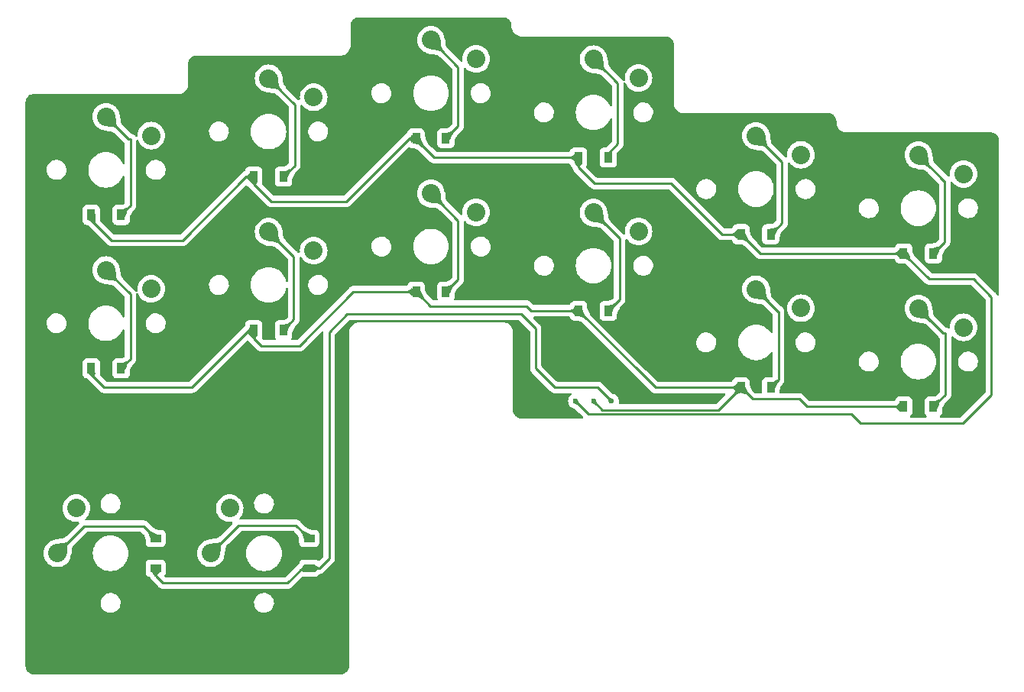
<source format=gbl>
G04 #@! TF.GenerationSoftware,KiCad,Pcbnew,7.0.8*
G04 #@! TF.CreationDate,2024-04-01T22:34:59+01:00*
G04 #@! TF.ProjectId,right,72696768-742e-46b6-9963-61645f706362,v1.0.0*
G04 #@! TF.SameCoordinates,Original*
G04 #@! TF.FileFunction,Copper,L2,Bot*
G04 #@! TF.FilePolarity,Positive*
%FSLAX46Y46*%
G04 Gerber Fmt 4.6, Leading zero omitted, Abs format (unit mm)*
G04 Created by KiCad (PCBNEW 7.0.8) date 2024-04-01 22:34:59*
%MOMM*%
%LPD*%
G01*
G04 APERTURE LIST*
G04 #@! TA.AperFunction,ComponentPad*
%ADD10C,2.032000*%
G04 #@! TD*
G04 #@! TA.AperFunction,SMDPad,CuDef*
%ADD11R,0.900000X1.200000*%
G04 #@! TD*
G04 #@! TA.AperFunction,SMDPad,CuDef*
%ADD12R,1.200000X0.900000*%
G04 #@! TD*
G04 #@! TA.AperFunction,ComponentPad*
%ADD13C,0.600000*%
G04 #@! TD*
G04 #@! TA.AperFunction,ViaPad*
%ADD14C,0.800000*%
G04 #@! TD*
G04 #@! TA.AperFunction,Conductor*
%ADD15C,0.250000*%
G04 #@! TD*
G04 APERTURE END LIST*
D10*
X321000000Y-134450000D03*
X316000000Y-132350000D03*
X321000000Y-117450000D03*
X316000000Y-115350000D03*
X303000000Y-132325000D03*
X298000000Y-130225000D03*
X303000000Y-115325000D03*
X298000000Y-113225000D03*
X285000000Y-123825000D03*
X280000000Y-121725000D03*
X285000000Y-106825000D03*
X280000000Y-104725000D03*
X267000000Y-121700000D03*
X262000000Y-119600000D03*
X267000000Y-104700000D03*
X262000000Y-102600000D03*
X249000000Y-125950000D03*
X244000000Y-123850000D03*
X249000000Y-108950000D03*
X244000000Y-106850000D03*
X231000000Y-130200000D03*
X226000000Y-128100000D03*
X231000000Y-113200000D03*
X226000000Y-111100000D03*
X239700000Y-154500000D03*
X237600000Y-159500000D03*
X222700000Y-154500000D03*
X220600000Y-159500000D03*
D11*
X314350000Y-143250000D03*
X317650000Y-143250000D03*
X314350000Y-126250000D03*
X317650000Y-126250000D03*
X296350000Y-141125000D03*
X299650000Y-141125000D03*
X296350000Y-124125000D03*
X299650000Y-124125000D03*
X278350000Y-132625000D03*
X281650000Y-132625000D03*
X278350000Y-115625000D03*
X281650000Y-115625000D03*
X260350000Y-130500000D03*
X263650000Y-130500000D03*
X260350000Y-113500000D03*
X263650000Y-113500000D03*
X242350000Y-134750000D03*
X245650000Y-134750000D03*
X242350000Y-117750000D03*
X245650000Y-117750000D03*
X224350000Y-139000000D03*
X227650000Y-139000000D03*
X224350000Y-122000000D03*
X227650000Y-122000000D03*
D12*
X248500000Y-161150000D03*
X248500000Y-157850000D03*
X231500000Y-161150000D03*
X231500000Y-157850000D03*
D13*
X282000000Y-142625000D03*
X280000000Y-142625000D03*
X278000000Y-142625000D03*
D14*
X276500000Y-137000000D03*
X286700000Y-137100000D03*
D15*
X248500000Y-161150000D02*
X249650000Y-161150000D01*
X249650000Y-161150000D02*
X250700000Y-160100000D01*
X273600000Y-134600000D02*
X273600000Y-139000000D01*
X250700000Y-160100000D02*
X250700000Y-135000000D01*
X280475000Y-141100000D02*
X282000000Y-142625000D01*
X250700000Y-135000000D02*
X252700000Y-133000000D01*
X252700000Y-133000000D02*
X272000000Y-133000000D01*
X273600000Y-139000000D02*
X275700000Y-141100000D01*
X272000000Y-133000000D02*
X273600000Y-134600000D01*
X275700000Y-141100000D02*
X280475000Y-141100000D01*
X280975000Y-143600000D02*
X293700000Y-143600000D01*
X293875000Y-143600000D02*
X293700000Y-143600000D01*
X296350000Y-141125000D02*
X293875000Y-143600000D01*
X280000000Y-142625000D02*
X280975000Y-143600000D01*
X278000000Y-142625000D02*
X279475000Y-144100000D01*
X324100000Y-141900000D02*
X324100000Y-131100000D01*
X322100000Y-129100000D02*
X317200000Y-129100000D01*
X279475000Y-144100000D02*
X308600000Y-144100000D01*
X308600000Y-144100000D02*
X309600000Y-145100000D01*
X309600000Y-145100000D02*
X320900000Y-145100000D01*
X320900000Y-145100000D02*
X324100000Y-141900000D01*
X324100000Y-131100000D02*
X322100000Y-129100000D01*
X317200000Y-129100000D02*
X314350000Y-126250000D01*
X242350000Y-117750000D02*
X242350000Y-118550000D01*
X242350000Y-118550000D02*
X244300000Y-120500000D01*
X252600000Y-120500000D02*
X259600000Y-113500000D01*
X244300000Y-120500000D02*
X252600000Y-120500000D01*
X259600000Y-113500000D02*
X260350000Y-113500000D01*
X224350000Y-122000000D02*
X224350000Y-122550000D01*
X224350000Y-122550000D02*
X226600000Y-124800000D01*
X241550000Y-117750000D02*
X242350000Y-117750000D01*
X226600000Y-124800000D02*
X234500000Y-124800000D01*
X234500000Y-124800000D02*
X241550000Y-117750000D01*
X260350000Y-113500000D02*
X260350000Y-113650000D01*
X260350000Y-113650000D02*
X262325000Y-115625000D01*
X262325000Y-115625000D02*
X278350000Y-115625000D01*
X278350000Y-115625000D02*
X278350000Y-116750000D01*
X278350000Y-116750000D02*
X280100000Y-118500000D01*
X280100000Y-118500000D02*
X288600000Y-118500000D01*
X288600000Y-118500000D02*
X294225000Y-124125000D01*
X294225000Y-124125000D02*
X296350000Y-124125000D01*
X296350000Y-124125000D02*
X298475000Y-126250000D01*
X298475000Y-126250000D02*
X314350000Y-126250000D01*
X224350000Y-139000000D02*
X224350000Y-139650000D01*
X224350000Y-139650000D02*
X225800000Y-141100000D01*
X241850000Y-134750000D02*
X242350000Y-134750000D01*
X225800000Y-141100000D02*
X235500000Y-141100000D01*
X235500000Y-141100000D02*
X241850000Y-134750000D01*
X260350000Y-130500000D02*
X253400000Y-130500000D01*
X253400000Y-130500000D02*
X247400000Y-136500000D01*
X247400000Y-136500000D02*
X243200000Y-136500000D01*
X243200000Y-136500000D02*
X242350000Y-135650000D01*
X242350000Y-135650000D02*
X242350000Y-134750000D01*
X272600000Y-132100000D02*
X261950000Y-132100000D01*
X272600000Y-132100000D02*
X273125000Y-132625000D01*
X273125000Y-132625000D02*
X278350000Y-132625000D01*
X261950000Y-132100000D02*
X260350000Y-130500000D01*
X262000000Y-119600000D02*
X265000000Y-122600000D01*
X265000000Y-122600000D02*
X265000000Y-129150000D01*
X265000000Y-129150000D02*
X263650000Y-130500000D01*
X297625000Y-142400000D02*
X302800000Y-142400000D01*
X302800000Y-142400000D02*
X303650000Y-143250000D01*
X296350000Y-141125000D02*
X297625000Y-142400000D01*
X303650000Y-143250000D02*
X314350000Y-143250000D01*
X278350000Y-132625000D02*
X285412500Y-139687500D01*
X285412500Y-139687500D02*
X286850000Y-141125000D01*
X280000000Y-142625000D02*
X280075000Y-142625000D01*
X286850000Y-141125000D02*
X296350000Y-141125000D01*
X248500000Y-161150000D02*
X247750000Y-161150000D01*
X247750000Y-161150000D02*
X246100000Y-162800000D01*
X246100000Y-162800000D02*
X232300000Y-162800000D01*
X232300000Y-162800000D02*
X231500000Y-162000000D01*
X231500000Y-162000000D02*
X231500000Y-161150000D01*
X237600000Y-159500000D02*
X240700000Y-156400000D01*
X240700000Y-156400000D02*
X247050000Y-156400000D01*
X247050000Y-156400000D02*
X248500000Y-157850000D01*
X220600000Y-159500000D02*
X223600000Y-156500000D01*
X223600000Y-156500000D02*
X230150000Y-156500000D01*
X230150000Y-156500000D02*
X231500000Y-157850000D01*
X317650000Y-143250000D02*
X319000000Y-141900000D01*
X319000000Y-141900000D02*
X319000000Y-135100000D01*
X319000000Y-135100000D02*
X318750000Y-135100000D01*
X318750000Y-135100000D02*
X316000000Y-132350000D01*
X318900000Y-118200000D02*
X318850000Y-118200000D01*
X318850000Y-118200000D02*
X316000000Y-115350000D01*
X318900000Y-119100000D02*
X318900000Y-125000000D01*
X318900000Y-118200000D02*
X318900000Y-119100000D01*
X318900000Y-118250000D02*
X318900000Y-119100000D01*
X318900000Y-125000000D02*
X317650000Y-126250000D01*
X300475000Y-132700000D02*
X300500000Y-132700000D01*
X298000000Y-130225000D02*
X300475000Y-132700000D01*
X300500000Y-132700000D02*
X300500000Y-140275000D01*
X300500000Y-140275000D02*
X299650000Y-141125000D01*
X280000000Y-121725000D02*
X282900000Y-124625000D01*
X282900000Y-124625000D02*
X282900000Y-131375000D01*
X282900000Y-131375000D02*
X281650000Y-132625000D01*
X226000000Y-128100000D02*
X228700000Y-130800000D01*
X228700000Y-130800000D02*
X228700000Y-137950000D01*
X228700000Y-137950000D02*
X227650000Y-139000000D01*
X246750000Y-126600000D02*
X246800000Y-126600000D01*
X246800000Y-126600000D02*
X246800000Y-133600000D01*
X244000000Y-123850000D02*
X246750000Y-126600000D01*
X246800000Y-133600000D02*
X245650000Y-134750000D01*
X298000000Y-113225000D02*
X300900000Y-116125000D01*
X300900000Y-116125000D02*
X300900000Y-122875000D01*
X300900000Y-122875000D02*
X299650000Y-124125000D01*
X280000000Y-104725000D02*
X282675000Y-107400000D01*
X282675000Y-107400000D02*
X282700000Y-107400000D01*
X282700000Y-107400000D02*
X282700000Y-114100000D01*
X282700000Y-114100000D02*
X281650000Y-115150000D01*
X281650000Y-115150000D02*
X281650000Y-115625000D01*
X262000000Y-102600000D02*
X265000000Y-105600000D01*
X265000000Y-105600000D02*
X265000000Y-112150000D01*
X265000000Y-112150000D02*
X263650000Y-113500000D01*
X244000000Y-106850000D02*
X246900000Y-109750000D01*
X246900000Y-116500000D02*
X245650000Y-117750000D01*
X246900000Y-109750000D02*
X246900000Y-116500000D01*
X228500000Y-113600000D02*
X228700000Y-113600000D01*
X226000000Y-111100000D02*
X228500000Y-113600000D01*
X228700000Y-113600000D02*
X228700000Y-120950000D01*
X228700000Y-120950000D02*
X227650000Y-122000000D01*
G04 #@! TA.AperFunction,Conductor*
G36*
X270002695Y-100075735D02*
G01*
X270149728Y-100088599D01*
X270171013Y-100092352D01*
X270250805Y-100113732D01*
X270305720Y-100128446D01*
X270326028Y-100135838D01*
X270452418Y-100194775D01*
X270471136Y-100205582D01*
X270585370Y-100285569D01*
X270601928Y-100299463D01*
X270700536Y-100398071D01*
X270714430Y-100414629D01*
X270794417Y-100528863D01*
X270805224Y-100547581D01*
X270864160Y-100673968D01*
X270871553Y-100694280D01*
X270907647Y-100828986D01*
X270911400Y-100850271D01*
X270916268Y-100905906D01*
X270923335Y-100986688D01*
X270924264Y-100997299D01*
X270924500Y-101002705D01*
X270924500Y-101219094D01*
X270957179Y-101404423D01*
X271021542Y-101581259D01*
X271021545Y-101581266D01*
X271090762Y-101701153D01*
X271115637Y-101744238D01*
X271236602Y-101888398D01*
X271380762Y-102009363D01*
X271543738Y-102103457D01*
X271720577Y-102167821D01*
X271905906Y-102200500D01*
X271972520Y-102200500D01*
X287975469Y-102200500D01*
X287997294Y-102200500D01*
X288002695Y-102200735D01*
X288149728Y-102213599D01*
X288171013Y-102217352D01*
X288250805Y-102238732D01*
X288305720Y-102253446D01*
X288326028Y-102260838D01*
X288452418Y-102319775D01*
X288471135Y-102330581D01*
X288514260Y-102360778D01*
X288585370Y-102410569D01*
X288601928Y-102424463D01*
X288700536Y-102523071D01*
X288714430Y-102539629D01*
X288794417Y-102653863D01*
X288805224Y-102672581D01*
X288864160Y-102798968D01*
X288871553Y-102819280D01*
X288907647Y-102953986D01*
X288911400Y-102975271D01*
X288916268Y-103030906D01*
X288923335Y-103111688D01*
X288924264Y-103122299D01*
X288924500Y-103127705D01*
X288924500Y-109600469D01*
X288924500Y-109625000D01*
X288924500Y-109719094D01*
X288957179Y-109904423D01*
X289017437Y-110069982D01*
X289021542Y-110081259D01*
X289021545Y-110081266D01*
X289090762Y-110201153D01*
X289115637Y-110244238D01*
X289236602Y-110388398D01*
X289380762Y-110509363D01*
X289543738Y-110603457D01*
X289720577Y-110667821D01*
X289905906Y-110700500D01*
X289972520Y-110700500D01*
X305975469Y-110700500D01*
X305997294Y-110700500D01*
X306002695Y-110700735D01*
X306149728Y-110713599D01*
X306171013Y-110717352D01*
X306250805Y-110738732D01*
X306305720Y-110753446D01*
X306326028Y-110760838D01*
X306452418Y-110819775D01*
X306471135Y-110830581D01*
X306550061Y-110885846D01*
X306585370Y-110910569D01*
X306601928Y-110924463D01*
X306700536Y-111023071D01*
X306714430Y-111039629D01*
X306794417Y-111153863D01*
X306805224Y-111172581D01*
X306864160Y-111298968D01*
X306871553Y-111319280D01*
X306907647Y-111453986D01*
X306911400Y-111475271D01*
X306913100Y-111494697D01*
X306923335Y-111611688D01*
X306924264Y-111622299D01*
X306924500Y-111627705D01*
X306924500Y-111725469D01*
X306924500Y-111750000D01*
X306924500Y-111844094D01*
X306957179Y-112029423D01*
X307017437Y-112194982D01*
X307021542Y-112206259D01*
X307021545Y-112206266D01*
X307115635Y-112369235D01*
X307115637Y-112369238D01*
X307236602Y-112513398D01*
X307380762Y-112634363D01*
X307543738Y-112728457D01*
X307720577Y-112792821D01*
X307905906Y-112825500D01*
X307972520Y-112825500D01*
X323975469Y-112825500D01*
X323997294Y-112825500D01*
X324002695Y-112825735D01*
X324149728Y-112838599D01*
X324171013Y-112842352D01*
X324250805Y-112863732D01*
X324305720Y-112878446D01*
X324326028Y-112885838D01*
X324452418Y-112944775D01*
X324471135Y-112955581D01*
X324566012Y-113022015D01*
X324585370Y-113035569D01*
X324601928Y-113049463D01*
X324700536Y-113148071D01*
X324714430Y-113164629D01*
X324794417Y-113278863D01*
X324805224Y-113297581D01*
X324864160Y-113423968D01*
X324871553Y-113444280D01*
X324907647Y-113578986D01*
X324911400Y-113600271D01*
X324916268Y-113655906D01*
X324923335Y-113736688D01*
X324924264Y-113747299D01*
X324924500Y-113752705D01*
X324924500Y-130798733D01*
X324904815Y-130865772D01*
X324852011Y-130911527D01*
X324782853Y-130921471D01*
X324719297Y-130892446D01*
X324690324Y-130852925D01*
X324689990Y-130853124D01*
X324687985Y-130849734D01*
X324686697Y-130847977D01*
X324686020Y-130846414D01*
X324686018Y-130846407D01*
X324675622Y-130828829D01*
X324667066Y-130811362D01*
X324660899Y-130795786D01*
X324659552Y-130792383D01*
X324631794Y-130754179D01*
X324628587Y-130749296D01*
X324609354Y-130716775D01*
X324604542Y-130708638D01*
X324590108Y-130694204D01*
X324577471Y-130679409D01*
X324565472Y-130662893D01*
X324565470Y-130662890D01*
X324529073Y-130632781D01*
X324524751Y-130628847D01*
X322607088Y-128711183D01*
X322597187Y-128698823D01*
X322596977Y-128698998D01*
X322592002Y-128692986D01*
X322592000Y-128692982D01*
X322558053Y-128661104D01*
X322540921Y-128645015D01*
X322519768Y-128623863D01*
X322517792Y-128622331D01*
X322514183Y-128619531D01*
X322509750Y-128615744D01*
X322475321Y-128583414D01*
X322475319Y-128583412D01*
X322457431Y-128573578D01*
X322441170Y-128562897D01*
X322425039Y-128550384D01*
X322381693Y-128531627D01*
X322376445Y-128529056D01*
X322349251Y-128514106D01*
X322335060Y-128506305D01*
X322331660Y-128505432D01*
X322315287Y-128501228D01*
X322296881Y-128494926D01*
X322278144Y-128486818D01*
X322278146Y-128486818D01*
X322231496Y-128479430D01*
X322225781Y-128478246D01*
X322205612Y-128473068D01*
X322180032Y-128466500D01*
X322180030Y-128466500D01*
X322159616Y-128466500D01*
X322140217Y-128464973D01*
X322120058Y-128461780D01*
X322120057Y-128461780D01*
X322073034Y-128466225D01*
X322067196Y-128466500D01*
X317513766Y-128466500D01*
X317446727Y-128446815D01*
X317426085Y-128430181D01*
X315635076Y-126639171D01*
X315616700Y-126615739D01*
X315573140Y-126543829D01*
X315571363Y-126540694D01*
X315504283Y-126413870D01*
X315502976Y-126411252D01*
X315431796Y-126259606D01*
X315357763Y-126084129D01*
X315348850Y-126060867D01*
X315316708Y-125976974D01*
X315308500Y-125932610D01*
X315308500Y-125601362D01*
X315308499Y-125601345D01*
X315305157Y-125570270D01*
X315301989Y-125540799D01*
X315300968Y-125538062D01*
X315273562Y-125464584D01*
X315250889Y-125403796D01*
X315163261Y-125286739D01*
X315046204Y-125199111D01*
X315015187Y-125187542D01*
X314909203Y-125148011D01*
X314848654Y-125141500D01*
X314848638Y-125141500D01*
X313851362Y-125141500D01*
X313851345Y-125141500D01*
X313790797Y-125148011D01*
X313790795Y-125148011D01*
X313653795Y-125199111D01*
X313536739Y-125286739D01*
X313449112Y-125403793D01*
X313449111Y-125403796D01*
X313399861Y-125535837D01*
X313357992Y-125591767D01*
X313292528Y-125616184D01*
X313283682Y-125616500D01*
X298788766Y-125616500D01*
X298721727Y-125596815D01*
X298701085Y-125580181D01*
X298180519Y-125059615D01*
X297635076Y-124514171D01*
X297616700Y-124490739D01*
X297573140Y-124418829D01*
X297571363Y-124415694D01*
X297504283Y-124288870D01*
X297502976Y-124286252D01*
X297431796Y-124134606D01*
X297357763Y-123959129D01*
X297316708Y-123851974D01*
X297308500Y-123807610D01*
X297308500Y-123476362D01*
X297308499Y-123476345D01*
X297305157Y-123445270D01*
X297301989Y-123415799D01*
X297300968Y-123413062D01*
X297266562Y-123320817D01*
X297250889Y-123278796D01*
X297163261Y-123161739D01*
X297046204Y-123074111D01*
X297015187Y-123062542D01*
X296909203Y-123023011D01*
X296848654Y-123016500D01*
X296848638Y-123016500D01*
X295851362Y-123016500D01*
X295851345Y-123016500D01*
X295790797Y-123023011D01*
X295790795Y-123023011D01*
X295653795Y-123074111D01*
X295536739Y-123161739D01*
X295449112Y-123278793D01*
X295449111Y-123278796D01*
X295399861Y-123410837D01*
X295357992Y-123466767D01*
X295292528Y-123491184D01*
X295283682Y-123491500D01*
X294538767Y-123491500D01*
X294471728Y-123471815D01*
X294451086Y-123455181D01*
X290068262Y-119072357D01*
X291394843Y-119072357D01*
X291395796Y-119092375D01*
X291404852Y-119282459D01*
X291454442Y-119486871D01*
X291497996Y-119582241D01*
X291541820Y-119678204D01*
X291541824Y-119678210D01*
X291663826Y-119849539D01*
X291663831Y-119849544D01*
X291816063Y-119994697D01*
X291993014Y-120108416D01*
X292188288Y-120186593D01*
X292343193Y-120216448D01*
X292394828Y-120226400D01*
X292394829Y-120226400D01*
X292552461Y-120226400D01*
X292552468Y-120226400D01*
X292709389Y-120211416D01*
X292911211Y-120152156D01*
X293098170Y-120055771D01*
X293263510Y-119925747D01*
X293401255Y-119766781D01*
X293506426Y-119584619D01*
X293575222Y-119385846D01*
X293605157Y-119177645D01*
X293602649Y-119125001D01*
X296029981Y-119125001D01*
X296050033Y-119405364D01*
X296050034Y-119405371D01*
X296109779Y-119680011D01*
X296109781Y-119680018D01*
X296165789Y-119830181D01*
X296208008Y-119943376D01*
X296208010Y-119943380D01*
X296342711Y-120190067D01*
X296342715Y-120190073D01*
X296511152Y-120415080D01*
X296511168Y-120415098D01*
X296709901Y-120613831D01*
X296709919Y-120613847D01*
X296934924Y-120782283D01*
X296934932Y-120782288D01*
X297181619Y-120916989D01*
X297181623Y-120916991D01*
X297181625Y-120916992D01*
X297444982Y-121015219D01*
X297719637Y-121074967D01*
X297929825Y-121090000D01*
X298070175Y-121090000D01*
X298280363Y-121074967D01*
X298555018Y-121015219D01*
X298818375Y-120916992D01*
X299065073Y-120782285D01*
X299290088Y-120613841D01*
X299488841Y-120415088D01*
X299657285Y-120190073D01*
X299791992Y-119943375D01*
X299890219Y-119680018D01*
X299949967Y-119405363D01*
X299968584Y-119145053D01*
X299970019Y-119125001D01*
X299970019Y-119124998D01*
X299966052Y-119069532D01*
X299949967Y-118844637D01*
X299890219Y-118569982D01*
X299791992Y-118306625D01*
X299755663Y-118240094D01*
X299657285Y-118059927D01*
X299657283Y-118059924D01*
X299488847Y-117834919D01*
X299488831Y-117834901D01*
X299290098Y-117636168D01*
X299290080Y-117636152D01*
X299065075Y-117467716D01*
X299065067Y-117467711D01*
X298818380Y-117333010D01*
X298818376Y-117333008D01*
X298718532Y-117295768D01*
X298555018Y-117234781D01*
X298555014Y-117234780D01*
X298555011Y-117234779D01*
X298280371Y-117175034D01*
X298280364Y-117175033D01*
X298070175Y-117160000D01*
X297929825Y-117160000D01*
X297719635Y-117175033D01*
X297719628Y-117175034D01*
X297444988Y-117234779D01*
X297444983Y-117234780D01*
X297444982Y-117234781D01*
X297416356Y-117245458D01*
X297181623Y-117333008D01*
X297181619Y-117333010D01*
X296934932Y-117467711D01*
X296934924Y-117467716D01*
X296709919Y-117636152D01*
X296709901Y-117636168D01*
X296511168Y-117834901D01*
X296511152Y-117834919D01*
X296342716Y-118059924D01*
X296342715Y-118059927D01*
X296208010Y-118306619D01*
X296208008Y-118306623D01*
X296151100Y-118459201D01*
X296112100Y-118563766D01*
X296109779Y-118569988D01*
X296050034Y-118844628D01*
X296050033Y-118844635D01*
X296029981Y-119124998D01*
X296029981Y-119125001D01*
X293602649Y-119125001D01*
X293595148Y-118967541D01*
X293545558Y-118763129D01*
X293458179Y-118571795D01*
X293458175Y-118571789D01*
X293336173Y-118400460D01*
X293336167Y-118400454D01*
X293183939Y-118255305D01*
X293183937Y-118255303D01*
X293006986Y-118141584D01*
X293003919Y-118140356D01*
X292811721Y-118063410D01*
X292811714Y-118063407D01*
X292811712Y-118063407D01*
X292811709Y-118063406D01*
X292811708Y-118063406D01*
X292605172Y-118023600D01*
X292605171Y-118023600D01*
X292447532Y-118023600D01*
X292290611Y-118038584D01*
X292290607Y-118038585D01*
X292088791Y-118097843D01*
X292088789Y-118097843D01*
X292088789Y-118097844D01*
X292077519Y-118103654D01*
X291901831Y-118194228D01*
X291736490Y-118324252D01*
X291736489Y-118324253D01*
X291598749Y-118483214D01*
X291598740Y-118483225D01*
X291493574Y-118665379D01*
X291424779Y-118864148D01*
X291424778Y-118864153D01*
X291424778Y-118864154D01*
X291395417Y-119068367D01*
X291394843Y-119072357D01*
X290068262Y-119072357D01*
X289107088Y-118111183D01*
X289097187Y-118098823D01*
X289096977Y-118098998D01*
X289092002Y-118092986D01*
X289092000Y-118092982D01*
X289056797Y-118059924D01*
X289040922Y-118045016D01*
X289019768Y-118023863D01*
X289017792Y-118022331D01*
X289014183Y-118019531D01*
X289009750Y-118015744D01*
X288975321Y-117983414D01*
X288975319Y-117983412D01*
X288957431Y-117973578D01*
X288941170Y-117962897D01*
X288925039Y-117950384D01*
X288881693Y-117931627D01*
X288876445Y-117929056D01*
X288849251Y-117914106D01*
X288835060Y-117906305D01*
X288831660Y-117905432D01*
X288815287Y-117901228D01*
X288796881Y-117894926D01*
X288778144Y-117886818D01*
X288778146Y-117886818D01*
X288731496Y-117879430D01*
X288725781Y-117878246D01*
X288705612Y-117873068D01*
X288680032Y-117866500D01*
X288680030Y-117866500D01*
X288659616Y-117866500D01*
X288640217Y-117864973D01*
X288620058Y-117861780D01*
X288620057Y-117861780D01*
X288573034Y-117866225D01*
X288567196Y-117866500D01*
X280413766Y-117866500D01*
X280346727Y-117846815D01*
X280326085Y-117830181D01*
X279205375Y-116709471D01*
X279171890Y-116648148D01*
X279176874Y-116578456D01*
X279193790Y-116547479D01*
X279202990Y-116535190D01*
X279250889Y-116471204D01*
X279277504Y-116399844D01*
X279278708Y-116396860D01*
X279282934Y-116387130D01*
X279282935Y-116387124D01*
X279285332Y-116379208D01*
X279286576Y-116375522D01*
X279301989Y-116334201D01*
X279304423Y-116311560D01*
X279308499Y-116273654D01*
X279308500Y-116273637D01*
X279308500Y-116253921D01*
X279308878Y-116243299D01*
X279308879Y-116243294D01*
X279308854Y-116243063D01*
X279308500Y-116236446D01*
X279308500Y-114976362D01*
X279308499Y-114976345D01*
X279305157Y-114945270D01*
X279301989Y-114915799D01*
X279300968Y-114913062D01*
X279259794Y-114802672D01*
X279250889Y-114778796D01*
X279163261Y-114661739D01*
X279046204Y-114574111D01*
X279015187Y-114562542D01*
X278909203Y-114523011D01*
X278848654Y-114516500D01*
X278848638Y-114516500D01*
X277851362Y-114516500D01*
X277851345Y-114516500D01*
X277790797Y-114523011D01*
X277790795Y-114523011D01*
X277653795Y-114574111D01*
X277536739Y-114661739D01*
X277449112Y-114778793D01*
X277449111Y-114778796D01*
X277399861Y-114910837D01*
X277357992Y-114966767D01*
X277292528Y-114991184D01*
X277283682Y-114991500D01*
X262638766Y-114991500D01*
X262571727Y-114971815D01*
X262551085Y-114955181D01*
X262110109Y-114514205D01*
X261648438Y-114052533D01*
X261625632Y-114021141D01*
X261588711Y-113948669D01*
X261587500Y-113946154D01*
X261515512Y-113787581D01*
X261440938Y-113605431D01*
X261364900Y-113401470D01*
X261315180Y-113256182D01*
X261308500Y-113216033D01*
X261308500Y-112851362D01*
X261308499Y-112851345D01*
X261305157Y-112820270D01*
X261301989Y-112790799D01*
X261300968Y-112788062D01*
X261270800Y-112707179D01*
X261250889Y-112653796D01*
X261163261Y-112536739D01*
X261046204Y-112449111D01*
X260909203Y-112398011D01*
X260848654Y-112391500D01*
X260848638Y-112391500D01*
X259851362Y-112391500D01*
X259851345Y-112391500D01*
X259790797Y-112398011D01*
X259790795Y-112398011D01*
X259653795Y-112449111D01*
X259536739Y-112536739D01*
X259449111Y-112653795D01*
X259398011Y-112790795D01*
X259398011Y-112790797D01*
X259394018Y-112827932D01*
X259367279Y-112892483D01*
X259333839Y-112921413D01*
X259328826Y-112924377D01*
X259311373Y-112932928D01*
X259292383Y-112940448D01*
X259254172Y-112968208D01*
X259249290Y-112971415D01*
X259208637Y-112995457D01*
X259194201Y-113009894D01*
X259179415Y-113022523D01*
X259162893Y-113034528D01*
X259162891Y-113034529D01*
X259162891Y-113034530D01*
X259162888Y-113034532D01*
X259132780Y-113070925D01*
X259128849Y-113075246D01*
X252373914Y-119830181D01*
X252312591Y-119863666D01*
X252286233Y-119866500D01*
X244613767Y-119866500D01*
X244546728Y-119846815D01*
X244526086Y-119830181D01*
X243318436Y-118622531D01*
X243284951Y-118561208D01*
X243289935Y-118491516D01*
X243289936Y-118491515D01*
X243301988Y-118459204D01*
X243301989Y-118459201D01*
X243302834Y-118451335D01*
X243308499Y-118398654D01*
X243308500Y-118398637D01*
X243308500Y-118384045D01*
X243309108Y-118377207D01*
X243309031Y-118377205D01*
X243309338Y-118368337D01*
X243308863Y-118363963D01*
X243308500Y-118357263D01*
X243308500Y-117101362D01*
X243308499Y-117101345D01*
X243303797Y-117057617D01*
X243301989Y-117040799D01*
X243300968Y-117038062D01*
X243271197Y-116958244D01*
X243250889Y-116903796D01*
X243163261Y-116786739D01*
X243046204Y-116699111D01*
X243015187Y-116687542D01*
X242909203Y-116648011D01*
X242848654Y-116641500D01*
X242848638Y-116641500D01*
X241851362Y-116641500D01*
X241851345Y-116641500D01*
X241790797Y-116648011D01*
X241790795Y-116648011D01*
X241653795Y-116699111D01*
X241536739Y-116786739D01*
X241449111Y-116903795D01*
X241398011Y-117040795D01*
X241398011Y-117040796D01*
X241396500Y-117054850D01*
X241369761Y-117119401D01*
X241312367Y-117159247D01*
X241307814Y-117160666D01*
X241296407Y-117163980D01*
X241296401Y-117163983D01*
X241278827Y-117174376D01*
X241261362Y-117182932D01*
X241242387Y-117190445D01*
X241242385Y-117190446D01*
X241204176Y-117218206D01*
X241199294Y-117221412D01*
X241158635Y-117245458D01*
X241144200Y-117259894D01*
X241129412Y-117272525D01*
X241112894Y-117284526D01*
X241112888Y-117284532D01*
X241082780Y-117320925D01*
X241078849Y-117325246D01*
X234273914Y-124130181D01*
X234212591Y-124163666D01*
X234186233Y-124166500D01*
X226913766Y-124166500D01*
X226846727Y-124146815D01*
X226826085Y-124130181D01*
X225354181Y-122658276D01*
X225320696Y-122596953D01*
X225317866Y-122571593D01*
X225317694Y-122550247D01*
X225317436Y-122518111D01*
X225316122Y-122335367D01*
X225314807Y-122133049D01*
X225313505Y-121913437D01*
X225312393Y-121891781D01*
X225312311Y-121890179D01*
X225312141Y-121888432D01*
X225310982Y-121876471D01*
X225310856Y-121875833D01*
X225310793Y-121875190D01*
X225310536Y-121873441D01*
X225310620Y-121873428D01*
X225308500Y-121851778D01*
X225308500Y-121351362D01*
X225308499Y-121351345D01*
X225305157Y-121320270D01*
X225301989Y-121290799D01*
X225300968Y-121288062D01*
X225270941Y-121207557D01*
X225250889Y-121153796D01*
X225163261Y-121036739D01*
X225046204Y-120949111D01*
X224909203Y-120898011D01*
X224848654Y-120891500D01*
X224848638Y-120891500D01*
X223851362Y-120891500D01*
X223851345Y-120891500D01*
X223790797Y-120898011D01*
X223790795Y-120898011D01*
X223653795Y-120949111D01*
X223536739Y-121036739D01*
X223449111Y-121153795D01*
X223398011Y-121290795D01*
X223398011Y-121290797D01*
X223391500Y-121351345D01*
X223391500Y-122648654D01*
X223398011Y-122709202D01*
X223398011Y-122709204D01*
X223434234Y-122806318D01*
X223449111Y-122846204D01*
X223536739Y-122963261D01*
X223653796Y-123050889D01*
X223790799Y-123101989D01*
X223818050Y-123104918D01*
X223851345Y-123108499D01*
X223851362Y-123108500D01*
X223956205Y-123108500D01*
X224019148Y-123125663D01*
X224022951Y-123127905D01*
X224029455Y-123132317D01*
X224057364Y-123153961D01*
X224063203Y-123159107D01*
X224204826Y-123300730D01*
X224207712Y-123303822D01*
X224240369Y-123341295D01*
X224247068Y-123348459D01*
X224299910Y-123397549D01*
X224299913Y-123397551D01*
X224300386Y-123397990D01*
X224313084Y-123408988D01*
X226092910Y-125188814D01*
X226102816Y-125201178D01*
X226103026Y-125201005D01*
X226108001Y-125207019D01*
X226159095Y-125255000D01*
X226180224Y-125276129D01*
X226180228Y-125276132D01*
X226180231Y-125276135D01*
X226185805Y-125280458D01*
X226190245Y-125284251D01*
X226211856Y-125304544D01*
X226224679Y-125316586D01*
X226224683Y-125316589D01*
X226242563Y-125326418D01*
X226258827Y-125337101D01*
X226265841Y-125342541D01*
X226274960Y-125349614D01*
X226293040Y-125357438D01*
X226318301Y-125368369D01*
X226323550Y-125370941D01*
X226332080Y-125375630D01*
X226364940Y-125393695D01*
X226384718Y-125398773D01*
X226403119Y-125405073D01*
X226421855Y-125413181D01*
X226463459Y-125419770D01*
X226468503Y-125420569D01*
X226474212Y-125421751D01*
X226519970Y-125433500D01*
X226540384Y-125433500D01*
X226559783Y-125435027D01*
X226579943Y-125438220D01*
X226626966Y-125433775D01*
X226632804Y-125433500D01*
X234416366Y-125433500D01*
X234432113Y-125435238D01*
X234432139Y-125434968D01*
X234439905Y-125435701D01*
X234439909Y-125435702D01*
X234509958Y-125433500D01*
X234539856Y-125433500D01*
X234539857Y-125433500D01*
X234541222Y-125433327D01*
X234546862Y-125432614D01*
X234552685Y-125432156D01*
X234578708Y-125431338D01*
X234599890Y-125430673D01*
X234610224Y-125427670D01*
X234619481Y-125424980D01*
X234638538Y-125421032D01*
X234658797Y-125418474D01*
X234702721Y-125401082D01*
X234708221Y-125399199D01*
X234753593Y-125386018D01*
X234771165Y-125375625D01*
X234788632Y-125367068D01*
X234807617Y-125359552D01*
X234845826Y-125331790D01*
X234850704Y-125328585D01*
X234891362Y-125304542D01*
X234905802Y-125290100D01*
X234920592Y-125277470D01*
X234937107Y-125265472D01*
X234967222Y-125229067D01*
X234971126Y-125224776D01*
X241429826Y-118766076D01*
X241491147Y-118732593D01*
X241560839Y-118737577D01*
X241591815Y-118754491D01*
X241653796Y-118800889D01*
X241749691Y-118836657D01*
X241805625Y-118878528D01*
X241806674Y-118879951D01*
X241818208Y-118895825D01*
X241821417Y-118900711D01*
X241825145Y-118907015D01*
X241845458Y-118941362D01*
X241845462Y-118941366D01*
X241859889Y-118955793D01*
X241872526Y-118970588D01*
X241884528Y-118987107D01*
X241920931Y-119017222D01*
X241925231Y-119021135D01*
X242863997Y-119959901D01*
X243792910Y-120888814D01*
X243802816Y-120901178D01*
X243803026Y-120901005D01*
X243808001Y-120907019D01*
X243859094Y-120954999D01*
X243873724Y-120969628D01*
X243880230Y-120976134D01*
X243885802Y-120980456D01*
X243890242Y-120984249D01*
X243924678Y-121016586D01*
X243942567Y-121026420D01*
X243958833Y-121037104D01*
X243974959Y-121049613D01*
X244018298Y-121068367D01*
X244023545Y-121070937D01*
X244064940Y-121093695D01*
X244084718Y-121098773D01*
X244103121Y-121105074D01*
X244121852Y-121113180D01*
X244121853Y-121113180D01*
X244121855Y-121113181D01*
X244149250Y-121117519D01*
X244168497Y-121120568D01*
X244174213Y-121121751D01*
X244219970Y-121133500D01*
X244240390Y-121133500D01*
X244259789Y-121135027D01*
X244279941Y-121138218D01*
X244279942Y-121138219D01*
X244279942Y-121138218D01*
X244279943Y-121138219D01*
X244326959Y-121133775D01*
X244332796Y-121133500D01*
X252516366Y-121133500D01*
X252532113Y-121135238D01*
X252532139Y-121134968D01*
X252539905Y-121135701D01*
X252539909Y-121135702D01*
X252609958Y-121133500D01*
X252639856Y-121133500D01*
X252639857Y-121133500D01*
X252641222Y-121133327D01*
X252646862Y-121132614D01*
X252652685Y-121132156D01*
X252678708Y-121131338D01*
X252699890Y-121130673D01*
X252709681Y-121127827D01*
X252719481Y-121124980D01*
X252738538Y-121121032D01*
X252758797Y-121118474D01*
X252802721Y-121101082D01*
X252808221Y-121099199D01*
X252853593Y-121086018D01*
X252871165Y-121075625D01*
X252888632Y-121067068D01*
X252907617Y-121059552D01*
X252945826Y-121031790D01*
X252950704Y-121028585D01*
X252991362Y-121004542D01*
X253005802Y-120990100D01*
X253020592Y-120977470D01*
X253037107Y-120965472D01*
X253067222Y-120929067D01*
X253071126Y-120924776D01*
X259458422Y-114537481D01*
X259519743Y-114503998D01*
X259589435Y-114508982D01*
X259620409Y-114525896D01*
X259653796Y-114550889D01*
X259790799Y-114601989D01*
X259818050Y-114604918D01*
X259851345Y-114608499D01*
X259851362Y-114608500D01*
X260160541Y-114608500D01*
X260193610Y-114612991D01*
X260205939Y-114616402D01*
X260249460Y-114628445D01*
X260256146Y-114630713D01*
X260303342Y-114649791D01*
X260350660Y-114668919D01*
X260356537Y-114671660D01*
X260458944Y-114726114D01*
X260463964Y-114729095D01*
X260464145Y-114729214D01*
X260574116Y-114801714D01*
X260578303Y-114804733D01*
X260670725Y-114877448D01*
X260704127Y-114903728D01*
X260711753Y-114909439D01*
X260725112Y-114921016D01*
X261817912Y-116013817D01*
X261827819Y-116026183D01*
X261828029Y-116026010D01*
X261832996Y-116032015D01*
X261884079Y-116079984D01*
X261905224Y-116101130D01*
X261910813Y-116105466D01*
X261915245Y-116109252D01*
X261937666Y-116130305D01*
X261949680Y-116141587D01*
X261967562Y-116151417D01*
X261983829Y-116162102D01*
X261999960Y-116174615D01*
X262016161Y-116181625D01*
X262043307Y-116193371D01*
X262048533Y-116195931D01*
X262089940Y-116218695D01*
X262109716Y-116223772D01*
X262128124Y-116230075D01*
X262146850Y-116238179D01*
X262146852Y-116238180D01*
X262146853Y-116238180D01*
X262146855Y-116238181D01*
X262187784Y-116244663D01*
X262193503Y-116245569D01*
X262199212Y-116246751D01*
X262244970Y-116258500D01*
X262265384Y-116258500D01*
X262284783Y-116260027D01*
X262304943Y-116263220D01*
X262351966Y-116258775D01*
X262357804Y-116258500D01*
X277283682Y-116258500D01*
X277350721Y-116278185D01*
X277396476Y-116330989D01*
X277399852Y-116339138D01*
X277439331Y-116444982D01*
X277449112Y-116471206D01*
X277467918Y-116496327D01*
X277472264Y-116502982D01*
X277475293Y-116508341D01*
X277475295Y-116508344D01*
X277484167Y-116518651D01*
X277486332Y-116521166D01*
X277488976Y-116524459D01*
X277536739Y-116588261D01*
X277546568Y-116595619D01*
X277566234Y-116613989D01*
X277570640Y-116619108D01*
X277570644Y-116619111D01*
X277570647Y-116619115D01*
X277578279Y-116625772D01*
X277599578Y-116644351D01*
X277605229Y-116649957D01*
X277626669Y-116674149D01*
X277630509Y-116678944D01*
X277645074Y-116699111D01*
X277665544Y-116727455D01*
X277668224Y-116731489D01*
X277701154Y-116785520D01*
X277718030Y-116842193D01*
X277718106Y-116842182D01*
X277718195Y-116842748D01*
X277719209Y-116846151D01*
X277719326Y-116849887D01*
X277719327Y-116849891D01*
X277725022Y-116869495D01*
X277728967Y-116888542D01*
X277731526Y-116908797D01*
X277731527Y-116908800D01*
X277731528Y-116908803D01*
X277748914Y-116952716D01*
X277750806Y-116958244D01*
X277763981Y-117003592D01*
X277774372Y-117021162D01*
X277782932Y-117038635D01*
X277790447Y-117057617D01*
X277818209Y-117095827D01*
X277821418Y-117100712D01*
X277839618Y-117131488D01*
X277845458Y-117141362D01*
X277845462Y-117141366D01*
X277859889Y-117155793D01*
X277872527Y-117170589D01*
X277884528Y-117187107D01*
X277884530Y-117187109D01*
X277893948Y-117194900D01*
X277920931Y-117217222D01*
X277925231Y-117221135D01*
X279180180Y-118476085D01*
X279592912Y-118888817D01*
X279602819Y-118901183D01*
X279603029Y-118901010D01*
X279607996Y-118907015D01*
X279659079Y-118954984D01*
X279680224Y-118976130D01*
X279680228Y-118976133D01*
X279680230Y-118976135D01*
X279681072Y-118976788D01*
X279685813Y-118980466D01*
X279690245Y-118984252D01*
X279722159Y-119014220D01*
X279724680Y-119016587D01*
X279742562Y-119026417D01*
X279758829Y-119037102D01*
X279774960Y-119049615D01*
X279794926Y-119058254D01*
X279818307Y-119068371D01*
X279823533Y-119070931D01*
X279864940Y-119093695D01*
X279884716Y-119098772D01*
X279903124Y-119105075D01*
X279921850Y-119113179D01*
X279921852Y-119113180D01*
X279921853Y-119113180D01*
X279921855Y-119113181D01*
X279962784Y-119119663D01*
X279968503Y-119120569D01*
X279974212Y-119121751D01*
X280019970Y-119133500D01*
X280040384Y-119133500D01*
X280059783Y-119135027D01*
X280079943Y-119138220D01*
X280126966Y-119133775D01*
X280132804Y-119133500D01*
X288286234Y-119133500D01*
X288353273Y-119153185D01*
X288373915Y-119169819D01*
X293717910Y-124513814D01*
X293727816Y-124526178D01*
X293728026Y-124526005D01*
X293733001Y-124532019D01*
X293784094Y-124579999D01*
X293805225Y-124601129D01*
X293805230Y-124601134D01*
X293810802Y-124605456D01*
X293815242Y-124609249D01*
X293849678Y-124641586D01*
X293867567Y-124651420D01*
X293883831Y-124662103D01*
X293899959Y-124674613D01*
X293926809Y-124686232D01*
X293943298Y-124693367D01*
X293948545Y-124695937D01*
X293989940Y-124718695D01*
X294009718Y-124723773D01*
X294028119Y-124730073D01*
X294046855Y-124738181D01*
X294091362Y-124745229D01*
X294093503Y-124745569D01*
X294099212Y-124746751D01*
X294144970Y-124758500D01*
X294165384Y-124758500D01*
X294184783Y-124760027D01*
X294204943Y-124763220D01*
X294251966Y-124758775D01*
X294257804Y-124758500D01*
X295283682Y-124758500D01*
X295350721Y-124778185D01*
X295396476Y-124830989D01*
X295399852Y-124839138D01*
X295439331Y-124944982D01*
X295449112Y-124971206D01*
X295484083Y-125017921D01*
X295536739Y-125088261D01*
X295653796Y-125175889D01*
X295737258Y-125207019D01*
X295790364Y-125226827D01*
X295790799Y-125226989D01*
X295818050Y-125229918D01*
X295851345Y-125233499D01*
X295851362Y-125233500D01*
X296249158Y-125233500D01*
X296277254Y-125236724D01*
X296280965Y-125237588D01*
X296374728Y-125245649D01*
X296382846Y-125246894D01*
X296427614Y-125256838D01*
X296453447Y-125262577D01*
X296460922Y-125264736D01*
X296538917Y-125292679D01*
X296545489Y-125295470D01*
X296632279Y-125338377D01*
X296637874Y-125341513D01*
X296714735Y-125389975D01*
X296736281Y-125407185D01*
X297967912Y-126638817D01*
X297977819Y-126651183D01*
X297978029Y-126651010D01*
X297982996Y-126657015D01*
X298034079Y-126704984D01*
X298055224Y-126726130D01*
X298060813Y-126730466D01*
X298065245Y-126734252D01*
X298087666Y-126755305D01*
X298099680Y-126766587D01*
X298117562Y-126776417D01*
X298133829Y-126787102D01*
X298149960Y-126799615D01*
X298166161Y-126806625D01*
X298193307Y-126818371D01*
X298198533Y-126820931D01*
X298239940Y-126843695D01*
X298259716Y-126848772D01*
X298278124Y-126855075D01*
X298296850Y-126863179D01*
X298296852Y-126863180D01*
X298296853Y-126863180D01*
X298296855Y-126863181D01*
X298337784Y-126869663D01*
X298343503Y-126870569D01*
X298349212Y-126871751D01*
X298394970Y-126883500D01*
X298415384Y-126883500D01*
X298434783Y-126885027D01*
X298454943Y-126888220D01*
X298501966Y-126883775D01*
X298507804Y-126883500D01*
X313283682Y-126883500D01*
X313350721Y-126903185D01*
X313396476Y-126955989D01*
X313399852Y-126964138D01*
X313449111Y-127096204D01*
X313536739Y-127213261D01*
X313653796Y-127300889D01*
X313790799Y-127351989D01*
X313818050Y-127354918D01*
X313851345Y-127358499D01*
X313851362Y-127358500D01*
X314249158Y-127358500D01*
X314277254Y-127361724D01*
X314280965Y-127362588D01*
X314374728Y-127370649D01*
X314382846Y-127371894D01*
X314427614Y-127381838D01*
X314453447Y-127387577D01*
X314460922Y-127389736D01*
X314538917Y-127417679D01*
X314545488Y-127420470D01*
X314583112Y-127439070D01*
X314632289Y-127463382D01*
X314637862Y-127466505D01*
X314695556Y-127502882D01*
X314714738Y-127514977D01*
X314736282Y-127532186D01*
X316692910Y-129488814D01*
X316702816Y-129501178D01*
X316703026Y-129501005D01*
X316708001Y-129507019D01*
X316759095Y-129555000D01*
X316780224Y-129576129D01*
X316780228Y-129576132D01*
X316780231Y-129576135D01*
X316785805Y-129580458D01*
X316790245Y-129584251D01*
X316797331Y-129590904D01*
X316824679Y-129616586D01*
X316824683Y-129616589D01*
X316842563Y-129626418D01*
X316858827Y-129637101D01*
X316874960Y-129649614D01*
X316918301Y-129668369D01*
X316923550Y-129670941D01*
X316935794Y-129677672D01*
X316964940Y-129693695D01*
X316984718Y-129698773D01*
X317003119Y-129705073D01*
X317021855Y-129713181D01*
X317066362Y-129720229D01*
X317068503Y-129720569D01*
X317074212Y-129721751D01*
X317119970Y-129733500D01*
X317140384Y-129733500D01*
X317159783Y-129735027D01*
X317179943Y-129738220D01*
X317226966Y-129733775D01*
X317232804Y-129733500D01*
X321786234Y-129733500D01*
X321853273Y-129753185D01*
X321873915Y-129769819D01*
X323430181Y-131326085D01*
X323463666Y-131387408D01*
X323466500Y-131413766D01*
X323466500Y-141586233D01*
X323446815Y-141653272D01*
X323430181Y-141673914D01*
X320673914Y-144430181D01*
X320612591Y-144463666D01*
X320586233Y-144466500D01*
X318497534Y-144466500D01*
X318430495Y-144446815D01*
X318384740Y-144394011D01*
X318374796Y-144324853D01*
X318403821Y-144261297D01*
X318423223Y-144243234D01*
X318445004Y-144226928D01*
X318463261Y-144213261D01*
X318550889Y-144096204D01*
X318601989Y-143959201D01*
X318606452Y-143917689D01*
X318608499Y-143898654D01*
X318608500Y-143898637D01*
X318608500Y-143567389D01*
X318616708Y-143523024D01*
X318641501Y-143458316D01*
X318657763Y-143415871D01*
X318731796Y-143240394D01*
X318802981Y-143088737D01*
X318804262Y-143086167D01*
X318871366Y-142959297D01*
X318873118Y-142956205D01*
X318916702Y-142884255D01*
X318935074Y-142860828D01*
X319388815Y-142407087D01*
X319401180Y-142397183D01*
X319401006Y-142396973D01*
X319407012Y-142392003D01*
X319407018Y-142392000D01*
X319454999Y-142340904D01*
X319476134Y-142319770D01*
X319480463Y-142314187D01*
X319484242Y-142309763D01*
X319516586Y-142275321D01*
X319526423Y-142257424D01*
X319537097Y-142241174D01*
X319549613Y-142225041D01*
X319568372Y-142181689D01*
X319570933Y-142176462D01*
X319593695Y-142135060D01*
X319598774Y-142115274D01*
X319605072Y-142096882D01*
X319613181Y-142078145D01*
X319620569Y-142031497D01*
X319621751Y-142025786D01*
X319633500Y-141980030D01*
X319633500Y-141959615D01*
X319635027Y-141940214D01*
X319638220Y-141920057D01*
X319633870Y-141874042D01*
X319633775Y-141873033D01*
X319633500Y-141867195D01*
X319633500Y-138197355D01*
X320394843Y-138197355D01*
X320404852Y-138407459D01*
X320454442Y-138611871D01*
X320498945Y-138709320D01*
X320541820Y-138803204D01*
X320541824Y-138803210D01*
X320663826Y-138974539D01*
X320663831Y-138974544D01*
X320816063Y-139119697D01*
X320993014Y-139233416D01*
X321188288Y-139311593D01*
X321317084Y-139336416D01*
X321394828Y-139351400D01*
X321394829Y-139351400D01*
X321552461Y-139351400D01*
X321552468Y-139351400D01*
X321709389Y-139336416D01*
X321911211Y-139277156D01*
X322098170Y-139180771D01*
X322263510Y-139050747D01*
X322401255Y-138891781D01*
X322506426Y-138709619D01*
X322575222Y-138510846D01*
X322605157Y-138302645D01*
X322595148Y-138092541D01*
X322545558Y-137888129D01*
X322458179Y-137696795D01*
X322458175Y-137696789D01*
X322336173Y-137525460D01*
X322336167Y-137525454D01*
X322183939Y-137380305D01*
X322183937Y-137380303D01*
X322006986Y-137266584D01*
X322006984Y-137266583D01*
X321811721Y-137188410D01*
X321811714Y-137188407D01*
X321811712Y-137188407D01*
X321811709Y-137188406D01*
X321811708Y-137188406D01*
X321605172Y-137148600D01*
X321605171Y-137148600D01*
X321447532Y-137148600D01*
X321290611Y-137163584D01*
X321290607Y-137163585D01*
X321088791Y-137222843D01*
X320901831Y-137319228D01*
X320736490Y-137449252D01*
X320736489Y-137449253D01*
X320598749Y-137608214D01*
X320598740Y-137608225D01*
X320493574Y-137790379D01*
X320424779Y-137989148D01*
X320424778Y-137989153D01*
X320424778Y-137989154D01*
X320394843Y-138197355D01*
X319633500Y-138197355D01*
X319633500Y-135533528D01*
X319653185Y-135466489D01*
X319705989Y-135420734D01*
X319775147Y-135410790D01*
X319838703Y-135439815D01*
X319851784Y-135452990D01*
X319901326Y-135510996D01*
X319918682Y-135531318D01*
X320101148Y-135687158D01*
X320101153Y-135687162D01*
X320305751Y-135812540D01*
X320305754Y-135812542D01*
X320527446Y-135904369D01*
X320552809Y-135910458D01*
X320760778Y-135960387D01*
X321000000Y-135979214D01*
X321239222Y-135960387D01*
X321472553Y-135904369D01*
X321472554Y-135904369D01*
X321694245Y-135812542D01*
X321694246Y-135812541D01*
X321694249Y-135812540D01*
X321898849Y-135687160D01*
X322081318Y-135531318D01*
X322237160Y-135348849D01*
X322362540Y-135144249D01*
X322362542Y-135144245D01*
X322454369Y-134922554D01*
X322454369Y-134922553D01*
X322458366Y-134905905D01*
X322510387Y-134689222D01*
X322529214Y-134450000D01*
X322510387Y-134210778D01*
X322464528Y-134019762D01*
X322454369Y-133977446D01*
X322454369Y-133977445D01*
X322362542Y-133755754D01*
X322362540Y-133755751D01*
X322237162Y-133551153D01*
X322237158Y-133551148D01*
X322168006Y-133470181D01*
X322081318Y-133368682D01*
X321961416Y-133266277D01*
X321898851Y-133212841D01*
X321898846Y-133212837D01*
X321694248Y-133087459D01*
X321694245Y-133087457D01*
X321472553Y-132995630D01*
X321239218Y-132939612D01*
X321239219Y-132939612D01*
X321000000Y-132920786D01*
X320760780Y-132939612D01*
X320527446Y-132995630D01*
X320527445Y-132995630D01*
X320305754Y-133087457D01*
X320305751Y-133087459D01*
X320101153Y-133212837D01*
X320101148Y-133212841D01*
X319918682Y-133368682D01*
X319762841Y-133551148D01*
X319762837Y-133551153D01*
X319637459Y-133755751D01*
X319637457Y-133755754D01*
X319545630Y-133977445D01*
X319545630Y-133977446D01*
X319489612Y-134210781D01*
X319471854Y-134436420D01*
X319446970Y-134501708D01*
X319390739Y-134543179D01*
X319321013Y-134547666D01*
X319295435Y-134538887D01*
X319289504Y-134536096D01*
X319286047Y-134534335D01*
X319263322Y-134521842D01*
X319235063Y-134506306D01*
X319235060Y-134506305D01*
X319226892Y-134504207D01*
X319204944Y-134496305D01*
X319197320Y-134492717D01*
X319197312Y-134492715D01*
X319140191Y-134481819D01*
X319136391Y-134480969D01*
X319080034Y-134466500D01*
X319080030Y-134466500D01*
X319071606Y-134466500D01*
X319048369Y-134464303D01*
X319038682Y-134462455D01*
X318976519Y-134430557D01*
X318974238Y-134428333D01*
X317926936Y-133381031D01*
X317912041Y-133363022D01*
X317910596Y-133360894D01*
X317707415Y-133103389D01*
X317688059Y-133068491D01*
X317679352Y-133044248D01*
X317642378Y-132941295D01*
X317635636Y-132911107D01*
X317614584Y-132689347D01*
X317577672Y-132332255D01*
X317574108Y-132308606D01*
X317569024Y-132283019D01*
X317563279Y-132259811D01*
X317475191Y-131963801D01*
X317474339Y-131960630D01*
X317454369Y-131877447D01*
X317438282Y-131838611D01*
X317436145Y-131832588D01*
X317432645Y-131820825D01*
X317432643Y-131820817D01*
X317428549Y-131808253D01*
X317425943Y-131800904D01*
X317425942Y-131800902D01*
X317425939Y-131800893D01*
X317392861Y-131726787D01*
X317392858Y-131726783D01*
X317391984Y-131725294D01*
X317388169Y-131717626D01*
X317387081Y-131715000D01*
X317362540Y-131655751D01*
X317361473Y-131654010D01*
X317237162Y-131451153D01*
X317237158Y-131451148D01*
X317166875Y-131368857D01*
X317081318Y-131268682D01*
X316965706Y-131169941D01*
X316898851Y-131112841D01*
X316898846Y-131112837D01*
X316694248Y-130987459D01*
X316694245Y-130987457D01*
X316472553Y-130895630D01*
X316239218Y-130839612D01*
X316239219Y-130839612D01*
X316000000Y-130820786D01*
X315760780Y-130839612D01*
X315527446Y-130895630D01*
X315527445Y-130895630D01*
X315305754Y-130987457D01*
X315305751Y-130987459D01*
X315101153Y-131112837D01*
X315101148Y-131112841D01*
X314918682Y-131268682D01*
X314762841Y-131451148D01*
X314762837Y-131451153D01*
X314637459Y-131655751D01*
X314637457Y-131655754D01*
X314545630Y-131877445D01*
X314545630Y-131877446D01*
X314489612Y-132110780D01*
X314470786Y-132350000D01*
X314489612Y-132589219D01*
X314545630Y-132822553D01*
X314545630Y-132822554D01*
X314637457Y-133044245D01*
X314637459Y-133044248D01*
X314762837Y-133248846D01*
X314762841Y-133248851D01*
X314827056Y-133324037D01*
X314918682Y-133431318D01*
X315035481Y-133531073D01*
X315101148Y-133587158D01*
X315101153Y-133587162D01*
X315305751Y-133712540D01*
X315305753Y-133712541D01*
X315370006Y-133739155D01*
X315456040Y-133774791D01*
X315477161Y-133784530D01*
X315482586Y-133786144D01*
X315488609Y-133788282D01*
X315527447Y-133804369D01*
X315610615Y-133824335D01*
X315613818Y-133825196D01*
X315909811Y-133913279D01*
X315933019Y-133919024D01*
X315958606Y-133924108D01*
X315977931Y-133927020D01*
X315982241Y-133927670D01*
X315982247Y-133927670D01*
X315982255Y-133927672D01*
X316187415Y-133948879D01*
X316339346Y-133964584D01*
X316368143Y-133967317D01*
X316561103Y-133985636D01*
X316591285Y-133992376D01*
X316718498Y-134038063D01*
X316753392Y-134057418D01*
X316804075Y-134097408D01*
X317010894Y-134260595D01*
X317019089Y-134266745D01*
X317032331Y-134278235D01*
X318242910Y-135488814D01*
X318252816Y-135501178D01*
X318253026Y-135501005D01*
X318258001Y-135507019D01*
X318309094Y-135554999D01*
X318330179Y-135576083D01*
X318363666Y-135637405D01*
X318366500Y-135663766D01*
X318366500Y-141586232D01*
X318346815Y-141653271D01*
X318330181Y-141673913D01*
X318036283Y-141967810D01*
X318014739Y-141985019D01*
X317937886Y-142033478D01*
X317932290Y-142036614D01*
X317845488Y-142079528D01*
X317838916Y-142082319D01*
X317760928Y-142110259D01*
X317753454Y-142112418D01*
X317682855Y-142128100D01*
X317674715Y-142129348D01*
X317580950Y-142137412D01*
X317554431Y-142140954D01*
X317546215Y-142141500D01*
X317151345Y-142141500D01*
X317090797Y-142148011D01*
X317090795Y-142148011D01*
X316953795Y-142199111D01*
X316836739Y-142286739D01*
X316749111Y-142403795D01*
X316698011Y-142540795D01*
X316698011Y-142540797D01*
X316691500Y-142601345D01*
X316691500Y-143898654D01*
X316698011Y-143959202D01*
X316698011Y-143959204D01*
X316742104Y-144077418D01*
X316749111Y-144096204D01*
X316836739Y-144213261D01*
X316844749Y-144219257D01*
X316876777Y-144243234D01*
X316918648Y-144299168D01*
X316923632Y-144368859D01*
X316890146Y-144430182D01*
X316828823Y-144463666D01*
X316802466Y-144466500D01*
X315197534Y-144466500D01*
X315130495Y-144446815D01*
X315084740Y-144394011D01*
X315074796Y-144324853D01*
X315103821Y-144261297D01*
X315123223Y-144243234D01*
X315145004Y-144226928D01*
X315163261Y-144213261D01*
X315250889Y-144096204D01*
X315301989Y-143959201D01*
X315306452Y-143917689D01*
X315308499Y-143898654D01*
X315308500Y-143898637D01*
X315308500Y-142601362D01*
X315308499Y-142601345D01*
X315305157Y-142570270D01*
X315301989Y-142540799D01*
X315300137Y-142535834D01*
X315252153Y-142407186D01*
X315250889Y-142403796D01*
X315163261Y-142286739D01*
X315046204Y-142199111D01*
X315043695Y-142198175D01*
X314909203Y-142148011D01*
X314848654Y-142141500D01*
X314848638Y-142141500D01*
X313851362Y-142141500D01*
X313851345Y-142141500D01*
X313790797Y-142148011D01*
X313790795Y-142148011D01*
X313653795Y-142199111D01*
X313536739Y-142286739D01*
X313449112Y-142403793D01*
X313444428Y-142416350D01*
X313399861Y-142535837D01*
X313357992Y-142591767D01*
X313292528Y-142616184D01*
X313283682Y-142616500D01*
X303963766Y-142616500D01*
X303896727Y-142596815D01*
X303876085Y-142580181D01*
X303307091Y-142011187D01*
X303297188Y-141998825D01*
X303296978Y-141999000D01*
X303292003Y-141992988D01*
X303292000Y-141992982D01*
X303260821Y-141963703D01*
X303240921Y-141945015D01*
X303219768Y-141923863D01*
X303214861Y-141920057D01*
X303214183Y-141919531D01*
X303209750Y-141915744D01*
X303175321Y-141883414D01*
X303175319Y-141883412D01*
X303157431Y-141873578D01*
X303141170Y-141862897D01*
X303125039Y-141850384D01*
X303081693Y-141831627D01*
X303076445Y-141829056D01*
X303049251Y-141814106D01*
X303035060Y-141806305D01*
X303031660Y-141805432D01*
X303015287Y-141801228D01*
X302996881Y-141794926D01*
X302978144Y-141786818D01*
X302978146Y-141786818D01*
X302931496Y-141779430D01*
X302925781Y-141778246D01*
X302905612Y-141773068D01*
X302880032Y-141766500D01*
X302880030Y-141766500D01*
X302859616Y-141766500D01*
X302840217Y-141764973D01*
X302820058Y-141761780D01*
X302820057Y-141761780D01*
X302773034Y-141766225D01*
X302767196Y-141766500D01*
X300732500Y-141766500D01*
X300665461Y-141746815D01*
X300619706Y-141694011D01*
X300608500Y-141642500D01*
X300608500Y-141442389D01*
X300616708Y-141398024D01*
X300657763Y-141290871D01*
X300731796Y-141115394D01*
X300802981Y-140963737D01*
X300804262Y-140961167D01*
X300871366Y-140834297D01*
X300873118Y-140831206D01*
X300914341Y-140763155D01*
X300930007Y-140742518D01*
X300954999Y-140715905D01*
X300965564Y-140705339D01*
X300976135Y-140694769D01*
X300980458Y-140689195D01*
X300984257Y-140684747D01*
X301016585Y-140650322D01*
X301026420Y-140632432D01*
X301037098Y-140616174D01*
X301049614Y-140600040D01*
X301068374Y-140556686D01*
X301070935Y-140551458D01*
X301093695Y-140510060D01*
X301098774Y-140490274D01*
X301105072Y-140471882D01*
X301113181Y-140453145D01*
X301120569Y-140406497D01*
X301121751Y-140400786D01*
X301133500Y-140355030D01*
X301133500Y-140334615D01*
X301135027Y-140315214D01*
X301138220Y-140295057D01*
X301133775Y-140248033D01*
X301133500Y-140242195D01*
X301133500Y-138197355D01*
X309394843Y-138197355D01*
X309404852Y-138407459D01*
X309454442Y-138611871D01*
X309498945Y-138709320D01*
X309541820Y-138803204D01*
X309541824Y-138803210D01*
X309663826Y-138974539D01*
X309663831Y-138974544D01*
X309816063Y-139119697D01*
X309993014Y-139233416D01*
X310188288Y-139311593D01*
X310317084Y-139336416D01*
X310394828Y-139351400D01*
X310394829Y-139351400D01*
X310552461Y-139351400D01*
X310552468Y-139351400D01*
X310709389Y-139336416D01*
X310911211Y-139277156D01*
X311098170Y-139180771D01*
X311263510Y-139050747D01*
X311401255Y-138891781D01*
X311506426Y-138709619D01*
X311575222Y-138510846D01*
X311605157Y-138302645D01*
X311602649Y-138250001D01*
X314029981Y-138250001D01*
X314050033Y-138530364D01*
X314050034Y-138530371D01*
X314109779Y-138805011D01*
X314109781Y-138805018D01*
X314157185Y-138932113D01*
X314208008Y-139068376D01*
X314208010Y-139068380D01*
X314342711Y-139315067D01*
X314342716Y-139315075D01*
X314511152Y-139540080D01*
X314511168Y-139540098D01*
X314709901Y-139738831D01*
X314709919Y-139738847D01*
X314934924Y-139907283D01*
X314934932Y-139907288D01*
X315181619Y-140041989D01*
X315181623Y-140041991D01*
X315181625Y-140041992D01*
X315444982Y-140140219D01*
X315719637Y-140199967D01*
X315929825Y-140215000D01*
X316070175Y-140215000D01*
X316280363Y-140199967D01*
X316555018Y-140140219D01*
X316818375Y-140041992D01*
X317065073Y-139907285D01*
X317290088Y-139738841D01*
X317488841Y-139540088D01*
X317657285Y-139315073D01*
X317791992Y-139068375D01*
X317890219Y-138805018D01*
X317949967Y-138530363D01*
X317970019Y-138250000D01*
X317949967Y-137969637D01*
X317890219Y-137694982D01*
X317791992Y-137431625D01*
X317701872Y-137266583D01*
X317657285Y-137184927D01*
X317657283Y-137184924D01*
X317488847Y-136959919D01*
X317488831Y-136959901D01*
X317290098Y-136761168D01*
X317290080Y-136761152D01*
X317065075Y-136592716D01*
X317065067Y-136592711D01*
X316818380Y-136458010D01*
X316818376Y-136458008D01*
X316718532Y-136420768D01*
X316555018Y-136359781D01*
X316555014Y-136359780D01*
X316555011Y-136359779D01*
X316280371Y-136300034D01*
X316280364Y-136300033D01*
X316070175Y-136285000D01*
X315929825Y-136285000D01*
X315719635Y-136300033D01*
X315719628Y-136300034D01*
X315444988Y-136359779D01*
X315444983Y-136359780D01*
X315444982Y-136359781D01*
X315381309Y-136383529D01*
X315181623Y-136458008D01*
X315181619Y-136458010D01*
X314934932Y-136592711D01*
X314934924Y-136592716D01*
X314709919Y-136761152D01*
X314709901Y-136761168D01*
X314511168Y-136959901D01*
X314511152Y-136959919D01*
X314342716Y-137184924D01*
X314342715Y-137184927D01*
X314208010Y-137431619D01*
X314208008Y-137431623D01*
X314109779Y-137694988D01*
X314050034Y-137969628D01*
X314050033Y-137969635D01*
X314029981Y-138249998D01*
X314029981Y-138250001D01*
X311602649Y-138250001D01*
X311595148Y-138092541D01*
X311545558Y-137888129D01*
X311458179Y-137696795D01*
X311458175Y-137696789D01*
X311336173Y-137525460D01*
X311336167Y-137525454D01*
X311183939Y-137380305D01*
X311183937Y-137380303D01*
X311006986Y-137266584D01*
X311006984Y-137266583D01*
X310811721Y-137188410D01*
X310811714Y-137188407D01*
X310811712Y-137188407D01*
X310811709Y-137188406D01*
X310811708Y-137188406D01*
X310605172Y-137148600D01*
X310605171Y-137148600D01*
X310447532Y-137148600D01*
X310290611Y-137163584D01*
X310290607Y-137163585D01*
X310088791Y-137222843D01*
X309901831Y-137319228D01*
X309736490Y-137449252D01*
X309736489Y-137449253D01*
X309598749Y-137608214D01*
X309598740Y-137608225D01*
X309493574Y-137790379D01*
X309424779Y-137989148D01*
X309424778Y-137989153D01*
X309424778Y-137989154D01*
X309394843Y-138197355D01*
X301133500Y-138197355D01*
X301133500Y-136072355D01*
X302394843Y-136072355D01*
X302404852Y-136282459D01*
X302454442Y-136486871D01*
X302499082Y-136584619D01*
X302541820Y-136678204D01*
X302541824Y-136678210D01*
X302663826Y-136849539D01*
X302663831Y-136849544D01*
X302816063Y-136994697D01*
X302993014Y-137108416D01*
X303188288Y-137186593D01*
X303317084Y-137211416D01*
X303394828Y-137226400D01*
X303394829Y-137226400D01*
X303552461Y-137226400D01*
X303552468Y-137226400D01*
X303709389Y-137211416D01*
X303911211Y-137152156D01*
X304098170Y-137055771D01*
X304263510Y-136925747D01*
X304401255Y-136766781D01*
X304506426Y-136584619D01*
X304575222Y-136385846D01*
X304605157Y-136177645D01*
X304595148Y-135967541D01*
X304545558Y-135763129D01*
X304458179Y-135571795D01*
X304458175Y-135571789D01*
X304336173Y-135400460D01*
X304336167Y-135400454D01*
X304183939Y-135255305D01*
X304183937Y-135255303D01*
X304006986Y-135141584D01*
X304006984Y-135141583D01*
X303811721Y-135063410D01*
X303811714Y-135063407D01*
X303811712Y-135063407D01*
X303811709Y-135063406D01*
X303811708Y-135063406D01*
X303605172Y-135023600D01*
X303605171Y-135023600D01*
X303447532Y-135023600D01*
X303290611Y-135038584D01*
X303290607Y-135038585D01*
X303088791Y-135097843D01*
X302901831Y-135194228D01*
X302736490Y-135324252D01*
X302736489Y-135324253D01*
X302598749Y-135483214D01*
X302598740Y-135483225D01*
X302493574Y-135665379D01*
X302424779Y-135864148D01*
X302424778Y-135864153D01*
X302424778Y-135864154D01*
X302394843Y-136072355D01*
X301133500Y-136072355D01*
X301133500Y-132771605D01*
X301135696Y-132748374D01*
X301137275Y-132740094D01*
X301133621Y-132682018D01*
X301133500Y-132678146D01*
X301133500Y-132660144D01*
X301133499Y-132660137D01*
X301131240Y-132642256D01*
X301130879Y-132638441D01*
X301127225Y-132580350D01*
X301124621Y-132572339D01*
X301119528Y-132549551D01*
X301118474Y-132541203D01*
X301097053Y-132487102D01*
X301095748Y-132483475D01*
X301077764Y-132428125D01*
X301073250Y-132421012D01*
X301062652Y-132400213D01*
X301062533Y-132399913D01*
X301059552Y-132392383D01*
X301025371Y-132345337D01*
X301023182Y-132342117D01*
X301016923Y-132332255D01*
X301012319Y-132325000D01*
X301470786Y-132325000D01*
X301489612Y-132564219D01*
X301545630Y-132797553D01*
X301545630Y-132797554D01*
X301637457Y-133019245D01*
X301637459Y-133019248D01*
X301762837Y-133223846D01*
X301762841Y-133223851D01*
X301821634Y-133292689D01*
X301918682Y-133406318D01*
X301994657Y-133471206D01*
X302101148Y-133562158D01*
X302101153Y-133562162D01*
X302305751Y-133687540D01*
X302305754Y-133687542D01*
X302527446Y-133779369D01*
X302582887Y-133792679D01*
X302760778Y-133835387D01*
X303000000Y-133854214D01*
X303239222Y-133835387D01*
X303472553Y-133779369D01*
X303472554Y-133779369D01*
X303694245Y-133687542D01*
X303694246Y-133687541D01*
X303694249Y-133687540D01*
X303898849Y-133562160D01*
X304081318Y-133406318D01*
X304237160Y-133223849D01*
X304362540Y-133019249D01*
X304363644Y-133016584D01*
X304454369Y-132797554D01*
X304454369Y-132797553D01*
X304487358Y-132660144D01*
X304510387Y-132564222D01*
X304529214Y-132325000D01*
X304510387Y-132085778D01*
X304454369Y-131852447D01*
X304454369Y-131852446D01*
X304454369Y-131852445D01*
X304362542Y-131630754D01*
X304362540Y-131630751D01*
X304237162Y-131426153D01*
X304237158Y-131426148D01*
X304150644Y-131324853D01*
X304081318Y-131243682D01*
X303955629Y-131136334D01*
X303898851Y-131087841D01*
X303898846Y-131087837D01*
X303694248Y-130962459D01*
X303694245Y-130962457D01*
X303472553Y-130870630D01*
X303239218Y-130814612D01*
X303239219Y-130814612D01*
X303000000Y-130795786D01*
X302760780Y-130814612D01*
X302527446Y-130870630D01*
X302527445Y-130870630D01*
X302305754Y-130962457D01*
X302305751Y-130962459D01*
X302101153Y-131087837D01*
X302101148Y-131087841D01*
X301918682Y-131243682D01*
X301762841Y-131426148D01*
X301762837Y-131426153D01*
X301637459Y-131630751D01*
X301637457Y-131630754D01*
X301545630Y-131852445D01*
X301545630Y-131852446D01*
X301489612Y-132085780D01*
X301470786Y-132325000D01*
X301012319Y-132325000D01*
X300992000Y-132292982D01*
X300991997Y-132292979D01*
X300985852Y-132287208D01*
X300970421Y-132269705D01*
X300965472Y-132262893D01*
X300961748Y-132259812D01*
X300920654Y-132225816D01*
X300917731Y-132223239D01*
X300875324Y-132183416D01*
X300875319Y-132183412D01*
X300867933Y-132179352D01*
X300848633Y-132166235D01*
X300842145Y-132160868D01*
X300842144Y-132160867D01*
X300842122Y-132160856D01*
X300842071Y-132160821D01*
X300835560Y-132156689D01*
X300835755Y-132156381D01*
X300807248Y-132136344D01*
X299926936Y-131256032D01*
X299912035Y-131238014D01*
X299910598Y-131235899D01*
X299910595Y-131235893D01*
X299707414Y-130978388D01*
X299688059Y-130943491D01*
X299687237Y-130941203D01*
X299642378Y-130816295D01*
X299635636Y-130786107D01*
X299614584Y-130564347D01*
X299577672Y-130207255D01*
X299574108Y-130183606D01*
X299569024Y-130158019D01*
X299563279Y-130134811D01*
X299475191Y-129838801D01*
X299474339Y-129835630D01*
X299454369Y-129752447D01*
X299438282Y-129713611D01*
X299436145Y-129707588D01*
X299432645Y-129695825D01*
X299432643Y-129695817D01*
X299428549Y-129683253D01*
X299425943Y-129675904D01*
X299425942Y-129675902D01*
X299425939Y-129675893D01*
X299392861Y-129601787D01*
X299392858Y-129601783D01*
X299391984Y-129600294D01*
X299388169Y-129592626D01*
X299387455Y-129590903D01*
X299362540Y-129530751D01*
X299362539Y-129530749D01*
X299237162Y-129326153D01*
X299237158Y-129326148D01*
X299181073Y-129260481D01*
X299081318Y-129143682D01*
X298942890Y-129025454D01*
X298898851Y-128987841D01*
X298898846Y-128987837D01*
X298694248Y-128862459D01*
X298694245Y-128862457D01*
X298472553Y-128770630D01*
X298239218Y-128714612D01*
X298239219Y-128714612D01*
X298000000Y-128695786D01*
X297760780Y-128714612D01*
X297527446Y-128770630D01*
X297527445Y-128770630D01*
X297305754Y-128862457D01*
X297305751Y-128862459D01*
X297101153Y-128987837D01*
X297101148Y-128987841D01*
X296918682Y-129143682D01*
X296762841Y-129326148D01*
X296762837Y-129326153D01*
X296637459Y-129530751D01*
X296637457Y-129530754D01*
X296545630Y-129752445D01*
X296545630Y-129752446D01*
X296489612Y-129985780D01*
X296470786Y-130225000D01*
X296489612Y-130464219D01*
X296545630Y-130697553D01*
X296545630Y-130697554D01*
X296637457Y-130919245D01*
X296637459Y-130919248D01*
X296762837Y-131123846D01*
X296762841Y-131123851D01*
X296802206Y-131169941D01*
X296918682Y-131306318D01*
X297013627Y-131387408D01*
X297101148Y-131462158D01*
X297101153Y-131462162D01*
X297305751Y-131587540D01*
X297305753Y-131587541D01*
X297393448Y-131623865D01*
X297456040Y-131649791D01*
X297477161Y-131659530D01*
X297482586Y-131661144D01*
X297488609Y-131663282D01*
X297527447Y-131679369D01*
X297610615Y-131699335D01*
X297613817Y-131700196D01*
X297658107Y-131713376D01*
X297909811Y-131788279D01*
X297933019Y-131794024D01*
X297958606Y-131799108D01*
X297977931Y-131802020D01*
X297982241Y-131802670D01*
X297982247Y-131802670D01*
X297982255Y-131802672D01*
X298257220Y-131831094D01*
X298339346Y-131839584D01*
X298368143Y-131842317D01*
X298561103Y-131860636D01*
X298591285Y-131867376D01*
X298718498Y-131913063D01*
X298753392Y-131932418D01*
X298784936Y-131957307D01*
X299010894Y-132135595D01*
X299019089Y-132141745D01*
X299032331Y-132153235D01*
X299830181Y-132951085D01*
X299863666Y-133012408D01*
X299866500Y-133038766D01*
X299866500Y-134966845D01*
X299846815Y-135033884D01*
X299794011Y-135079639D01*
X299724853Y-135089583D01*
X299661297Y-135060558D01*
X299643233Y-135041155D01*
X299488847Y-134834919D01*
X299488831Y-134834901D01*
X299290098Y-134636168D01*
X299290080Y-134636152D01*
X299065075Y-134467716D01*
X299065067Y-134467711D01*
X298818380Y-134333010D01*
X298818376Y-134333008D01*
X298709450Y-134292381D01*
X298555018Y-134234781D01*
X298555014Y-134234780D01*
X298555011Y-134234779D01*
X298280371Y-134175034D01*
X298280364Y-134175033D01*
X298070175Y-134160000D01*
X297929825Y-134160000D01*
X297719635Y-134175033D01*
X297719628Y-134175034D01*
X297444988Y-134234779D01*
X297444983Y-134234780D01*
X297444982Y-134234781D01*
X297440100Y-134236602D01*
X297181623Y-134333008D01*
X297181619Y-134333010D01*
X296934932Y-134467711D01*
X296934924Y-134467716D01*
X296709919Y-134636152D01*
X296709901Y-134636168D01*
X296511168Y-134834901D01*
X296511152Y-134834919D01*
X296342716Y-135059924D01*
X296342715Y-135059927D01*
X296208010Y-135306619D01*
X296208008Y-135306623D01*
X296151100Y-135459201D01*
X296115370Y-135554999D01*
X296109779Y-135569988D01*
X296050034Y-135844628D01*
X296050033Y-135844635D01*
X296029981Y-136124998D01*
X296029981Y-136125001D01*
X296050033Y-136405364D01*
X296050034Y-136405371D01*
X296109779Y-136680011D01*
X296109781Y-136680018D01*
X296170768Y-136843532D01*
X296208008Y-136943376D01*
X296208010Y-136943380D01*
X296342711Y-137190067D01*
X296342715Y-137190073D01*
X296511152Y-137415080D01*
X296511168Y-137415098D01*
X296709901Y-137613831D01*
X296709919Y-137613847D01*
X296934924Y-137782283D01*
X296934932Y-137782288D01*
X297181619Y-137916989D01*
X297181623Y-137916991D01*
X297181625Y-137916992D01*
X297444982Y-138015219D01*
X297719637Y-138074967D01*
X297929825Y-138090000D01*
X298070175Y-138090000D01*
X298280363Y-138074967D01*
X298555018Y-138015219D01*
X298818375Y-137916992D01*
X299065073Y-137782285D01*
X299290088Y-137613841D01*
X299488841Y-137415088D01*
X299643233Y-137208843D01*
X299699166Y-137166972D01*
X299768858Y-137161988D01*
X299830181Y-137195473D01*
X299863666Y-137256796D01*
X299866500Y-137283154D01*
X299866500Y-139860143D01*
X299846815Y-139927182D01*
X299794011Y-139972937D01*
X299784322Y-139976877D01*
X299760929Y-139985258D01*
X299753454Y-139987418D01*
X299682855Y-140003100D01*
X299674715Y-140004348D01*
X299580950Y-140012412D01*
X299554431Y-140015954D01*
X299546215Y-140016500D01*
X299151345Y-140016500D01*
X299090797Y-140023011D01*
X299090795Y-140023011D01*
X298953795Y-140074111D01*
X298836739Y-140161739D01*
X298749111Y-140278795D01*
X298698011Y-140415795D01*
X298698011Y-140415797D01*
X298691500Y-140476345D01*
X298691500Y-141642500D01*
X298671815Y-141709539D01*
X298619011Y-141755294D01*
X298567500Y-141766500D01*
X297938767Y-141766500D01*
X297871728Y-141746815D01*
X297851086Y-141730181D01*
X297635076Y-141514171D01*
X297616698Y-141490736D01*
X297573137Y-141418824D01*
X297571360Y-141415688D01*
X297558820Y-141391981D01*
X297504266Y-141288838D01*
X297502976Y-141286252D01*
X297431796Y-141134606D01*
X297357763Y-140959129D01*
X297316708Y-140851974D01*
X297308500Y-140807610D01*
X297308500Y-140476362D01*
X297308499Y-140476345D01*
X297303535Y-140430181D01*
X297301989Y-140415799D01*
X297300923Y-140412942D01*
X297276068Y-140346303D01*
X297250889Y-140278796D01*
X297163261Y-140161739D01*
X297046204Y-140074111D01*
X296909203Y-140023011D01*
X296848654Y-140016500D01*
X296848638Y-140016500D01*
X295851362Y-140016500D01*
X295851345Y-140016500D01*
X295790797Y-140023011D01*
X295790795Y-140023011D01*
X295653795Y-140074111D01*
X295536739Y-140161739D01*
X295449112Y-140278793D01*
X295449111Y-140278796D01*
X295399861Y-140410837D01*
X295357992Y-140466767D01*
X295292528Y-140491184D01*
X295283682Y-140491500D01*
X287163766Y-140491500D01*
X287096727Y-140471815D01*
X287076085Y-140455181D01*
X286467108Y-139846204D01*
X285832270Y-139211365D01*
X282693260Y-136072355D01*
X291394843Y-136072355D01*
X291404852Y-136282459D01*
X291454442Y-136486871D01*
X291499082Y-136584619D01*
X291541820Y-136678204D01*
X291541824Y-136678210D01*
X291663826Y-136849539D01*
X291663831Y-136849544D01*
X291816063Y-136994697D01*
X291993014Y-137108416D01*
X292188288Y-137186593D01*
X292317084Y-137211416D01*
X292394828Y-137226400D01*
X292394829Y-137226400D01*
X292552461Y-137226400D01*
X292552468Y-137226400D01*
X292709389Y-137211416D01*
X292911211Y-137152156D01*
X293098170Y-137055771D01*
X293263510Y-136925747D01*
X293401255Y-136766781D01*
X293506426Y-136584619D01*
X293575222Y-136385846D01*
X293605157Y-136177645D01*
X293595148Y-135967541D01*
X293545558Y-135763129D01*
X293458179Y-135571795D01*
X293458175Y-135571789D01*
X293336173Y-135400460D01*
X293336167Y-135400454D01*
X293183939Y-135255305D01*
X293183937Y-135255303D01*
X293006986Y-135141584D01*
X293006984Y-135141583D01*
X292811721Y-135063410D01*
X292811714Y-135063407D01*
X292811712Y-135063407D01*
X292811709Y-135063406D01*
X292811708Y-135063406D01*
X292605172Y-135023600D01*
X292605171Y-135023600D01*
X292447532Y-135023600D01*
X292290611Y-135038584D01*
X292290607Y-135038585D01*
X292088791Y-135097843D01*
X291901831Y-135194228D01*
X291736490Y-135324252D01*
X291736489Y-135324253D01*
X291598749Y-135483214D01*
X291598740Y-135483225D01*
X291493574Y-135665379D01*
X291424779Y-135864148D01*
X291424778Y-135864153D01*
X291424778Y-135864154D01*
X291394843Y-136072355D01*
X282693260Y-136072355D01*
X279635076Y-133014171D01*
X279616698Y-132990736D01*
X279573137Y-132918824D01*
X279571360Y-132915688D01*
X279522099Y-132822554D01*
X279504266Y-132788838D01*
X279502976Y-132786252D01*
X279431796Y-132634606D01*
X279357763Y-132459129D01*
X279316708Y-132351974D01*
X279308500Y-132307610D01*
X279308500Y-131976362D01*
X279308499Y-131976345D01*
X279305157Y-131945270D01*
X279301989Y-131915799D01*
X279300968Y-131913062D01*
X279266562Y-131820817D01*
X279250889Y-131778796D01*
X279163261Y-131661739D01*
X279046204Y-131574111D01*
X279032177Y-131568879D01*
X278909203Y-131523011D01*
X278848654Y-131516500D01*
X278848638Y-131516500D01*
X277851362Y-131516500D01*
X277851345Y-131516500D01*
X277790797Y-131523011D01*
X277790795Y-131523011D01*
X277653795Y-131574111D01*
X277536739Y-131661739D01*
X277449112Y-131778793D01*
X277446892Y-131784745D01*
X277399861Y-131910837D01*
X277357992Y-131966767D01*
X277292528Y-131991184D01*
X277283682Y-131991500D01*
X273438766Y-131991500D01*
X273371727Y-131971815D01*
X273351085Y-131955181D01*
X273235488Y-131839584D01*
X273107087Y-131711182D01*
X273097180Y-131698816D01*
X273096971Y-131698990D01*
X273092003Y-131692984D01*
X273040921Y-131645016D01*
X273019768Y-131623863D01*
X273017232Y-131621896D01*
X273014183Y-131619531D01*
X273009750Y-131615744D01*
X272975321Y-131583414D01*
X272975319Y-131583412D01*
X272957431Y-131573578D01*
X272941170Y-131562897D01*
X272925039Y-131550384D01*
X272881693Y-131531627D01*
X272876445Y-131529056D01*
X272846168Y-131512412D01*
X272835060Y-131506305D01*
X272824564Y-131503610D01*
X272815287Y-131501228D01*
X272796881Y-131494926D01*
X272778144Y-131486818D01*
X272778146Y-131486818D01*
X272731496Y-131479430D01*
X272725781Y-131478246D01*
X272705612Y-131473068D01*
X272680032Y-131466500D01*
X272680030Y-131466500D01*
X272659616Y-131466500D01*
X272640217Y-131464973D01*
X272620058Y-131461780D01*
X272620057Y-131461780D01*
X272573034Y-131466225D01*
X272567196Y-131466500D01*
X264684615Y-131466500D01*
X264617576Y-131446815D01*
X264571821Y-131394011D01*
X264561877Y-131324853D01*
X264568434Y-131299165D01*
X264601988Y-131209204D01*
X264601988Y-131209203D01*
X264601989Y-131209201D01*
X264607269Y-131160091D01*
X264608499Y-131148654D01*
X264608500Y-131148637D01*
X264608500Y-130817389D01*
X264616708Y-130773024D01*
X264625800Y-130749296D01*
X264657763Y-130665871D01*
X264731796Y-130490394D01*
X264802981Y-130338737D01*
X264804262Y-130336167D01*
X264871366Y-130209297D01*
X264873118Y-130206205D01*
X264916702Y-130134255D01*
X264935074Y-130110828D01*
X265388815Y-129657087D01*
X265401180Y-129647183D01*
X265401006Y-129646973D01*
X265407012Y-129642003D01*
X265407018Y-129642000D01*
X265454999Y-129590904D01*
X265476134Y-129569770D01*
X265480463Y-129564187D01*
X265484242Y-129559763D01*
X265516586Y-129525321D01*
X265526423Y-129507424D01*
X265537097Y-129491174D01*
X265549613Y-129475041D01*
X265568372Y-129431689D01*
X265570933Y-129426462D01*
X265593695Y-129385060D01*
X265598774Y-129365274D01*
X265605072Y-129346882D01*
X265613181Y-129328145D01*
X265620569Y-129281497D01*
X265621751Y-129275786D01*
X265633500Y-129230030D01*
X265633500Y-129209615D01*
X265635027Y-129190214D01*
X265636436Y-129181318D01*
X265638220Y-129170057D01*
X265633775Y-129123033D01*
X265633500Y-129117195D01*
X265633500Y-127572357D01*
X273394843Y-127572357D01*
X273395796Y-127592375D01*
X273404852Y-127782459D01*
X273454442Y-127986871D01*
X273497996Y-128082241D01*
X273541820Y-128178204D01*
X273541824Y-128178210D01*
X273663826Y-128349539D01*
X273663831Y-128349544D01*
X273816063Y-128494697D01*
X273993014Y-128608416D01*
X274188288Y-128686593D01*
X274343193Y-128716448D01*
X274394828Y-128726400D01*
X274394829Y-128726400D01*
X274552461Y-128726400D01*
X274552468Y-128726400D01*
X274709389Y-128711416D01*
X274911211Y-128652156D01*
X275098170Y-128555771D01*
X275263510Y-128425747D01*
X275401255Y-128266781D01*
X275506426Y-128084619D01*
X275575222Y-127885846D01*
X275605157Y-127677645D01*
X275602649Y-127625001D01*
X278029981Y-127625001D01*
X278050033Y-127905364D01*
X278050034Y-127905371D01*
X278109779Y-128180011D01*
X278109781Y-128180018D01*
X278169160Y-128339219D01*
X278208008Y-128443376D01*
X278208010Y-128443380D01*
X278342711Y-128690067D01*
X278342715Y-128690073D01*
X278511152Y-128915080D01*
X278511168Y-128915098D01*
X278709901Y-129113831D01*
X278709919Y-129113847D01*
X278934924Y-129282283D01*
X278934932Y-129282288D01*
X279181619Y-129416989D01*
X279181623Y-129416991D01*
X279181625Y-129416992D01*
X279444982Y-129515219D01*
X279719637Y-129574967D01*
X279929825Y-129590000D01*
X280070175Y-129590000D01*
X280280363Y-129574967D01*
X280555018Y-129515219D01*
X280818375Y-129416992D01*
X281065073Y-129282285D01*
X281290088Y-129113841D01*
X281488841Y-128915088D01*
X281657285Y-128690073D01*
X281791992Y-128443375D01*
X281890219Y-128180018D01*
X281949967Y-127905363D01*
X281970019Y-127625000D01*
X281949967Y-127344637D01*
X281890219Y-127069982D01*
X281791992Y-126806625D01*
X281788164Y-126799615D01*
X281657285Y-126559927D01*
X281657283Y-126559924D01*
X281488847Y-126334919D01*
X281488831Y-126334901D01*
X281290098Y-126136168D01*
X281290080Y-126136152D01*
X281065075Y-125967716D01*
X281065067Y-125967711D01*
X280818380Y-125833010D01*
X280818376Y-125833008D01*
X280718532Y-125795768D01*
X280555018Y-125734781D01*
X280555014Y-125734780D01*
X280555011Y-125734779D01*
X280280371Y-125675034D01*
X280280364Y-125675033D01*
X280070175Y-125660000D01*
X279929825Y-125660000D01*
X279719635Y-125675033D01*
X279719628Y-125675034D01*
X279444988Y-125734779D01*
X279444983Y-125734780D01*
X279444982Y-125734781D01*
X279381309Y-125758529D01*
X279181623Y-125833008D01*
X279181619Y-125833010D01*
X278934932Y-125967711D01*
X278934924Y-125967716D01*
X278709919Y-126136152D01*
X278709901Y-126136168D01*
X278511168Y-126334901D01*
X278511152Y-126334919D01*
X278342716Y-126559924D01*
X278342715Y-126559927D01*
X278208010Y-126806619D01*
X278208008Y-126806623D01*
X278109779Y-127069988D01*
X278050034Y-127344628D01*
X278050033Y-127344635D01*
X278029981Y-127624998D01*
X278029981Y-127625001D01*
X275602649Y-127625001D01*
X275595148Y-127467541D01*
X275545558Y-127263129D01*
X275458179Y-127071795D01*
X275458175Y-127071789D01*
X275336173Y-126900460D01*
X275336167Y-126900454D01*
X275183939Y-126755305D01*
X275183937Y-126755303D01*
X275006986Y-126641584D01*
X275006984Y-126641583D01*
X274811721Y-126563410D01*
X274811714Y-126563407D01*
X274811712Y-126563407D01*
X274811709Y-126563406D01*
X274811708Y-126563406D01*
X274605172Y-126523600D01*
X274605171Y-126523600D01*
X274447532Y-126523600D01*
X274290611Y-126538584D01*
X274290607Y-126538585D01*
X274088791Y-126597843D01*
X273901831Y-126694228D01*
X273736490Y-126824252D01*
X273736489Y-126824253D01*
X273598749Y-126983214D01*
X273598740Y-126983225D01*
X273493574Y-127165379D01*
X273424779Y-127364148D01*
X273424778Y-127364153D01*
X273424778Y-127364154D01*
X273396871Y-127558254D01*
X273394843Y-127572357D01*
X265633500Y-127572357D01*
X265633500Y-125447355D01*
X266394843Y-125447355D01*
X266404852Y-125657459D01*
X266454442Y-125861871D01*
X266498942Y-125959312D01*
X266541820Y-126053204D01*
X266541824Y-126053210D01*
X266663826Y-126224539D01*
X266663831Y-126224544D01*
X266816063Y-126369697D01*
X266993014Y-126483416D01*
X267188288Y-126561593D01*
X267343193Y-126591448D01*
X267394828Y-126601400D01*
X267394829Y-126601400D01*
X267552461Y-126601400D01*
X267552468Y-126601400D01*
X267709389Y-126586416D01*
X267911211Y-126527156D01*
X268098170Y-126430771D01*
X268263510Y-126300747D01*
X268401255Y-126141781D01*
X268506426Y-125959619D01*
X268575222Y-125760846D01*
X268605157Y-125552645D01*
X268595148Y-125342541D01*
X268545558Y-125138129D01*
X268458179Y-124946795D01*
X268458175Y-124946789D01*
X268336173Y-124775460D01*
X268336167Y-124775454D01*
X268183939Y-124630305D01*
X268183937Y-124630303D01*
X268006986Y-124516584D01*
X268000959Y-124514171D01*
X267811721Y-124438410D01*
X267811714Y-124438407D01*
X267811712Y-124438407D01*
X267811709Y-124438406D01*
X267811708Y-124438406D01*
X267605172Y-124398600D01*
X267605171Y-124398600D01*
X267447532Y-124398600D01*
X267290611Y-124413584D01*
X267290607Y-124413585D01*
X267088791Y-124472843D01*
X266901831Y-124569228D01*
X266736490Y-124699252D01*
X266736489Y-124699253D01*
X266598749Y-124858214D01*
X266598740Y-124858225D01*
X266493574Y-125040379D01*
X266424779Y-125239148D01*
X266424778Y-125239153D01*
X266424778Y-125239154D01*
X266394843Y-125447355D01*
X265633500Y-125447355D01*
X265633500Y-122783528D01*
X265653185Y-122716489D01*
X265705989Y-122670734D01*
X265775147Y-122660790D01*
X265838703Y-122689815D01*
X265851784Y-122702990D01*
X265897085Y-122756031D01*
X265918682Y-122781318D01*
X266101148Y-122937158D01*
X266101153Y-122937162D01*
X266305751Y-123062540D01*
X266305754Y-123062542D01*
X266527446Y-123154369D01*
X266585779Y-123168373D01*
X266760778Y-123210387D01*
X267000000Y-123229214D01*
X267239222Y-123210387D01*
X267472553Y-123154369D01*
X267472554Y-123154369D01*
X267694245Y-123062542D01*
X267694246Y-123062541D01*
X267694249Y-123062540D01*
X267865953Y-122957319D01*
X267898846Y-122937162D01*
X267898846Y-122937161D01*
X267898849Y-122937160D01*
X268081318Y-122781318D01*
X268237160Y-122598849D01*
X268362540Y-122394249D01*
X268372323Y-122370631D01*
X268454369Y-122172554D01*
X268454369Y-122172553D01*
X268463853Y-122133049D01*
X268510387Y-121939222D01*
X268527246Y-121725000D01*
X278470786Y-121725000D01*
X278489612Y-121964219D01*
X278545630Y-122197553D01*
X278545630Y-122197554D01*
X278637457Y-122419245D01*
X278637459Y-122419248D01*
X278762837Y-122623846D01*
X278762841Y-122623851D01*
X278802883Y-122670734D01*
X278918682Y-122806318D01*
X278981554Y-122860015D01*
X279101148Y-122962158D01*
X279101153Y-122962162D01*
X279305751Y-123087540D01*
X279305753Y-123087541D01*
X279360129Y-123110064D01*
X279456040Y-123149791D01*
X279477161Y-123159530D01*
X279482586Y-123161144D01*
X279488609Y-123163282D01*
X279527447Y-123179369D01*
X279610615Y-123199335D01*
X279613818Y-123200196D01*
X279909811Y-123288279D01*
X279933019Y-123294024D01*
X279958606Y-123299108D01*
X279977931Y-123302020D01*
X279982241Y-123302670D01*
X279982247Y-123302670D01*
X279982255Y-123302672D01*
X280257220Y-123331094D01*
X280339346Y-123339584D01*
X280357370Y-123341295D01*
X280561103Y-123360636D01*
X280591285Y-123367376D01*
X280718498Y-123413063D01*
X280753392Y-123432418D01*
X280784936Y-123457307D01*
X281010894Y-123635595D01*
X281019089Y-123641745D01*
X281032331Y-123653235D01*
X282230181Y-124851085D01*
X282263666Y-124912408D01*
X282266500Y-124938766D01*
X282266500Y-131061232D01*
X282246815Y-131128271D01*
X282230181Y-131148913D01*
X282036286Y-131342807D01*
X282014743Y-131360015D01*
X281937881Y-131408481D01*
X281932285Y-131411617D01*
X281845488Y-131454528D01*
X281838916Y-131457319D01*
X281760928Y-131485259D01*
X281753454Y-131487418D01*
X281682855Y-131503100D01*
X281674715Y-131504348D01*
X281580950Y-131512412D01*
X281554431Y-131515954D01*
X281546215Y-131516500D01*
X281151345Y-131516500D01*
X281090797Y-131523011D01*
X281090795Y-131523011D01*
X280953795Y-131574111D01*
X280836739Y-131661739D01*
X280749111Y-131778795D01*
X280698011Y-131915795D01*
X280698011Y-131915797D01*
X280691500Y-131976345D01*
X280691500Y-133273654D01*
X280698011Y-133334202D01*
X280698011Y-133334204D01*
X280740007Y-133446795D01*
X280749111Y-133471204D01*
X280836739Y-133588261D01*
X280953796Y-133675889D01*
X281090799Y-133726989D01*
X281118050Y-133729918D01*
X281151345Y-133733499D01*
X281151362Y-133733500D01*
X282148638Y-133733500D01*
X282148654Y-133733499D01*
X282175692Y-133730591D01*
X282209201Y-133726989D01*
X282346204Y-133675889D01*
X282463261Y-133588261D01*
X282550889Y-133471204D01*
X282601989Y-133334201D01*
X282607146Y-133286233D01*
X282608499Y-133273654D01*
X282608500Y-133273637D01*
X282608500Y-132942389D01*
X282616708Y-132898024D01*
X282657763Y-132790871D01*
X282731796Y-132615394D01*
X282755815Y-132564222D01*
X282802989Y-132463720D01*
X282804262Y-132461167D01*
X282871360Y-132334309D01*
X282873119Y-132331204D01*
X282916700Y-132259258D01*
X282935071Y-132235831D01*
X283288816Y-131882087D01*
X283301178Y-131872185D01*
X283301004Y-131871975D01*
X283307013Y-131867002D01*
X283307018Y-131867000D01*
X283354984Y-131815920D01*
X283376135Y-131794770D01*
X283380461Y-131789192D01*
X283384250Y-131784755D01*
X283416586Y-131750321D01*
X283426419Y-131732432D01*
X283437102Y-131716169D01*
X283449614Y-131700041D01*
X283468371Y-131656691D01*
X283470941Y-131651447D01*
X283471852Y-131649791D01*
X283487679Y-131621002D01*
X283493693Y-131610064D01*
X283493693Y-131610063D01*
X283493695Y-131610060D01*
X283498774Y-131590273D01*
X283505070Y-131571885D01*
X283513181Y-131553145D01*
X283520569Y-131506497D01*
X283521751Y-131500786D01*
X283533500Y-131455030D01*
X283533500Y-131434615D01*
X283535027Y-131415214D01*
X283538220Y-131395057D01*
X283533775Y-131348033D01*
X283533500Y-131342195D01*
X283533500Y-127572357D01*
X284394843Y-127572357D01*
X284395796Y-127592375D01*
X284404852Y-127782459D01*
X284454442Y-127986871D01*
X284497996Y-128082241D01*
X284541820Y-128178204D01*
X284541824Y-128178210D01*
X284663826Y-128349539D01*
X284663831Y-128349544D01*
X284816063Y-128494697D01*
X284993014Y-128608416D01*
X285188288Y-128686593D01*
X285343193Y-128716448D01*
X285394828Y-128726400D01*
X285394829Y-128726400D01*
X285552461Y-128726400D01*
X285552468Y-128726400D01*
X285709389Y-128711416D01*
X285911211Y-128652156D01*
X286098170Y-128555771D01*
X286263510Y-128425747D01*
X286401255Y-128266781D01*
X286506426Y-128084619D01*
X286575222Y-127885846D01*
X286605157Y-127677645D01*
X286595148Y-127467541D01*
X286545558Y-127263129D01*
X286458179Y-127071795D01*
X286458175Y-127071789D01*
X286336173Y-126900460D01*
X286336167Y-126900454D01*
X286183939Y-126755305D01*
X286183937Y-126755303D01*
X286006986Y-126641584D01*
X286006984Y-126641583D01*
X285811721Y-126563410D01*
X285811714Y-126563407D01*
X285811712Y-126563407D01*
X285811709Y-126563406D01*
X285811708Y-126563406D01*
X285605172Y-126523600D01*
X285605171Y-126523600D01*
X285447532Y-126523600D01*
X285290611Y-126538584D01*
X285290607Y-126538585D01*
X285088791Y-126597843D01*
X284901831Y-126694228D01*
X284736490Y-126824252D01*
X284736489Y-126824253D01*
X284598749Y-126983214D01*
X284598740Y-126983225D01*
X284493574Y-127165379D01*
X284424779Y-127364148D01*
X284424778Y-127364153D01*
X284424778Y-127364154D01*
X284396871Y-127558254D01*
X284394843Y-127572357D01*
X283533500Y-127572357D01*
X283533500Y-124789271D01*
X283553185Y-124722232D01*
X283605989Y-124676477D01*
X283675147Y-124666533D01*
X283738703Y-124695558D01*
X283759589Y-124720192D01*
X283759978Y-124719910D01*
X283762841Y-124723851D01*
X283809247Y-124778185D01*
X283918682Y-124906318D01*
X283994657Y-124971206D01*
X284101148Y-125062158D01*
X284101153Y-125062162D01*
X284305751Y-125187540D01*
X284305754Y-125187542D01*
X284527446Y-125279369D01*
X284572203Y-125290114D01*
X284760778Y-125335387D01*
X285000000Y-125354214D01*
X285239222Y-125335387D01*
X285472553Y-125279369D01*
X285472554Y-125279369D01*
X285694245Y-125187542D01*
X285694246Y-125187541D01*
X285694249Y-125187540D01*
X285865953Y-125082319D01*
X285898846Y-125062162D01*
X285898846Y-125062161D01*
X285898849Y-125062160D01*
X286081318Y-124906318D01*
X286237160Y-124723849D01*
X286237209Y-124723770D01*
X286294485Y-124630304D01*
X286362540Y-124519249D01*
X286363644Y-124516584D01*
X286454369Y-124297554D01*
X286454369Y-124297553D01*
X286485832Y-124166500D01*
X286510387Y-124064222D01*
X286529214Y-123825000D01*
X286510387Y-123585778D01*
X286454369Y-123352447D01*
X286454369Y-123352446D01*
X286454369Y-123352445D01*
X286362542Y-123130754D01*
X286362540Y-123130751D01*
X286237162Y-122926153D01*
X286237158Y-122926148D01*
X286151696Y-122826085D01*
X286081318Y-122743682D01*
X285941013Y-122623851D01*
X285898851Y-122587841D01*
X285898846Y-122587837D01*
X285694248Y-122462459D01*
X285694245Y-122462457D01*
X285472553Y-122370630D01*
X285239218Y-122314612D01*
X285239219Y-122314612D01*
X285000000Y-122295786D01*
X284760780Y-122314612D01*
X284527446Y-122370630D01*
X284527445Y-122370630D01*
X284305754Y-122462457D01*
X284305751Y-122462459D01*
X284101153Y-122587837D01*
X284101148Y-122587841D01*
X283918682Y-122743682D01*
X283762841Y-122926148D01*
X283762837Y-122926153D01*
X283637459Y-123130751D01*
X283637457Y-123130754D01*
X283545630Y-123352445D01*
X283545630Y-123352446D01*
X283489612Y-123585780D01*
X283470786Y-123825000D01*
X283484980Y-124005367D01*
X283470615Y-124073744D01*
X283421564Y-124123501D01*
X283353398Y-124138839D01*
X283287761Y-124114890D01*
X283273681Y-124102776D01*
X281926936Y-122756031D01*
X281912041Y-122738022D01*
X281910596Y-122735894D01*
X281707415Y-122478389D01*
X281688059Y-122443491D01*
X281687237Y-122441203D01*
X281642378Y-122316295D01*
X281635636Y-122286107D01*
X281614584Y-122064347D01*
X281577672Y-121707255D01*
X281574108Y-121683606D01*
X281569024Y-121658019D01*
X281563279Y-121634811D01*
X281475191Y-121338801D01*
X281474339Y-121335630D01*
X281454369Y-121252447D01*
X281438282Y-121213611D01*
X281436145Y-121207588D01*
X281432645Y-121195825D01*
X281432643Y-121195817D01*
X281428549Y-121183253D01*
X281425943Y-121175904D01*
X281425942Y-121175902D01*
X281425939Y-121175893D01*
X281392861Y-121101787D01*
X281392858Y-121101783D01*
X281391984Y-121100294D01*
X281388169Y-121092626D01*
X281387081Y-121090000D01*
X281362540Y-121030751D01*
X281347220Y-121005751D01*
X281237162Y-120826153D01*
X281237158Y-120826148D01*
X281125137Y-120694988D01*
X281081318Y-120643682D01*
X280942890Y-120525454D01*
X280898851Y-120487841D01*
X280898846Y-120487837D01*
X280694248Y-120362459D01*
X280694245Y-120362457D01*
X280472553Y-120270630D01*
X280239218Y-120214612D01*
X280239219Y-120214612D01*
X280000000Y-120195786D01*
X279760780Y-120214612D01*
X279527446Y-120270630D01*
X279527445Y-120270630D01*
X279305754Y-120362457D01*
X279305751Y-120362459D01*
X279101153Y-120487837D01*
X279101148Y-120487841D01*
X278918682Y-120643682D01*
X278762841Y-120826148D01*
X278762837Y-120826153D01*
X278637459Y-121030751D01*
X278637457Y-121030754D01*
X278545630Y-121252445D01*
X278545630Y-121252446D01*
X278489612Y-121485780D01*
X278470786Y-121725000D01*
X268527246Y-121725000D01*
X268529214Y-121700000D01*
X268510387Y-121460778D01*
X268454369Y-121227447D01*
X268454369Y-121227446D01*
X268454369Y-121227445D01*
X268362542Y-121005754D01*
X268362540Y-121005751D01*
X268237162Y-120801153D01*
X268237158Y-120801148D01*
X268146489Y-120694988D01*
X268081318Y-120618682D01*
X267941013Y-120498851D01*
X267898851Y-120462841D01*
X267898846Y-120462837D01*
X267694248Y-120337459D01*
X267694245Y-120337457D01*
X267472553Y-120245630D01*
X267239218Y-120189612D01*
X267239219Y-120189612D01*
X267000000Y-120170786D01*
X266760780Y-120189612D01*
X266527446Y-120245630D01*
X266527445Y-120245630D01*
X266305754Y-120337457D01*
X266305751Y-120337459D01*
X266101153Y-120462837D01*
X266101148Y-120462841D01*
X265918682Y-120618682D01*
X265762841Y-120801148D01*
X265762837Y-120801153D01*
X265637459Y-121005751D01*
X265637457Y-121005754D01*
X265545630Y-121227445D01*
X265545630Y-121227446D01*
X265489612Y-121460780D01*
X265470786Y-121700000D01*
X265484981Y-121880368D01*
X265470617Y-121948746D01*
X265421565Y-121998502D01*
X265353400Y-122013841D01*
X265287763Y-121989892D01*
X265273682Y-121977778D01*
X263926936Y-120631032D01*
X263912035Y-120613014D01*
X263910598Y-120610899D01*
X263910595Y-120610893D01*
X263707414Y-120353388D01*
X263688059Y-120318491D01*
X263679352Y-120294248D01*
X263642378Y-120191295D01*
X263635636Y-120161107D01*
X263614584Y-119939347D01*
X263577672Y-119582255D01*
X263574108Y-119558606D01*
X263569024Y-119533019D01*
X263563279Y-119509811D01*
X263475191Y-119213801D01*
X263474339Y-119210630D01*
X263454369Y-119127447D01*
X263438282Y-119088611D01*
X263436145Y-119082588D01*
X263432645Y-119070825D01*
X263432643Y-119070817D01*
X263428549Y-119058253D01*
X263425943Y-119050904D01*
X263425942Y-119050902D01*
X263425939Y-119050893D01*
X263392861Y-118976787D01*
X263392858Y-118976783D01*
X263391984Y-118975294D01*
X263388169Y-118967626D01*
X263387081Y-118965000D01*
X263362540Y-118905751D01*
X263359635Y-118901010D01*
X263237162Y-118701153D01*
X263237158Y-118701148D01*
X263170013Y-118622531D01*
X263081318Y-118518682D01*
X262981561Y-118433482D01*
X262898851Y-118362841D01*
X262898846Y-118362837D01*
X262694248Y-118237459D01*
X262694245Y-118237457D01*
X262472553Y-118145630D01*
X262239218Y-118089612D01*
X262239219Y-118089612D01*
X262000000Y-118070786D01*
X261760780Y-118089612D01*
X261527446Y-118145630D01*
X261527445Y-118145630D01*
X261305754Y-118237457D01*
X261305751Y-118237459D01*
X261101153Y-118362837D01*
X261101148Y-118362841D01*
X260918682Y-118518682D01*
X260762841Y-118701148D01*
X260762837Y-118701153D01*
X260637459Y-118905751D01*
X260637457Y-118905754D01*
X260545630Y-119127445D01*
X260545630Y-119127446D01*
X260489612Y-119360780D01*
X260470786Y-119600000D01*
X260489612Y-119839219D01*
X260545630Y-120072553D01*
X260545630Y-120072554D01*
X260637457Y-120294245D01*
X260637459Y-120294248D01*
X260762837Y-120498846D01*
X260762841Y-120498851D01*
X260833482Y-120581561D01*
X260918682Y-120681318D01*
X260986064Y-120738867D01*
X261101148Y-120837158D01*
X261101153Y-120837162D01*
X261305751Y-120962540D01*
X261305753Y-120962541D01*
X261370006Y-120989155D01*
X261456040Y-121024791D01*
X261477161Y-121034530D01*
X261482586Y-121036144D01*
X261488609Y-121038282D01*
X261527447Y-121054369D01*
X261610615Y-121074335D01*
X261613817Y-121075196D01*
X261634991Y-121081497D01*
X261909811Y-121163279D01*
X261933019Y-121169024D01*
X261958606Y-121174108D01*
X261977931Y-121177020D01*
X261982241Y-121177670D01*
X261982247Y-121177670D01*
X261982255Y-121177672D01*
X262257220Y-121206094D01*
X262339346Y-121214584D01*
X262368143Y-121217317D01*
X262561103Y-121235636D01*
X262591285Y-121242376D01*
X262718498Y-121288063D01*
X262753393Y-121307418D01*
X263010894Y-121510595D01*
X263019089Y-121516745D01*
X263032331Y-121528235D01*
X264330181Y-122826085D01*
X264363666Y-122887408D01*
X264366500Y-122913766D01*
X264366500Y-128836232D01*
X264346815Y-128903271D01*
X264330181Y-128923913D01*
X264036283Y-129217810D01*
X264014739Y-129235019D01*
X263937884Y-129283478D01*
X263932290Y-129286614D01*
X263845486Y-129329529D01*
X263838914Y-129332320D01*
X263760931Y-129360258D01*
X263753457Y-129362417D01*
X263682853Y-129378100D01*
X263674713Y-129379348D01*
X263580950Y-129387412D01*
X263554431Y-129390954D01*
X263546215Y-129391500D01*
X263151345Y-129391500D01*
X263090797Y-129398011D01*
X263090795Y-129398011D01*
X262953795Y-129449111D01*
X262836739Y-129536739D01*
X262749111Y-129653795D01*
X262698011Y-129790795D01*
X262698011Y-129790797D01*
X262691500Y-129851345D01*
X262691500Y-131148654D01*
X262698011Y-131209202D01*
X262698011Y-131209204D01*
X262731566Y-131299165D01*
X262736551Y-131368857D01*
X262703067Y-131430180D01*
X262641744Y-131463666D01*
X262615385Y-131466500D01*
X262263766Y-131466500D01*
X262196727Y-131446815D01*
X262176085Y-131430181D01*
X261635077Y-130889173D01*
X261616699Y-130865738D01*
X261573137Y-130793824D01*
X261571360Y-130790688D01*
X261550795Y-130751808D01*
X261504266Y-130663838D01*
X261502976Y-130661252D01*
X261431796Y-130509606D01*
X261357763Y-130334129D01*
X261355739Y-130328847D01*
X261316708Y-130226974D01*
X261308500Y-130182610D01*
X261308500Y-129851362D01*
X261308499Y-129851345D01*
X261305157Y-129820270D01*
X261301989Y-129790799D01*
X261300968Y-129788062D01*
X261270015Y-129705074D01*
X261250889Y-129653796D01*
X261163261Y-129536739D01*
X261046204Y-129449111D01*
X261006739Y-129434391D01*
X260909203Y-129398011D01*
X260848654Y-129391500D01*
X260848638Y-129391500D01*
X259851362Y-129391500D01*
X259851345Y-129391500D01*
X259790797Y-129398011D01*
X259790795Y-129398011D01*
X259653795Y-129449111D01*
X259536739Y-129536739D01*
X259449112Y-129653793D01*
X259449111Y-129653796D01*
X259399861Y-129785837D01*
X259357992Y-129841767D01*
X259292528Y-129866184D01*
X259283682Y-129866500D01*
X253483629Y-129866500D01*
X253467886Y-129864761D01*
X253467861Y-129865033D01*
X253460093Y-129864298D01*
X253390060Y-129866500D01*
X253360142Y-129866500D01*
X253353136Y-129867384D01*
X253347318Y-129867842D01*
X253300111Y-129869326D01*
X253300108Y-129869327D01*
X253280505Y-129875022D01*
X253261459Y-129878966D01*
X253241203Y-129881526D01*
X253241201Y-129881526D01*
X253197292Y-129898910D01*
X253191768Y-129900801D01*
X253146404Y-129913982D01*
X253146403Y-129913983D01*
X253128824Y-129924378D01*
X253111364Y-129932932D01*
X253092384Y-129940447D01*
X253092381Y-129940449D01*
X253054182Y-129968201D01*
X253049300Y-129971409D01*
X253008638Y-129995456D01*
X252994196Y-130009898D01*
X252979408Y-130022527D01*
X252962897Y-130034523D01*
X252962892Y-130034528D01*
X252932790Y-130070914D01*
X252928858Y-130075236D01*
X247173914Y-135830181D01*
X247112591Y-135863666D01*
X247086233Y-135866500D01*
X246596268Y-135866500D01*
X246529229Y-135846815D01*
X246483474Y-135794011D01*
X246473530Y-135724853D01*
X246497000Y-135668190D01*
X246550889Y-135596204D01*
X246601989Y-135459201D01*
X246607194Y-135410790D01*
X246608499Y-135398654D01*
X246608500Y-135398637D01*
X246608500Y-135067389D01*
X246616708Y-135023024D01*
X246618756Y-135017681D01*
X246657763Y-134915871D01*
X246731796Y-134740394D01*
X246802981Y-134588737D01*
X246804262Y-134586167D01*
X246871366Y-134459297D01*
X246873118Y-134456205D01*
X246916702Y-134384255D01*
X246935074Y-134360828D01*
X247188815Y-134107087D01*
X247201180Y-134097183D01*
X247201006Y-134096973D01*
X247207012Y-134092003D01*
X247207018Y-134092000D01*
X247254999Y-134040904D01*
X247276135Y-134019769D01*
X247280458Y-134014195D01*
X247284257Y-134009747D01*
X247316585Y-133975322D01*
X247326420Y-133957432D01*
X247337098Y-133941174D01*
X247349614Y-133925040D01*
X247368374Y-133881686D01*
X247370935Y-133876458D01*
X247393695Y-133835060D01*
X247398774Y-133815274D01*
X247405072Y-133796882D01*
X247413181Y-133778145D01*
X247420569Y-133731497D01*
X247421751Y-133725786D01*
X247433500Y-133680030D01*
X247433500Y-133659615D01*
X247435027Y-133640214D01*
X247435357Y-133638130D01*
X247438220Y-133620057D01*
X247433775Y-133573033D01*
X247433500Y-133567195D01*
X247433500Y-129697357D01*
X248394843Y-129697357D01*
X248395664Y-129714584D01*
X248404852Y-129907459D01*
X248454442Y-130111871D01*
X248498945Y-130209320D01*
X248541820Y-130303204D01*
X248541824Y-130303210D01*
X248663826Y-130474539D01*
X248663831Y-130474544D01*
X248816063Y-130619697D01*
X248993014Y-130733416D01*
X249188288Y-130811593D01*
X249343193Y-130841448D01*
X249394828Y-130851400D01*
X249394829Y-130851400D01*
X249552461Y-130851400D01*
X249552468Y-130851400D01*
X249709389Y-130836416D01*
X249911211Y-130777156D01*
X250098170Y-130680771D01*
X250263510Y-130550747D01*
X250401255Y-130391781D01*
X250506426Y-130209619D01*
X250575222Y-130010846D01*
X250605157Y-129802645D01*
X250595148Y-129592541D01*
X250545558Y-129388129D01*
X250458179Y-129196795D01*
X250458175Y-129196789D01*
X250336173Y-129025460D01*
X250336167Y-129025454D01*
X250183939Y-128880305D01*
X250183937Y-128880303D01*
X250006986Y-128766584D01*
X249954649Y-128745631D01*
X249811721Y-128688410D01*
X249811714Y-128688407D01*
X249811712Y-128688407D01*
X249811709Y-128688406D01*
X249811708Y-128688406D01*
X249605172Y-128648600D01*
X249605171Y-128648600D01*
X249447532Y-128648600D01*
X249290611Y-128663584D01*
X249290607Y-128663585D01*
X249088791Y-128722843D01*
X248901831Y-128819228D01*
X248736490Y-128949252D01*
X248736489Y-128949253D01*
X248598749Y-129108214D01*
X248598740Y-129108225D01*
X248493574Y-129290379D01*
X248424779Y-129489148D01*
X248424778Y-129489153D01*
X248424778Y-129489154D01*
X248395370Y-129693695D01*
X248394843Y-129697357D01*
X247433500Y-129697357D01*
X247433500Y-126751087D01*
X247453185Y-126684048D01*
X247505989Y-126638293D01*
X247575147Y-126628349D01*
X247638703Y-126657374D01*
X247663227Y-126686297D01*
X247762837Y-126848846D01*
X247762841Y-126848851D01*
X247821634Y-126917689D01*
X247918682Y-127031318D01*
X247994657Y-127096206D01*
X248101148Y-127187158D01*
X248101153Y-127187162D01*
X248305751Y-127312540D01*
X248305754Y-127312542D01*
X248527446Y-127404369D01*
X248582887Y-127417679D01*
X248760778Y-127460387D01*
X249000000Y-127479214D01*
X249239222Y-127460387D01*
X249472553Y-127404369D01*
X249472554Y-127404369D01*
X249694245Y-127312542D01*
X249694246Y-127312541D01*
X249694249Y-127312540D01*
X249898849Y-127187160D01*
X250081318Y-127031318D01*
X250237160Y-126848849D01*
X250240319Y-126843695D01*
X250281547Y-126776417D01*
X250362540Y-126644249D01*
X250363644Y-126641584D01*
X250454369Y-126422554D01*
X250454369Y-126422553D01*
X250463310Y-126385312D01*
X250510387Y-126189222D01*
X250529214Y-125950000D01*
X250510387Y-125710778D01*
X250454369Y-125477447D01*
X250454369Y-125477446D01*
X250454369Y-125477445D01*
X250441905Y-125447355D01*
X255394843Y-125447355D01*
X255404852Y-125657459D01*
X255454442Y-125861871D01*
X255498942Y-125959312D01*
X255541820Y-126053204D01*
X255541824Y-126053210D01*
X255663826Y-126224539D01*
X255663831Y-126224544D01*
X255816063Y-126369697D01*
X255993014Y-126483416D01*
X256188288Y-126561593D01*
X256343193Y-126591448D01*
X256394828Y-126601400D01*
X256394829Y-126601400D01*
X256552461Y-126601400D01*
X256552468Y-126601400D01*
X256709389Y-126586416D01*
X256911211Y-126527156D01*
X257098170Y-126430771D01*
X257263510Y-126300747D01*
X257401255Y-126141781D01*
X257506426Y-125959619D01*
X257575222Y-125760846D01*
X257605157Y-125552645D01*
X257602649Y-125500001D01*
X260029981Y-125500001D01*
X260050033Y-125780364D01*
X260050034Y-125780371D01*
X260109779Y-126055011D01*
X260109781Y-126055018D01*
X260170768Y-126218532D01*
X260208008Y-126318376D01*
X260208010Y-126318380D01*
X260342711Y-126565067D01*
X260342715Y-126565073D01*
X260511152Y-126790080D01*
X260511168Y-126790098D01*
X260709901Y-126988831D01*
X260709919Y-126988847D01*
X260934924Y-127157283D01*
X260934932Y-127157288D01*
X261181619Y-127291989D01*
X261181623Y-127291991D01*
X261181625Y-127291992D01*
X261444982Y-127390219D01*
X261719637Y-127449967D01*
X261929825Y-127465000D01*
X262070175Y-127465000D01*
X262280363Y-127449967D01*
X262555018Y-127390219D01*
X262818375Y-127291992D01*
X263065073Y-127157285D01*
X263290088Y-126988841D01*
X263488841Y-126790088D01*
X263657285Y-126565073D01*
X263791992Y-126318375D01*
X263890219Y-126055018D01*
X263949967Y-125780363D01*
X263970019Y-125500000D01*
X263969833Y-125497406D01*
X263966254Y-125447355D01*
X263949967Y-125219637D01*
X263890219Y-124944982D01*
X263791992Y-124681625D01*
X263778066Y-124656122D01*
X263657288Y-124434932D01*
X263657283Y-124434924D01*
X263488847Y-124209919D01*
X263488831Y-124209901D01*
X263290098Y-124011168D01*
X263290080Y-124011152D01*
X263065075Y-123842716D01*
X263065067Y-123842711D01*
X262818380Y-123708010D01*
X262818376Y-123708008D01*
X262718532Y-123670768D01*
X262555018Y-123609781D01*
X262555014Y-123609780D01*
X262555011Y-123609779D01*
X262280371Y-123550034D01*
X262280364Y-123550033D01*
X262070175Y-123535000D01*
X261929825Y-123535000D01*
X261719635Y-123550033D01*
X261719628Y-123550034D01*
X261444988Y-123609779D01*
X261444983Y-123609780D01*
X261444982Y-123609781D01*
X261442304Y-123610780D01*
X261181623Y-123708008D01*
X261181619Y-123708010D01*
X260934932Y-123842711D01*
X260934924Y-123842716D01*
X260709919Y-124011152D01*
X260709901Y-124011168D01*
X260511168Y-124209901D01*
X260511152Y-124209919D01*
X260342716Y-124434924D01*
X260342711Y-124434932D01*
X260208010Y-124681619D01*
X260208008Y-124681623D01*
X260141144Y-124860894D01*
X260112100Y-124938766D01*
X260109779Y-124944988D01*
X260050034Y-125219628D01*
X260050033Y-125219635D01*
X260029981Y-125499998D01*
X260029981Y-125500001D01*
X257602649Y-125500001D01*
X257595148Y-125342541D01*
X257545558Y-125138129D01*
X257458179Y-124946795D01*
X257458175Y-124946789D01*
X257336173Y-124775460D01*
X257336167Y-124775454D01*
X257183939Y-124630305D01*
X257183937Y-124630303D01*
X257006986Y-124516584D01*
X257000959Y-124514171D01*
X256811721Y-124438410D01*
X256811714Y-124438407D01*
X256811712Y-124438407D01*
X256811709Y-124438406D01*
X256811708Y-124438406D01*
X256605172Y-124398600D01*
X256605171Y-124398600D01*
X256447532Y-124398600D01*
X256290611Y-124413584D01*
X256290607Y-124413585D01*
X256088791Y-124472843D01*
X255901831Y-124569228D01*
X255736490Y-124699252D01*
X255736489Y-124699253D01*
X255598749Y-124858214D01*
X255598740Y-124858225D01*
X255493574Y-125040379D01*
X255424779Y-125239148D01*
X255424778Y-125239153D01*
X255424778Y-125239154D01*
X255394843Y-125447355D01*
X250441905Y-125447355D01*
X250362542Y-125255754D01*
X250362540Y-125255751D01*
X250237162Y-125051153D01*
X250237158Y-125051148D01*
X250146489Y-124944988D01*
X250081318Y-124868682D01*
X249957836Y-124763219D01*
X249898851Y-124712841D01*
X249898846Y-124712837D01*
X249694248Y-124587459D01*
X249694245Y-124587457D01*
X249472553Y-124495630D01*
X249239218Y-124439612D01*
X249239219Y-124439612D01*
X249000000Y-124420786D01*
X248760780Y-124439612D01*
X248527446Y-124495630D01*
X248527445Y-124495630D01*
X248305754Y-124587457D01*
X248305751Y-124587459D01*
X248101153Y-124712837D01*
X248101148Y-124712841D01*
X247918682Y-124868682D01*
X247762841Y-125051148D01*
X247762837Y-125051153D01*
X247637459Y-125255751D01*
X247637457Y-125255754D01*
X247545630Y-125477445D01*
X247545630Y-125477446D01*
X247489612Y-125710780D01*
X247470786Y-125950000D01*
X247480150Y-126068992D01*
X247465785Y-126137369D01*
X247416734Y-126187126D01*
X247348568Y-126202464D01*
X247282931Y-126178515D01*
X247266139Y-126163603D01*
X247265471Y-126162891D01*
X247220654Y-126125816D01*
X247217731Y-126123239D01*
X247175324Y-126083416D01*
X247175319Y-126083412D01*
X247167933Y-126079352D01*
X247148633Y-126066235D01*
X247142145Y-126060867D01*
X247118878Y-126049919D01*
X247094910Y-126038640D01*
X247060029Y-126014124D01*
X245926936Y-124881031D01*
X245912041Y-124863022D01*
X245910596Y-124860894D01*
X245707415Y-124603389D01*
X245688059Y-124568491D01*
X245679352Y-124544248D01*
X245642378Y-124441295D01*
X245635636Y-124411107D01*
X245614584Y-124189347D01*
X245577672Y-123832255D01*
X245574108Y-123808606D01*
X245569024Y-123783019D01*
X245563279Y-123759811D01*
X245475191Y-123463801D01*
X245474339Y-123460630D01*
X245454369Y-123377447D01*
X245438282Y-123338611D01*
X245436145Y-123332588D01*
X245432645Y-123320825D01*
X245432643Y-123320817D01*
X245428549Y-123308253D01*
X245425943Y-123300904D01*
X245425942Y-123300902D01*
X245425939Y-123300893D01*
X245392861Y-123226787D01*
X245392858Y-123226783D01*
X245391984Y-123225294D01*
X245388169Y-123217626D01*
X245387081Y-123215000D01*
X245362540Y-123155751D01*
X245361441Y-123153958D01*
X245237162Y-122951153D01*
X245237158Y-122951148D01*
X245181073Y-122885481D01*
X245081318Y-122768682D01*
X244954992Y-122660790D01*
X244898851Y-122612841D01*
X244898846Y-122612837D01*
X244694248Y-122487459D01*
X244694245Y-122487457D01*
X244472553Y-122395630D01*
X244239218Y-122339612D01*
X244239219Y-122339612D01*
X244000000Y-122320786D01*
X243760780Y-122339612D01*
X243527446Y-122395630D01*
X243527445Y-122395630D01*
X243305754Y-122487457D01*
X243305751Y-122487459D01*
X243101153Y-122612837D01*
X243101148Y-122612841D01*
X242918682Y-122768682D01*
X242762841Y-122951148D01*
X242762837Y-122951153D01*
X242637459Y-123155751D01*
X242637457Y-123155754D01*
X242545630Y-123377445D01*
X242545630Y-123377446D01*
X242489612Y-123610780D01*
X242470786Y-123850000D01*
X242489612Y-124089219D01*
X242545630Y-124322553D01*
X242545630Y-124322554D01*
X242637457Y-124544245D01*
X242637459Y-124544248D01*
X242762837Y-124748846D01*
X242762841Y-124748851D01*
X242787895Y-124778185D01*
X242918682Y-124931318D01*
X242981554Y-124985015D01*
X243101148Y-125087158D01*
X243101153Y-125087162D01*
X243305751Y-125212540D01*
X243305753Y-125212541D01*
X243456040Y-125274791D01*
X243477161Y-125284530D01*
X243482586Y-125286144D01*
X243488609Y-125288282D01*
X243527447Y-125304369D01*
X243610615Y-125324335D01*
X243613817Y-125325196D01*
X243625189Y-125328580D01*
X243909811Y-125413279D01*
X243933019Y-125419024D01*
X243958606Y-125424108D01*
X243977931Y-125427020D01*
X243982241Y-125427670D01*
X243982247Y-125427670D01*
X243982255Y-125427672D01*
X244257220Y-125456094D01*
X244339346Y-125464584D01*
X244368143Y-125467317D01*
X244561103Y-125485636D01*
X244591285Y-125492376D01*
X244718498Y-125538063D01*
X244753392Y-125557418D01*
X244784936Y-125582307D01*
X245010894Y-125760595D01*
X245019089Y-125766745D01*
X245032331Y-125778235D01*
X246130181Y-126876085D01*
X246163666Y-126937408D01*
X246166500Y-126963766D01*
X246166500Y-129311653D01*
X246146815Y-129378692D01*
X246094011Y-129424447D01*
X246024853Y-129434391D01*
X245961297Y-129405366D01*
X245923523Y-129346588D01*
X245921334Y-129338011D01*
X245890220Y-129194988D01*
X245890219Y-129194982D01*
X245791992Y-128931625D01*
X245754223Y-128862457D01*
X245657285Y-128684927D01*
X245657283Y-128684924D01*
X245488847Y-128459919D01*
X245488831Y-128459901D01*
X245290098Y-128261168D01*
X245290080Y-128261152D01*
X245065075Y-128092716D01*
X245065067Y-128092711D01*
X244818380Y-127958010D01*
X244818376Y-127958008D01*
X244718532Y-127920768D01*
X244555018Y-127859781D01*
X244555014Y-127859780D01*
X244555011Y-127859779D01*
X244280371Y-127800034D01*
X244280364Y-127800033D01*
X244070175Y-127785000D01*
X243929825Y-127785000D01*
X243719635Y-127800033D01*
X243719628Y-127800034D01*
X243444988Y-127859779D01*
X243444983Y-127859780D01*
X243444982Y-127859781D01*
X243442304Y-127860780D01*
X243181623Y-127958008D01*
X243181619Y-127958010D01*
X242934932Y-128092711D01*
X242934924Y-128092716D01*
X242709919Y-128261152D01*
X242709901Y-128261168D01*
X242511168Y-128459901D01*
X242511152Y-128459919D01*
X242342716Y-128684924D01*
X242342715Y-128684927D01*
X242208010Y-128931619D01*
X242208008Y-128931623D01*
X242140353Y-129113014D01*
X242111560Y-129190214D01*
X242109779Y-129194988D01*
X242050034Y-129469628D01*
X242050033Y-129469635D01*
X242029981Y-129749998D01*
X242029981Y-129750001D01*
X242050033Y-130030364D01*
X242050034Y-130030371D01*
X242109779Y-130305011D01*
X242109781Y-130305018D01*
X242163593Y-130449294D01*
X242208008Y-130568376D01*
X242208010Y-130568380D01*
X242342711Y-130815067D01*
X242342716Y-130815075D01*
X242511152Y-131040080D01*
X242511168Y-131040098D01*
X242709901Y-131238831D01*
X242709919Y-131238847D01*
X242934924Y-131407283D01*
X242934932Y-131407288D01*
X243181619Y-131541989D01*
X243181623Y-131541991D01*
X243181625Y-131541992D01*
X243444982Y-131640219D01*
X243719637Y-131699967D01*
X243929825Y-131715000D01*
X244070175Y-131715000D01*
X244280363Y-131699967D01*
X244555018Y-131640219D01*
X244818375Y-131541992D01*
X245065073Y-131407285D01*
X245290088Y-131238841D01*
X245488841Y-131040088D01*
X245657285Y-130815073D01*
X245791992Y-130568375D01*
X245890219Y-130305018D01*
X245911857Y-130205551D01*
X245921334Y-130161988D01*
X245954819Y-130100665D01*
X246016142Y-130067180D01*
X246085834Y-130072164D01*
X246141767Y-130114036D01*
X246166184Y-130179500D01*
X246166500Y-130188346D01*
X246166500Y-133286233D01*
X246146815Y-133353272D01*
X246130185Y-133373909D01*
X246072778Y-133431317D01*
X246036285Y-133467810D01*
X246014741Y-133485018D01*
X245937885Y-133533478D01*
X245932290Y-133536614D01*
X245845486Y-133579529D01*
X245838914Y-133582320D01*
X245760931Y-133610258D01*
X245753457Y-133612417D01*
X245682853Y-133628100D01*
X245674713Y-133629348D01*
X245580950Y-133637412D01*
X245554431Y-133640954D01*
X245546215Y-133641500D01*
X245151345Y-133641500D01*
X245090797Y-133648011D01*
X245090795Y-133648011D01*
X244953795Y-133699111D01*
X244836739Y-133786739D01*
X244749111Y-133903795D01*
X244698011Y-134040795D01*
X244698011Y-134040797D01*
X244691500Y-134101345D01*
X244691500Y-135398654D01*
X244698011Y-135459202D01*
X244698011Y-135459204D01*
X244740007Y-135571795D01*
X244749111Y-135596204D01*
X244802999Y-135668190D01*
X244827416Y-135733653D01*
X244812565Y-135801926D01*
X244763160Y-135851332D01*
X244703732Y-135866500D01*
X243513766Y-135866500D01*
X243446727Y-135846815D01*
X243426085Y-135830181D01*
X243359033Y-135763129D01*
X243291268Y-135695363D01*
X243257784Y-135634042D01*
X243262767Y-135564355D01*
X243281814Y-135513288D01*
X243282640Y-135511308D01*
X243283422Y-135508976D01*
X243284152Y-135507019D01*
X243301989Y-135459201D01*
X243307194Y-135410790D01*
X243308499Y-135398654D01*
X243308500Y-135398637D01*
X243308500Y-134101362D01*
X243308499Y-134101345D01*
X243305157Y-134070270D01*
X243301989Y-134040799D01*
X243300968Y-134038062D01*
X243267704Y-133948879D01*
X243250889Y-133903796D01*
X243163261Y-133786739D01*
X243046204Y-133699111D01*
X243015187Y-133687542D01*
X242909203Y-133648011D01*
X242848654Y-133641500D01*
X242848638Y-133641500D01*
X241851362Y-133641500D01*
X241851345Y-133641500D01*
X241790797Y-133648011D01*
X241790795Y-133648011D01*
X241653795Y-133699111D01*
X241536739Y-133786739D01*
X241449111Y-133903795D01*
X241398011Y-134040795D01*
X241398011Y-134040797D01*
X241391500Y-134101345D01*
X241391500Y-134246888D01*
X241371815Y-134313927D01*
X241369432Y-134317498D01*
X241337096Y-134364178D01*
X241322845Y-134381249D01*
X241170764Y-134533330D01*
X241165861Y-134537738D01*
X241159926Y-134542528D01*
X241151708Y-134549662D01*
X241086377Y-134617425D01*
X241084335Y-134619760D01*
X235273914Y-140430181D01*
X235212591Y-140463666D01*
X235186233Y-140466500D01*
X226113766Y-140466500D01*
X226046727Y-140446815D01*
X226026085Y-140430181D01*
X225344241Y-139748336D01*
X225310756Y-139687013D01*
X225308879Y-139651975D01*
X225308564Y-139651959D01*
X225308500Y-139651959D01*
X225308500Y-139651955D01*
X225308322Y-139651946D01*
X225308500Y-139648629D01*
X225308500Y-139647314D01*
X225310137Y-139627231D01*
X225311191Y-139620809D01*
X225308863Y-139599374D01*
X225308500Y-139592675D01*
X225308500Y-138351362D01*
X225308499Y-138351345D01*
X225305157Y-138320270D01*
X225301989Y-138290799D01*
X225250889Y-138153796D01*
X225163261Y-138036739D01*
X225046204Y-137949111D01*
X224909203Y-137898011D01*
X224848654Y-137891500D01*
X224848638Y-137891500D01*
X223851362Y-137891500D01*
X223851345Y-137891500D01*
X223790797Y-137898011D01*
X223790795Y-137898011D01*
X223653795Y-137949111D01*
X223536739Y-138036739D01*
X223449111Y-138153795D01*
X223398011Y-138290795D01*
X223398011Y-138290797D01*
X223391500Y-138351345D01*
X223391500Y-139648654D01*
X223398011Y-139709202D01*
X223398011Y-139709204D01*
X223449111Y-139846204D01*
X223536739Y-139963261D01*
X223653796Y-140050889D01*
X223790799Y-140101989D01*
X223818050Y-140104918D01*
X223851345Y-140108499D01*
X223851362Y-140108500D01*
X223861234Y-140108500D01*
X223928273Y-140128185D01*
X223948915Y-140144819D01*
X224131057Y-140326961D01*
X224135916Y-140332432D01*
X224137583Y-140334549D01*
X224143179Y-140341237D01*
X224147420Y-140346306D01*
X224153426Y-140353062D01*
X224215008Y-140411738D01*
X224215015Y-140411743D01*
X224221427Y-140417331D01*
X225292910Y-141488814D01*
X225302816Y-141501178D01*
X225303026Y-141501005D01*
X225308001Y-141507019D01*
X225359095Y-141555000D01*
X225380224Y-141576129D01*
X225380228Y-141576132D01*
X225380231Y-141576135D01*
X225385802Y-141580456D01*
X225390245Y-141584251D01*
X225411856Y-141604544D01*
X225424679Y-141616586D01*
X225424683Y-141616589D01*
X225442563Y-141626418D01*
X225458827Y-141637101D01*
X225474959Y-141649613D01*
X225474960Y-141649614D01*
X225503818Y-141662102D01*
X225518301Y-141668369D01*
X225523550Y-141670941D01*
X225532080Y-141675630D01*
X225564940Y-141693695D01*
X225584718Y-141698773D01*
X225603119Y-141705073D01*
X225621855Y-141713181D01*
X225666362Y-141720229D01*
X225668503Y-141720569D01*
X225674212Y-141721751D01*
X225719970Y-141733500D01*
X225740384Y-141733500D01*
X225759783Y-141735027D01*
X225779943Y-141738220D01*
X225826966Y-141733775D01*
X225832804Y-141733500D01*
X235416366Y-141733500D01*
X235432113Y-141735238D01*
X235432139Y-141734968D01*
X235439905Y-141735701D01*
X235439909Y-141735702D01*
X235509958Y-141733500D01*
X235539856Y-141733500D01*
X235539857Y-141733500D01*
X235541222Y-141733327D01*
X235546862Y-141732614D01*
X235552685Y-141732156D01*
X235578708Y-141731338D01*
X235599890Y-141730673D01*
X235615290Y-141726198D01*
X235619481Y-141724980D01*
X235638538Y-141721032D01*
X235658797Y-141718474D01*
X235702721Y-141701082D01*
X235708221Y-141699199D01*
X235753593Y-141686018D01*
X235771165Y-141675625D01*
X235788632Y-141667068D01*
X235807617Y-141659552D01*
X235845826Y-141631790D01*
X235850704Y-141628585D01*
X235891362Y-141604542D01*
X235905802Y-141590100D01*
X235920592Y-141577470D01*
X235937107Y-141565472D01*
X235967222Y-141529067D01*
X235971126Y-141524776D01*
X241585447Y-135910456D01*
X241646768Y-135876973D01*
X241716460Y-135881957D01*
X241772393Y-135923829D01*
X241788418Y-135952491D01*
X241790447Y-135957617D01*
X241818209Y-135995827D01*
X241821416Y-136000710D01*
X241845458Y-136041362D01*
X241845462Y-136041366D01*
X241859889Y-136055793D01*
X241872526Y-136070588D01*
X241884528Y-136087107D01*
X241920931Y-136117222D01*
X241925231Y-136121135D01*
X242388715Y-136584619D01*
X242692910Y-136888814D01*
X242702816Y-136901178D01*
X242703026Y-136901005D01*
X242708001Y-136907019D01*
X242759095Y-136955000D01*
X242780224Y-136976129D01*
X242780228Y-136976132D01*
X242780231Y-136976135D01*
X242785805Y-136980458D01*
X242790245Y-136984251D01*
X242811856Y-137004544D01*
X242824679Y-137016586D01*
X242824683Y-137016589D01*
X242842563Y-137026418D01*
X242858827Y-137037101D01*
X242874960Y-137049614D01*
X242918301Y-137068369D01*
X242923550Y-137070941D01*
X242932080Y-137075630D01*
X242964940Y-137093695D01*
X242984718Y-137098773D01*
X243003119Y-137105073D01*
X243021855Y-137113181D01*
X243066362Y-137120229D01*
X243068503Y-137120569D01*
X243074212Y-137121751D01*
X243119970Y-137133500D01*
X243140384Y-137133500D01*
X243159783Y-137135027D01*
X243179943Y-137138220D01*
X243226966Y-137133775D01*
X243232804Y-137133500D01*
X247316366Y-137133500D01*
X247332113Y-137135238D01*
X247332139Y-137134968D01*
X247339905Y-137135701D01*
X247339909Y-137135702D01*
X247409958Y-137133500D01*
X247439856Y-137133500D01*
X247439857Y-137133500D01*
X247441222Y-137133327D01*
X247446862Y-137132614D01*
X247452685Y-137132156D01*
X247478708Y-137131338D01*
X247499890Y-137130673D01*
X247509681Y-137127827D01*
X247519481Y-137124980D01*
X247538538Y-137121032D01*
X247558797Y-137118474D01*
X247602721Y-137101082D01*
X247608221Y-137099199D01*
X247653593Y-137086018D01*
X247671165Y-137075625D01*
X247688632Y-137067068D01*
X247707617Y-137059552D01*
X247745826Y-137031790D01*
X247750704Y-137028585D01*
X247791362Y-137004542D01*
X247805802Y-136990100D01*
X247820592Y-136977470D01*
X247837107Y-136965472D01*
X247867222Y-136929067D01*
X247871126Y-136924776D01*
X249854219Y-134941683D01*
X249915540Y-134908200D01*
X249985232Y-134913184D01*
X250041165Y-134955056D01*
X250065346Y-135017681D01*
X250066224Y-135026954D01*
X250066500Y-135032800D01*
X250066500Y-159786232D01*
X250046815Y-159853271D01*
X250030181Y-159873913D01*
X249598767Y-160305326D01*
X249537444Y-160338811D01*
X249467752Y-160333827D01*
X249436775Y-160316912D01*
X249421975Y-160305833D01*
X249384989Y-160278145D01*
X249346206Y-160249112D01*
X249346204Y-160249111D01*
X249330183Y-160243135D01*
X249280737Y-160224692D01*
X249278053Y-160223618D01*
X249262378Y-160216923D01*
X249255687Y-160214919D01*
X249255798Y-160214547D01*
X249247202Y-160212184D01*
X249209198Y-160198010D01*
X249209199Y-160198010D01*
X249148654Y-160191500D01*
X249148638Y-160191500D01*
X249132601Y-160191500D01*
X249127412Y-160191035D01*
X249127404Y-160191283D01*
X249118543Y-160190966D01*
X249118542Y-160190966D01*
X249116873Y-160191145D01*
X249110248Y-160191500D01*
X247851345Y-160191500D01*
X247790797Y-160198011D01*
X247790795Y-160198011D01*
X247653795Y-160249111D01*
X247536739Y-160336739D01*
X247449110Y-160453796D01*
X247397675Y-160591698D01*
X247363029Y-160638823D01*
X247364151Y-160639945D01*
X247344196Y-160659898D01*
X247329408Y-160672527D01*
X247312897Y-160684523D01*
X247312892Y-160684528D01*
X247282790Y-160720914D01*
X247278858Y-160725236D01*
X245873914Y-162130181D01*
X245812591Y-162163666D01*
X245786233Y-162166500D01*
X232613766Y-162166500D01*
X232546727Y-162146815D01*
X232526085Y-162130181D01*
X232494672Y-162098768D01*
X232461187Y-162037445D01*
X232466171Y-161967753D01*
X232483083Y-161936781D01*
X232550889Y-161846204D01*
X232597715Y-161720659D01*
X232601988Y-161709204D01*
X232601988Y-161709203D01*
X232601989Y-161709201D01*
X232605591Y-161675692D01*
X232608499Y-161648654D01*
X232608500Y-161648637D01*
X232608500Y-160651362D01*
X232608499Y-160651345D01*
X232605157Y-160620270D01*
X232601989Y-160590799D01*
X232598452Y-160581317D01*
X232575496Y-160519770D01*
X232550889Y-160453796D01*
X232463261Y-160336739D01*
X232346204Y-160249111D01*
X232298980Y-160231497D01*
X232209203Y-160198011D01*
X232148654Y-160191500D01*
X232148638Y-160191500D01*
X230851362Y-160191500D01*
X230851345Y-160191500D01*
X230790797Y-160198011D01*
X230790795Y-160198011D01*
X230653795Y-160249111D01*
X230536739Y-160336739D01*
X230449111Y-160453795D01*
X230398011Y-160590795D01*
X230398011Y-160590797D01*
X230391500Y-160651345D01*
X230391500Y-161648654D01*
X230398011Y-161709202D01*
X230398011Y-161709204D01*
X230449111Y-161846204D01*
X230536739Y-161963261D01*
X230653796Y-162050889D01*
X230723008Y-162076704D01*
X230790795Y-162101988D01*
X230798341Y-162103771D01*
X230797776Y-162106160D01*
X230851168Y-162128272D01*
X230879142Y-162160114D01*
X230881797Y-162164454D01*
X230891314Y-162183520D01*
X230898913Y-162202715D01*
X230900805Y-162208241D01*
X230913981Y-162253592D01*
X230924372Y-162271162D01*
X230932932Y-162288635D01*
X230940447Y-162307617D01*
X230968209Y-162345827D01*
X230971416Y-162350710D01*
X230995458Y-162391362D01*
X230995462Y-162391366D01*
X231009889Y-162405793D01*
X231022526Y-162420588D01*
X231034528Y-162437107D01*
X231070931Y-162467222D01*
X231075231Y-162471135D01*
X231792909Y-163188813D01*
X231802818Y-163201181D01*
X231803028Y-163201008D01*
X231807998Y-163207017D01*
X231859079Y-163254984D01*
X231880224Y-163276130D01*
X231885813Y-163280466D01*
X231890245Y-163284252D01*
X231911853Y-163304542D01*
X231924680Y-163316587D01*
X231942562Y-163326417D01*
X231958829Y-163337102D01*
X231974960Y-163349615D01*
X231996838Y-163359081D01*
X232018307Y-163368371D01*
X232023533Y-163370931D01*
X232064940Y-163393695D01*
X232084716Y-163398772D01*
X232103124Y-163405075D01*
X232121850Y-163413179D01*
X232121852Y-163413180D01*
X232121853Y-163413180D01*
X232121855Y-163413181D01*
X232162784Y-163419663D01*
X232168503Y-163420569D01*
X232174212Y-163421751D01*
X232219970Y-163433500D01*
X232240384Y-163433500D01*
X232259783Y-163435027D01*
X232279943Y-163438220D01*
X232326966Y-163433775D01*
X232332804Y-163433500D01*
X246016366Y-163433500D01*
X246032113Y-163435238D01*
X246032139Y-163434968D01*
X246039905Y-163435701D01*
X246039909Y-163435702D01*
X246109958Y-163433500D01*
X246139856Y-163433500D01*
X246139857Y-163433500D01*
X246141222Y-163433327D01*
X246146862Y-163432614D01*
X246152685Y-163432156D01*
X246178708Y-163431338D01*
X246199890Y-163430673D01*
X246209681Y-163427827D01*
X246219481Y-163424980D01*
X246238538Y-163421032D01*
X246258797Y-163418474D01*
X246302721Y-163401082D01*
X246308221Y-163399199D01*
X246353593Y-163386018D01*
X246371165Y-163375625D01*
X246388632Y-163367068D01*
X246407617Y-163359552D01*
X246445826Y-163331790D01*
X246450704Y-163328585D01*
X246491362Y-163304542D01*
X246505802Y-163290100D01*
X246520592Y-163277470D01*
X246537107Y-163265472D01*
X246567222Y-163229067D01*
X246571126Y-163224776D01*
X247663886Y-162132016D01*
X247725207Y-162098533D01*
X247782672Y-162102642D01*
X247783249Y-162100205D01*
X247790799Y-162101989D01*
X247851345Y-162108499D01*
X247851362Y-162108500D01*
X247863580Y-162108500D01*
X247874097Y-162109435D01*
X247881200Y-162109681D01*
X247881201Y-162109682D01*
X247881201Y-162109681D01*
X247881202Y-162109682D01*
X247888743Y-162108863D01*
X247895444Y-162108500D01*
X249148638Y-162108500D01*
X249148654Y-162108499D01*
X249175692Y-162105591D01*
X249209201Y-162101989D01*
X249209205Y-162101987D01*
X249209207Y-162101987D01*
X249277702Y-162076439D01*
X249346204Y-162050889D01*
X249362205Y-162038910D01*
X249367981Y-162035248D01*
X249367798Y-162034973D01*
X249372865Y-162031592D01*
X249372869Y-162031588D01*
X249372872Y-162031587D01*
X249382165Y-162023968D01*
X249463261Y-161963261D01*
X249465423Y-161960372D01*
X249482855Y-161942157D01*
X249482684Y-161941976D01*
X249485897Y-161938932D01*
X249485904Y-161938927D01*
X249550722Y-161868125D01*
X249554788Y-161864078D01*
X249574489Y-161846204D01*
X249601301Y-161821878D01*
X249606643Y-161817550D01*
X249621302Y-161806963D01*
X249686109Y-161783736D01*
X249689856Y-161783500D01*
X249696862Y-161782614D01*
X249702685Y-161782156D01*
X249728708Y-161781338D01*
X249749890Y-161780673D01*
X249759681Y-161777827D01*
X249769481Y-161774980D01*
X249788538Y-161771032D01*
X249808797Y-161768474D01*
X249852721Y-161751082D01*
X249858221Y-161749199D01*
X249903593Y-161736018D01*
X249921165Y-161725625D01*
X249938632Y-161717068D01*
X249957617Y-161709552D01*
X249995826Y-161681790D01*
X250000704Y-161678585D01*
X250041362Y-161654542D01*
X250055802Y-161640100D01*
X250070592Y-161627470D01*
X250087107Y-161615472D01*
X250117222Y-161579067D01*
X250121126Y-161574776D01*
X251088815Y-160607087D01*
X251101180Y-160597183D01*
X251101006Y-160596973D01*
X251107012Y-160592003D01*
X251107018Y-160592000D01*
X251154999Y-160540904D01*
X251176134Y-160519770D01*
X251180463Y-160514187D01*
X251184242Y-160509763D01*
X251216586Y-160475321D01*
X251226423Y-160457424D01*
X251237097Y-160441174D01*
X251249613Y-160425041D01*
X251268372Y-160381689D01*
X251270933Y-160376462D01*
X251293695Y-160335060D01*
X251298774Y-160315274D01*
X251305072Y-160296882D01*
X251313181Y-160278145D01*
X251320569Y-160231497D01*
X251321751Y-160225786D01*
X251333500Y-160180030D01*
X251333500Y-160159615D01*
X251335027Y-160140214D01*
X251338220Y-160120057D01*
X251333775Y-160073033D01*
X251333500Y-160067195D01*
X251333500Y-135313766D01*
X251353185Y-135246727D01*
X251369819Y-135226085D01*
X252926086Y-133669819D01*
X252987409Y-133636334D01*
X253013767Y-133633500D01*
X271686234Y-133633500D01*
X271753273Y-133653185D01*
X271773915Y-133669819D01*
X272930181Y-134826085D01*
X272963666Y-134887408D01*
X272966500Y-134913766D01*
X272966500Y-138916366D01*
X272964761Y-138932113D01*
X272965032Y-138932139D01*
X272964298Y-138939905D01*
X272966500Y-139009957D01*
X272966500Y-139039859D01*
X272967384Y-139046856D01*
X272967842Y-139052679D01*
X272969326Y-139099889D01*
X272969327Y-139099891D01*
X272975022Y-139119495D01*
X272978967Y-139138542D01*
X272981526Y-139158797D01*
X272981527Y-139158800D01*
X272981528Y-139158803D01*
X272998914Y-139202716D01*
X273000806Y-139208244D01*
X273013981Y-139253592D01*
X273024372Y-139271162D01*
X273032932Y-139288635D01*
X273040447Y-139307617D01*
X273068209Y-139345827D01*
X273071416Y-139350710D01*
X273095458Y-139391362D01*
X273095462Y-139391366D01*
X273109889Y-139405793D01*
X273122526Y-139420588D01*
X273134528Y-139437107D01*
X273170931Y-139467222D01*
X273175231Y-139471135D01*
X274184929Y-140480833D01*
X275192910Y-141488814D01*
X275202816Y-141501178D01*
X275203026Y-141501005D01*
X275208001Y-141507019D01*
X275259094Y-141554999D01*
X275280225Y-141576129D01*
X275280230Y-141576134D01*
X275285799Y-141580454D01*
X275285802Y-141580456D01*
X275290242Y-141584249D01*
X275324678Y-141616586D01*
X275342567Y-141626420D01*
X275358833Y-141637104D01*
X275374959Y-141649613D01*
X275418298Y-141668367D01*
X275423545Y-141670937D01*
X275464940Y-141693695D01*
X275484718Y-141698773D01*
X275503121Y-141705074D01*
X275521852Y-141713180D01*
X275521853Y-141713180D01*
X275521855Y-141713181D01*
X275549250Y-141717519D01*
X275568497Y-141720568D01*
X275574213Y-141721751D01*
X275619970Y-141733500D01*
X275640390Y-141733500D01*
X275659789Y-141735027D01*
X275679941Y-141738218D01*
X275679942Y-141738219D01*
X275679942Y-141738218D01*
X275679943Y-141738219D01*
X275726959Y-141733775D01*
X275732796Y-141733500D01*
X277468754Y-141733500D01*
X277535793Y-141753185D01*
X277581548Y-141805989D01*
X277591492Y-141875147D01*
X277562467Y-141938703D01*
X277534727Y-141962493D01*
X277492720Y-141988887D01*
X277363889Y-142117718D01*
X277266958Y-142271982D01*
X277206782Y-142443953D01*
X277206781Y-142443958D01*
X277186384Y-142624996D01*
X277186384Y-142625003D01*
X277206781Y-142806041D01*
X277206782Y-142806046D01*
X277231307Y-142876134D01*
X277260415Y-142959320D01*
X277266958Y-142978017D01*
X277324641Y-143069819D01*
X277363889Y-143132281D01*
X277492719Y-143261111D01*
X277580300Y-143316142D01*
X277594163Y-143324853D01*
X277646985Y-143358043D01*
X277678015Y-143368900D01*
X277682554Y-143370489D01*
X277700951Y-143378658D01*
X277717398Y-143387624D01*
X277717407Y-143387627D01*
X277717411Y-143387630D01*
X277717418Y-143387632D01*
X277717419Y-143387633D01*
X277836546Y-143431972D01*
X277903036Y-143453418D01*
X277948015Y-143479344D01*
X277983738Y-143511558D01*
X278022367Y-143543645D01*
X278026583Y-143547488D01*
X278430126Y-143951031D01*
X278816914Y-144337819D01*
X278850399Y-144399142D01*
X278845415Y-144468834D01*
X278803543Y-144524767D01*
X278738079Y-144549184D01*
X278729233Y-144549500D01*
X272002706Y-144549500D01*
X271997304Y-144549264D01*
X271960648Y-144546057D01*
X271850271Y-144536400D01*
X271828986Y-144532647D01*
X271694280Y-144496553D01*
X271673968Y-144489160D01*
X271547581Y-144430224D01*
X271528863Y-144419417D01*
X271414629Y-144339430D01*
X271398071Y-144325536D01*
X271299463Y-144226928D01*
X271285569Y-144210370D01*
X271205582Y-144096136D01*
X271194775Y-144077418D01*
X271135838Y-143951028D01*
X271128446Y-143930719D01*
X271092352Y-143796013D01*
X271088599Y-143774727D01*
X271075736Y-143627700D01*
X271075500Y-143622294D01*
X271075500Y-134905908D01*
X271075500Y-134905906D01*
X271042821Y-134720577D01*
X270978457Y-134543738D01*
X270884363Y-134380762D01*
X270763398Y-134236602D01*
X270619238Y-134115637D01*
X270594513Y-134101362D01*
X270456266Y-134021545D01*
X270456263Y-134021544D01*
X270456262Y-134021543D01*
X270279423Y-133957179D01*
X270094094Y-133924500D01*
X270027480Y-133924500D01*
X254024531Y-133924500D01*
X254000000Y-133924500D01*
X253905906Y-133924500D01*
X253905905Y-133924500D01*
X253720576Y-133957179D01*
X253543740Y-134021542D01*
X253543733Y-134021545D01*
X253380764Y-134115635D01*
X253236602Y-134236602D01*
X253115635Y-134380764D01*
X253021545Y-134543733D01*
X253021542Y-134543740D01*
X252957179Y-134720576D01*
X252924500Y-134905905D01*
X252924500Y-171997294D01*
X252924264Y-172002700D01*
X252911400Y-172149728D01*
X252907647Y-172171013D01*
X252871553Y-172305719D01*
X252864160Y-172326031D01*
X252805224Y-172452418D01*
X252794417Y-172471136D01*
X252714430Y-172585370D01*
X252700536Y-172601928D01*
X252601928Y-172700536D01*
X252585370Y-172714430D01*
X252471136Y-172794417D01*
X252452418Y-172805224D01*
X252326031Y-172864160D01*
X252305719Y-172871553D01*
X252171013Y-172907647D01*
X252149728Y-172911400D01*
X252035977Y-172921352D01*
X252002695Y-172924264D01*
X251997294Y-172924500D01*
X218002706Y-172924500D01*
X217997304Y-172924264D01*
X217960648Y-172921057D01*
X217850271Y-172911400D01*
X217828986Y-172907647D01*
X217694280Y-172871553D01*
X217673968Y-172864160D01*
X217547581Y-172805224D01*
X217528863Y-172794417D01*
X217414629Y-172714430D01*
X217398071Y-172700536D01*
X217299463Y-172601928D01*
X217285569Y-172585370D01*
X217205582Y-172471136D01*
X217194775Y-172452418D01*
X217135839Y-172326031D01*
X217128446Y-172305719D01*
X217092352Y-172171013D01*
X217088599Y-172149727D01*
X217075736Y-172002700D01*
X217075500Y-171997294D01*
X217075500Y-164947355D01*
X225394843Y-164947355D01*
X225404852Y-165157459D01*
X225454442Y-165361871D01*
X225499082Y-165459619D01*
X225541820Y-165553204D01*
X225541824Y-165553210D01*
X225663826Y-165724539D01*
X225663831Y-165724544D01*
X225816063Y-165869697D01*
X225993014Y-165983416D01*
X226188288Y-166061593D01*
X226317084Y-166086416D01*
X226394828Y-166101400D01*
X226394829Y-166101400D01*
X226552461Y-166101400D01*
X226552468Y-166101400D01*
X226709389Y-166086416D01*
X226911211Y-166027156D01*
X227098170Y-165930771D01*
X227263510Y-165800747D01*
X227401255Y-165641781D01*
X227506426Y-165459619D01*
X227575222Y-165260846D01*
X227605157Y-165052645D01*
X227600141Y-164947355D01*
X242394843Y-164947355D01*
X242404852Y-165157459D01*
X242454442Y-165361871D01*
X242499082Y-165459619D01*
X242541820Y-165553204D01*
X242541824Y-165553210D01*
X242663826Y-165724539D01*
X242663831Y-165724544D01*
X242816063Y-165869697D01*
X242993014Y-165983416D01*
X243188288Y-166061593D01*
X243317084Y-166086416D01*
X243394828Y-166101400D01*
X243394829Y-166101400D01*
X243552461Y-166101400D01*
X243552468Y-166101400D01*
X243709389Y-166086416D01*
X243911211Y-166027156D01*
X244098170Y-165930771D01*
X244263510Y-165800747D01*
X244401255Y-165641781D01*
X244506426Y-165459619D01*
X244575222Y-165260846D01*
X244605157Y-165052645D01*
X244595148Y-164842541D01*
X244545558Y-164638129D01*
X244458179Y-164446795D01*
X244395109Y-164358225D01*
X244336173Y-164275460D01*
X244336167Y-164275454D01*
X244183939Y-164130305D01*
X244183937Y-164130303D01*
X244006986Y-164016584D01*
X244006984Y-164016583D01*
X243811721Y-163938410D01*
X243811714Y-163938407D01*
X243811712Y-163938407D01*
X243811709Y-163938406D01*
X243811708Y-163938406D01*
X243605172Y-163898600D01*
X243605171Y-163898600D01*
X243447532Y-163898600D01*
X243290611Y-163913584D01*
X243290607Y-163913585D01*
X243088791Y-163972843D01*
X242901831Y-164069228D01*
X242736490Y-164199252D01*
X242736489Y-164199253D01*
X242598749Y-164358214D01*
X242598740Y-164358225D01*
X242493574Y-164540379D01*
X242424779Y-164739148D01*
X242424778Y-164739153D01*
X242424778Y-164739154D01*
X242394843Y-164947355D01*
X227600141Y-164947355D01*
X227595148Y-164842541D01*
X227545558Y-164638129D01*
X227458179Y-164446795D01*
X227395109Y-164358225D01*
X227336173Y-164275460D01*
X227336167Y-164275454D01*
X227183939Y-164130305D01*
X227183937Y-164130303D01*
X227006986Y-164016584D01*
X227006984Y-164016583D01*
X226811721Y-163938410D01*
X226811714Y-163938407D01*
X226811712Y-163938407D01*
X226811709Y-163938406D01*
X226811708Y-163938406D01*
X226605172Y-163898600D01*
X226605171Y-163898600D01*
X226447532Y-163898600D01*
X226290611Y-163913584D01*
X226290607Y-163913585D01*
X226088791Y-163972843D01*
X225901831Y-164069228D01*
X225736490Y-164199252D01*
X225736489Y-164199253D01*
X225598749Y-164358214D01*
X225598740Y-164358225D01*
X225493574Y-164540379D01*
X225424779Y-164739148D01*
X225424778Y-164739153D01*
X225424778Y-164739154D01*
X225394843Y-164947355D01*
X217075500Y-164947355D01*
X217075500Y-159500000D01*
X219070786Y-159500000D01*
X219089612Y-159739219D01*
X219145630Y-159972553D01*
X219145630Y-159972554D01*
X219237457Y-160194245D01*
X219237459Y-160194248D01*
X219362837Y-160398846D01*
X219362841Y-160398851D01*
X219398976Y-160441159D01*
X219518682Y-160581318D01*
X219587326Y-160639945D01*
X219701148Y-160737158D01*
X219701153Y-160737162D01*
X219905751Y-160862540D01*
X219905754Y-160862542D01*
X220127446Y-160954369D01*
X220185779Y-160968373D01*
X220360778Y-161010387D01*
X220600000Y-161029214D01*
X220839222Y-161010387D01*
X221072553Y-160954369D01*
X221072554Y-160954369D01*
X221294245Y-160862542D01*
X221294246Y-160862541D01*
X221294249Y-160862540D01*
X221498849Y-160737160D01*
X221681318Y-160581318D01*
X221837160Y-160398849D01*
X221962540Y-160194249D01*
X222024795Y-160043950D01*
X222034530Y-160022838D01*
X222036140Y-160017425D01*
X222038279Y-160011395D01*
X222054369Y-159972553D01*
X222074339Y-159889366D01*
X222075198Y-159886174D01*
X222078847Y-159873913D01*
X222163279Y-159590187D01*
X222169024Y-159566979D01*
X222174108Y-159541392D01*
X222177672Y-159517743D01*
X222179506Y-159500001D01*
X224529981Y-159500001D01*
X224550033Y-159780364D01*
X224550034Y-159780371D01*
X224607373Y-160043950D01*
X224609781Y-160055018D01*
X224663114Y-160198010D01*
X224708008Y-160318376D01*
X224708010Y-160318380D01*
X224842711Y-160565067D01*
X224842716Y-160565075D01*
X225011152Y-160790080D01*
X225011168Y-160790098D01*
X225209901Y-160988831D01*
X225209919Y-160988847D01*
X225434924Y-161157283D01*
X225434932Y-161157288D01*
X225681619Y-161291989D01*
X225681623Y-161291991D01*
X225681625Y-161291992D01*
X225944982Y-161390219D01*
X226219637Y-161449967D01*
X226429825Y-161465000D01*
X226570175Y-161465000D01*
X226780363Y-161449967D01*
X227055018Y-161390219D01*
X227318375Y-161291992D01*
X227565073Y-161157285D01*
X227790088Y-160988841D01*
X227988841Y-160790088D01*
X228157285Y-160565073D01*
X228291992Y-160318375D01*
X228390219Y-160055018D01*
X228449967Y-159780363D01*
X228470019Y-159500000D01*
X236070786Y-159500000D01*
X236089612Y-159739219D01*
X236145630Y-159972553D01*
X236145630Y-159972554D01*
X236237457Y-160194245D01*
X236237459Y-160194248D01*
X236362837Y-160398846D01*
X236362841Y-160398851D01*
X236398976Y-160441159D01*
X236518682Y-160581318D01*
X236587326Y-160639945D01*
X236701148Y-160737158D01*
X236701153Y-160737162D01*
X236905751Y-160862540D01*
X236905754Y-160862542D01*
X237127446Y-160954369D01*
X237185779Y-160968373D01*
X237360778Y-161010387D01*
X237600000Y-161029214D01*
X237839222Y-161010387D01*
X238072553Y-160954369D01*
X238072554Y-160954369D01*
X238294245Y-160862542D01*
X238294246Y-160862541D01*
X238294249Y-160862540D01*
X238498849Y-160737160D01*
X238681318Y-160581318D01*
X238837160Y-160398849D01*
X238962540Y-160194249D01*
X239024795Y-160043950D01*
X239034530Y-160022838D01*
X239036140Y-160017425D01*
X239038279Y-160011395D01*
X239054369Y-159972553D01*
X239074339Y-159889366D01*
X239075198Y-159886174D01*
X239078847Y-159873913D01*
X239163279Y-159590187D01*
X239169024Y-159566979D01*
X239174108Y-159541392D01*
X239177672Y-159517743D01*
X239179506Y-159500001D01*
X241529981Y-159500001D01*
X241550033Y-159780364D01*
X241550034Y-159780371D01*
X241607373Y-160043950D01*
X241609781Y-160055018D01*
X241663114Y-160198010D01*
X241708008Y-160318376D01*
X241708010Y-160318380D01*
X241842711Y-160565067D01*
X241842716Y-160565075D01*
X242011152Y-160790080D01*
X242011168Y-160790098D01*
X242209901Y-160988831D01*
X242209919Y-160988847D01*
X242434924Y-161157283D01*
X242434932Y-161157288D01*
X242681619Y-161291989D01*
X242681623Y-161291991D01*
X242681625Y-161291992D01*
X242944982Y-161390219D01*
X243219637Y-161449967D01*
X243429825Y-161465000D01*
X243570175Y-161465000D01*
X243780363Y-161449967D01*
X244055018Y-161390219D01*
X244318375Y-161291992D01*
X244565073Y-161157285D01*
X244790088Y-160988841D01*
X244988841Y-160790088D01*
X245157285Y-160565073D01*
X245291992Y-160318375D01*
X245390219Y-160055018D01*
X245449967Y-159780363D01*
X245470019Y-159500000D01*
X245449967Y-159219637D01*
X245390219Y-158944982D01*
X245291992Y-158681625D01*
X245248048Y-158601148D01*
X245157288Y-158434932D01*
X245157283Y-158434924D01*
X244988847Y-158209919D01*
X244988831Y-158209901D01*
X244790098Y-158011168D01*
X244790080Y-158011152D01*
X244565075Y-157842716D01*
X244565067Y-157842711D01*
X244318380Y-157708010D01*
X244318376Y-157708008D01*
X244218532Y-157670768D01*
X244055018Y-157609781D01*
X244055014Y-157609780D01*
X244055011Y-157609779D01*
X243780371Y-157550034D01*
X243780364Y-157550033D01*
X243570175Y-157535000D01*
X243429825Y-157535000D01*
X243219635Y-157550033D01*
X243219628Y-157550034D01*
X242944988Y-157609779D01*
X242944983Y-157609780D01*
X242944982Y-157609781D01*
X242881309Y-157633529D01*
X242681623Y-157708008D01*
X242681619Y-157708010D01*
X242434932Y-157842711D01*
X242434924Y-157842716D01*
X242209919Y-158011152D01*
X242209901Y-158011168D01*
X242011168Y-158209901D01*
X242011152Y-158209919D01*
X241842716Y-158434924D01*
X241842711Y-158434932D01*
X241708010Y-158681619D01*
X241708008Y-158681623D01*
X241609779Y-158944988D01*
X241550034Y-159219628D01*
X241550033Y-159219635D01*
X241529981Y-159499998D01*
X241529981Y-159500001D01*
X239179506Y-159500001D01*
X239214584Y-159160651D01*
X239235636Y-158938890D01*
X239242376Y-158908708D01*
X239288062Y-158781498D01*
X239307413Y-158746607D01*
X239510594Y-158489106D01*
X239516739Y-158480917D01*
X239528225Y-158467677D01*
X240926086Y-157069819D01*
X240987409Y-157036334D01*
X241013767Y-157033500D01*
X246736234Y-157033500D01*
X246803273Y-157053185D01*
X246823915Y-157069819D01*
X247198874Y-157444778D01*
X247222445Y-157477696D01*
X247223865Y-157480581D01*
X247225853Y-157484620D01*
X247227497Y-157488250D01*
X247266299Y-157581810D01*
X247267396Y-157584651D01*
X247310613Y-157705281D01*
X247356561Y-157850996D01*
X247360324Y-157864361D01*
X247386858Y-157958587D01*
X247391500Y-157992197D01*
X247391500Y-158348654D01*
X247398011Y-158409202D01*
X247398011Y-158409204D01*
X247424764Y-158480929D01*
X247449111Y-158546204D01*
X247536739Y-158663261D01*
X247653796Y-158750889D01*
X247790799Y-158801989D01*
X247818050Y-158804918D01*
X247851345Y-158808499D01*
X247851362Y-158808500D01*
X249148638Y-158808500D01*
X249148654Y-158808499D01*
X249175692Y-158805591D01*
X249209201Y-158801989D01*
X249346204Y-158750889D01*
X249463261Y-158663261D01*
X249550889Y-158546204D01*
X249601989Y-158409201D01*
X249605591Y-158375692D01*
X249608499Y-158348654D01*
X249608500Y-158348637D01*
X249608500Y-157351362D01*
X249608499Y-157351345D01*
X249605157Y-157320270D01*
X249601989Y-157290799D01*
X249550889Y-157153796D01*
X249463261Y-157036739D01*
X249346204Y-156949111D01*
X249209203Y-156898011D01*
X249148654Y-156891500D01*
X249148638Y-156891500D01*
X248783596Y-156891500D01*
X248754172Y-156887958D01*
X248727008Y-156881322D01*
X248663880Y-156865902D01*
X248657753Y-156864066D01*
X248538555Y-156821533D01*
X248533045Y-156819263D01*
X248407849Y-156760498D01*
X248403012Y-156757962D01*
X248271609Y-156681493D01*
X248267434Y-156678835D01*
X248136782Y-156588096D01*
X248119834Y-156573930D01*
X247557084Y-156011179D01*
X247547187Y-155998823D01*
X247546977Y-155998998D01*
X247542002Y-155992986D01*
X247542000Y-155992982D01*
X247509963Y-155962897D01*
X247490921Y-155945015D01*
X247469768Y-155923863D01*
X247467792Y-155922331D01*
X247464183Y-155919531D01*
X247459750Y-155915744D01*
X247425321Y-155883414D01*
X247425319Y-155883412D01*
X247407431Y-155873578D01*
X247391170Y-155862897D01*
X247375039Y-155850384D01*
X247331693Y-155831627D01*
X247326445Y-155829056D01*
X247299251Y-155814106D01*
X247285060Y-155806305D01*
X247281660Y-155805432D01*
X247265287Y-155801228D01*
X247246881Y-155794926D01*
X247228144Y-155786818D01*
X247228146Y-155786818D01*
X247181496Y-155779430D01*
X247175781Y-155778246D01*
X247155612Y-155773068D01*
X247130032Y-155766500D01*
X247130030Y-155766500D01*
X247109616Y-155766500D01*
X247090217Y-155764973D01*
X247070058Y-155761780D01*
X247070057Y-155761780D01*
X247023034Y-155766225D01*
X247017196Y-155766500D01*
X240892134Y-155766500D01*
X240825095Y-155746815D01*
X240779340Y-155694011D01*
X240769396Y-155624853D01*
X240797844Y-155561968D01*
X240937158Y-155398851D01*
X240937162Y-155398846D01*
X240963323Y-155356154D01*
X241062540Y-155194249D01*
X241107206Y-155086415D01*
X241154369Y-154972554D01*
X241154369Y-154972553D01*
X241164400Y-154930771D01*
X241210387Y-154739222D01*
X241229214Y-154500000D01*
X241210387Y-154260778D01*
X241154369Y-154027447D01*
X241154369Y-154027446D01*
X241154369Y-154027445D01*
X241121195Y-153947355D01*
X242394843Y-153947355D01*
X242404852Y-154157459D01*
X242454442Y-154361871D01*
X242499082Y-154459619D01*
X242541820Y-154553204D01*
X242541824Y-154553210D01*
X242663826Y-154724539D01*
X242663831Y-154724544D01*
X242816063Y-154869697D01*
X242993014Y-154983416D01*
X243188288Y-155061593D01*
X243317084Y-155086416D01*
X243394828Y-155101400D01*
X243394829Y-155101400D01*
X243552461Y-155101400D01*
X243552468Y-155101400D01*
X243709389Y-155086416D01*
X243911211Y-155027156D01*
X244098170Y-154930771D01*
X244263510Y-154800747D01*
X244401255Y-154641781D01*
X244506426Y-154459619D01*
X244575222Y-154260846D01*
X244605157Y-154052645D01*
X244595148Y-153842541D01*
X244545558Y-153638129D01*
X244458179Y-153446795D01*
X244395109Y-153358225D01*
X244336173Y-153275460D01*
X244336167Y-153275454D01*
X244183939Y-153130305D01*
X244183937Y-153130303D01*
X244006986Y-153016584D01*
X243939617Y-152989613D01*
X243811721Y-152938410D01*
X243811714Y-152938407D01*
X243811712Y-152938407D01*
X243811709Y-152938406D01*
X243811708Y-152938406D01*
X243605172Y-152898600D01*
X243605171Y-152898600D01*
X243447532Y-152898600D01*
X243290611Y-152913584D01*
X243290607Y-152913585D01*
X243088791Y-152972843D01*
X242901831Y-153069228D01*
X242736490Y-153199252D01*
X242736489Y-153199253D01*
X242598749Y-153358214D01*
X242598740Y-153358225D01*
X242493574Y-153540379D01*
X242424779Y-153739148D01*
X242424778Y-153739153D01*
X242424778Y-153739154D01*
X242394843Y-153947355D01*
X241121195Y-153947355D01*
X241062542Y-153805754D01*
X241062540Y-153805751D01*
X240937162Y-153601153D01*
X240937158Y-153601148D01*
X240881073Y-153535481D01*
X240781318Y-153418682D01*
X240681561Y-153333482D01*
X240598851Y-153262841D01*
X240598846Y-153262837D01*
X240394248Y-153137459D01*
X240394245Y-153137457D01*
X240172553Y-153045630D01*
X239939218Y-152989612D01*
X239939219Y-152989612D01*
X239700000Y-152970786D01*
X239460780Y-152989612D01*
X239227446Y-153045630D01*
X239227445Y-153045630D01*
X239005754Y-153137457D01*
X239005751Y-153137459D01*
X238801153Y-153262837D01*
X238801148Y-153262841D01*
X238618682Y-153418682D01*
X238462841Y-153601148D01*
X238462837Y-153601153D01*
X238337459Y-153805751D01*
X238337457Y-153805754D01*
X238245630Y-154027445D01*
X238245630Y-154027446D01*
X238189612Y-154260780D01*
X238170786Y-154500000D01*
X238189612Y-154739219D01*
X238245630Y-154972553D01*
X238245630Y-154972554D01*
X238337457Y-155194245D01*
X238337459Y-155194248D01*
X238462837Y-155398846D01*
X238462841Y-155398851D01*
X238533482Y-155481561D01*
X238618682Y-155581318D01*
X238697003Y-155648210D01*
X238801148Y-155737158D01*
X238801153Y-155737162D01*
X239005751Y-155862540D01*
X239005754Y-155862542D01*
X239227446Y-155954369D01*
X239285779Y-155968373D01*
X239460778Y-156010387D01*
X239700000Y-156029214D01*
X239880366Y-156015019D01*
X239948744Y-156029383D01*
X239998500Y-156078435D01*
X240013839Y-156146600D01*
X239989890Y-156212237D01*
X239977776Y-156226318D01*
X238631031Y-157573062D01*
X238613034Y-157587949D01*
X238610900Y-157589398D01*
X238353387Y-157792583D01*
X238318490Y-157811938D01*
X238191295Y-157857618D01*
X238161103Y-157864361D01*
X237939347Y-157885414D01*
X237582237Y-157922328D01*
X237565079Y-157924914D01*
X237558567Y-157925896D01*
X237558566Y-157925896D01*
X237533001Y-157930978D01*
X237533002Y-157930977D01*
X237509805Y-157936721D01*
X237509806Y-157936721D01*
X237213798Y-158024807D01*
X237210588Y-158025670D01*
X237127447Y-158045630D01*
X237088621Y-158061711D01*
X237082578Y-158063856D01*
X237070709Y-158067388D01*
X237057938Y-158071555D01*
X237050501Y-158074199D01*
X237050502Y-158074199D01*
X237050499Y-158074200D01*
X237050497Y-158074201D01*
X237013642Y-158090669D01*
X236976782Y-158107140D01*
X236975298Y-158108012D01*
X236967624Y-158111831D01*
X236905750Y-158137459D01*
X236701153Y-158262837D01*
X236701148Y-158262841D01*
X236518682Y-158418682D01*
X236362841Y-158601148D01*
X236362837Y-158601153D01*
X236237459Y-158805751D01*
X236237457Y-158805754D01*
X236145630Y-159027445D01*
X236145630Y-159027446D01*
X236089612Y-159260780D01*
X236070786Y-159500000D01*
X228470019Y-159500000D01*
X228449967Y-159219637D01*
X228390219Y-158944982D01*
X228291992Y-158681625D01*
X228248048Y-158601148D01*
X228157288Y-158434932D01*
X228157283Y-158434924D01*
X227988847Y-158209919D01*
X227988831Y-158209901D01*
X227790098Y-158011168D01*
X227790080Y-158011152D01*
X227565075Y-157842716D01*
X227565067Y-157842711D01*
X227318380Y-157708010D01*
X227318376Y-157708008D01*
X227218532Y-157670768D01*
X227055018Y-157609781D01*
X227055014Y-157609780D01*
X227055011Y-157609779D01*
X226780371Y-157550034D01*
X226780364Y-157550033D01*
X226570175Y-157535000D01*
X226429825Y-157535000D01*
X226219635Y-157550033D01*
X226219628Y-157550034D01*
X225944988Y-157609779D01*
X225944983Y-157609780D01*
X225944982Y-157609781D01*
X225881309Y-157633529D01*
X225681623Y-157708008D01*
X225681619Y-157708010D01*
X225434932Y-157842711D01*
X225434924Y-157842716D01*
X225209919Y-158011152D01*
X225209901Y-158011168D01*
X225011168Y-158209901D01*
X225011152Y-158209919D01*
X224842716Y-158434924D01*
X224842711Y-158434932D01*
X224708010Y-158681619D01*
X224708008Y-158681623D01*
X224609779Y-158944988D01*
X224550034Y-159219628D01*
X224550033Y-159219635D01*
X224529981Y-159499998D01*
X224529981Y-159500001D01*
X222179506Y-159500001D01*
X222214584Y-159160651D01*
X222235636Y-158938890D01*
X222242376Y-158908708D01*
X222288062Y-158781498D01*
X222307413Y-158746607D01*
X222510594Y-158489106D01*
X222516739Y-158480917D01*
X222528225Y-158467677D01*
X223826085Y-157169819D01*
X223887408Y-157136334D01*
X223913766Y-157133500D01*
X229836234Y-157133500D01*
X229903273Y-157153185D01*
X229923915Y-157169819D01*
X230198874Y-157444778D01*
X230222445Y-157477696D01*
X230223865Y-157480581D01*
X230225853Y-157484620D01*
X230227497Y-157488250D01*
X230266299Y-157581810D01*
X230267396Y-157584651D01*
X230310613Y-157705281D01*
X230356561Y-157850996D01*
X230360324Y-157864361D01*
X230386858Y-157958587D01*
X230391500Y-157992197D01*
X230391500Y-158348654D01*
X230398011Y-158409202D01*
X230398011Y-158409204D01*
X230424764Y-158480929D01*
X230449111Y-158546204D01*
X230536739Y-158663261D01*
X230653796Y-158750889D01*
X230790799Y-158801989D01*
X230818050Y-158804918D01*
X230851345Y-158808499D01*
X230851362Y-158808500D01*
X232148638Y-158808500D01*
X232148654Y-158808499D01*
X232175692Y-158805591D01*
X232209201Y-158801989D01*
X232346204Y-158750889D01*
X232463261Y-158663261D01*
X232550889Y-158546204D01*
X232601989Y-158409201D01*
X232605591Y-158375692D01*
X232608499Y-158348654D01*
X232608500Y-158348637D01*
X232608500Y-157351362D01*
X232608499Y-157351345D01*
X232605157Y-157320270D01*
X232601989Y-157290799D01*
X232550889Y-157153796D01*
X232463261Y-157036739D01*
X232346204Y-156949111D01*
X232209203Y-156898011D01*
X232148654Y-156891500D01*
X232148638Y-156891500D01*
X231783596Y-156891500D01*
X231754172Y-156887958D01*
X231727008Y-156881322D01*
X231663880Y-156865902D01*
X231657753Y-156864066D01*
X231538555Y-156821533D01*
X231533045Y-156819263D01*
X231407849Y-156760498D01*
X231403012Y-156757962D01*
X231271609Y-156681493D01*
X231267435Y-156678835D01*
X231136779Y-156588094D01*
X231119836Y-156573931D01*
X230657088Y-156111183D01*
X230647187Y-156098823D01*
X230646977Y-156098998D01*
X230642002Y-156092986D01*
X230642000Y-156092982D01*
X230615658Y-156068245D01*
X230590922Y-156045016D01*
X230569768Y-156023863D01*
X230567792Y-156022331D01*
X230564183Y-156019531D01*
X230559750Y-156015744D01*
X230525321Y-155983414D01*
X230525319Y-155983412D01*
X230507431Y-155973578D01*
X230491170Y-155962897D01*
X230475039Y-155950384D01*
X230431693Y-155931627D01*
X230426445Y-155929056D01*
X230399022Y-155913981D01*
X230385060Y-155906305D01*
X230381660Y-155905432D01*
X230365287Y-155901228D01*
X230346881Y-155894926D01*
X230328144Y-155886818D01*
X230328146Y-155886818D01*
X230281496Y-155879430D01*
X230275781Y-155878246D01*
X230255612Y-155873068D01*
X230230032Y-155866500D01*
X230230030Y-155866500D01*
X230209616Y-155866500D01*
X230190217Y-155864973D01*
X230170058Y-155861780D01*
X230170057Y-155861780D01*
X230123034Y-155866225D01*
X230117196Y-155866500D01*
X223783529Y-155866500D01*
X223716490Y-155846815D01*
X223670735Y-155794011D01*
X223660791Y-155724853D01*
X223689816Y-155661297D01*
X223702997Y-155648210D01*
X223706336Y-155645358D01*
X223781318Y-155581318D01*
X223937160Y-155398849D01*
X224062540Y-155194249D01*
X224107206Y-155086415D01*
X224154369Y-154972554D01*
X224154369Y-154972553D01*
X224164400Y-154930771D01*
X224210387Y-154739222D01*
X224229214Y-154500000D01*
X224210387Y-154260778D01*
X224154369Y-154027447D01*
X224154369Y-154027446D01*
X224154369Y-154027445D01*
X224121195Y-153947355D01*
X225394843Y-153947355D01*
X225404852Y-154157459D01*
X225454442Y-154361871D01*
X225499082Y-154459619D01*
X225541820Y-154553204D01*
X225541824Y-154553210D01*
X225663826Y-154724539D01*
X225663831Y-154724544D01*
X225816063Y-154869697D01*
X225993014Y-154983416D01*
X226188288Y-155061593D01*
X226317084Y-155086416D01*
X226394828Y-155101400D01*
X226394829Y-155101400D01*
X226552461Y-155101400D01*
X226552468Y-155101400D01*
X226709389Y-155086416D01*
X226911211Y-155027156D01*
X227098170Y-154930771D01*
X227263510Y-154800747D01*
X227401255Y-154641781D01*
X227506426Y-154459619D01*
X227575222Y-154260846D01*
X227605157Y-154052645D01*
X227595148Y-153842541D01*
X227545558Y-153638129D01*
X227458179Y-153446795D01*
X227395109Y-153358225D01*
X227336173Y-153275460D01*
X227336167Y-153275454D01*
X227183939Y-153130305D01*
X227183937Y-153130303D01*
X227006986Y-153016584D01*
X226939617Y-152989613D01*
X226811721Y-152938410D01*
X226811714Y-152938407D01*
X226811712Y-152938407D01*
X226811709Y-152938406D01*
X226811708Y-152938406D01*
X226605172Y-152898600D01*
X226605171Y-152898600D01*
X226447532Y-152898600D01*
X226290611Y-152913584D01*
X226290607Y-152913585D01*
X226088791Y-152972843D01*
X225901831Y-153069228D01*
X225736490Y-153199252D01*
X225736489Y-153199253D01*
X225598749Y-153358214D01*
X225598740Y-153358225D01*
X225493574Y-153540379D01*
X225424779Y-153739148D01*
X225424778Y-153739153D01*
X225424778Y-153739154D01*
X225394843Y-153947355D01*
X224121195Y-153947355D01*
X224062542Y-153805754D01*
X224062540Y-153805751D01*
X223937162Y-153601153D01*
X223937158Y-153601148D01*
X223881073Y-153535481D01*
X223781318Y-153418682D01*
X223681561Y-153333482D01*
X223598851Y-153262841D01*
X223598846Y-153262837D01*
X223394248Y-153137459D01*
X223394245Y-153137457D01*
X223172553Y-153045630D01*
X222939218Y-152989612D01*
X222939219Y-152989612D01*
X222700000Y-152970786D01*
X222460780Y-152989612D01*
X222227446Y-153045630D01*
X222227445Y-153045630D01*
X222005754Y-153137457D01*
X222005751Y-153137459D01*
X221801153Y-153262837D01*
X221801148Y-153262841D01*
X221618682Y-153418682D01*
X221462841Y-153601148D01*
X221462837Y-153601153D01*
X221337459Y-153805751D01*
X221337457Y-153805754D01*
X221245630Y-154027445D01*
X221245630Y-154027446D01*
X221189612Y-154260780D01*
X221170786Y-154500000D01*
X221189612Y-154739219D01*
X221245630Y-154972553D01*
X221245630Y-154972554D01*
X221337457Y-155194245D01*
X221337459Y-155194248D01*
X221462837Y-155398846D01*
X221462841Y-155398851D01*
X221533482Y-155481561D01*
X221618682Y-155581318D01*
X221697003Y-155648210D01*
X221801148Y-155737158D01*
X221801153Y-155737162D01*
X222005751Y-155862540D01*
X222005754Y-155862542D01*
X222227446Y-155954369D01*
X222285779Y-155968373D01*
X222460778Y-156010387D01*
X222700000Y-156029214D01*
X222880366Y-156015019D01*
X222948744Y-156029383D01*
X222998500Y-156078435D01*
X223013839Y-156146600D01*
X222989890Y-156212237D01*
X222977776Y-156226318D01*
X221631031Y-157573062D01*
X221613034Y-157587949D01*
X221610900Y-157589398D01*
X221353387Y-157792583D01*
X221318490Y-157811938D01*
X221191295Y-157857618D01*
X221161103Y-157864361D01*
X220939347Y-157885414D01*
X220582237Y-157922328D01*
X220565079Y-157924914D01*
X220558567Y-157925896D01*
X220558566Y-157925896D01*
X220533001Y-157930978D01*
X220533002Y-157930977D01*
X220509805Y-157936721D01*
X220509806Y-157936721D01*
X220213798Y-158024807D01*
X220210588Y-158025670D01*
X220127447Y-158045630D01*
X220088621Y-158061711D01*
X220082578Y-158063856D01*
X220070709Y-158067388D01*
X220057938Y-158071555D01*
X220050501Y-158074199D01*
X220050502Y-158074199D01*
X220050499Y-158074200D01*
X220050497Y-158074201D01*
X220013642Y-158090669D01*
X219976782Y-158107140D01*
X219975298Y-158108012D01*
X219967624Y-158111831D01*
X219905750Y-158137459D01*
X219701153Y-158262837D01*
X219701148Y-158262841D01*
X219518682Y-158418682D01*
X219362841Y-158601148D01*
X219362837Y-158601153D01*
X219237459Y-158805751D01*
X219237457Y-158805754D01*
X219145630Y-159027445D01*
X219145630Y-159027446D01*
X219089612Y-159260780D01*
X219070786Y-159500000D01*
X217075500Y-159500000D01*
X217075500Y-133947355D01*
X219394843Y-133947355D01*
X219404852Y-134157459D01*
X219454442Y-134361871D01*
X219498945Y-134459320D01*
X219541820Y-134553204D01*
X219541824Y-134553210D01*
X219663826Y-134724539D01*
X219663831Y-134724544D01*
X219816063Y-134869697D01*
X219993014Y-134983416D01*
X220188288Y-135061593D01*
X220317084Y-135086416D01*
X220394828Y-135101400D01*
X220394829Y-135101400D01*
X220552461Y-135101400D01*
X220552468Y-135101400D01*
X220709389Y-135086416D01*
X220911211Y-135027156D01*
X221098170Y-134930771D01*
X221263510Y-134800747D01*
X221401255Y-134641781D01*
X221506426Y-134459619D01*
X221575222Y-134260846D01*
X221605157Y-134052645D01*
X221602649Y-134000001D01*
X224029981Y-134000001D01*
X224050033Y-134280364D01*
X224050034Y-134280371D01*
X224109779Y-134555011D01*
X224109781Y-134555018D01*
X224160568Y-134691182D01*
X224208008Y-134818376D01*
X224208010Y-134818380D01*
X224342711Y-135065067D01*
X224342715Y-135065073D01*
X224511152Y-135290080D01*
X224511168Y-135290098D01*
X224709901Y-135488831D01*
X224709919Y-135488847D01*
X224934924Y-135657283D01*
X224934932Y-135657288D01*
X225181619Y-135791989D01*
X225181623Y-135791991D01*
X225181625Y-135791992D01*
X225444982Y-135890219D01*
X225719637Y-135949967D01*
X225929825Y-135965000D01*
X226070175Y-135965000D01*
X226280363Y-135949967D01*
X226555018Y-135890219D01*
X226818375Y-135791992D01*
X227065073Y-135657285D01*
X227290088Y-135488841D01*
X227488841Y-135290088D01*
X227657285Y-135065073D01*
X227791992Y-134818375D01*
X227826319Y-134726340D01*
X227868189Y-134670408D01*
X227933653Y-134645991D01*
X228001926Y-134660843D01*
X228051332Y-134710248D01*
X228066500Y-134769675D01*
X228066500Y-137633977D01*
X228046815Y-137701016D01*
X228008636Y-137738867D01*
X227937884Y-137783479D01*
X227932289Y-137786614D01*
X227845486Y-137829529D01*
X227838914Y-137832320D01*
X227760931Y-137860258D01*
X227753457Y-137862417D01*
X227682853Y-137878100D01*
X227674713Y-137879348D01*
X227580950Y-137887412D01*
X227554431Y-137890954D01*
X227546215Y-137891500D01*
X227151345Y-137891500D01*
X227090797Y-137898011D01*
X227090795Y-137898011D01*
X226953795Y-137949111D01*
X226836739Y-138036739D01*
X226749111Y-138153795D01*
X226698011Y-138290795D01*
X226698011Y-138290797D01*
X226691500Y-138351345D01*
X226691500Y-139648654D01*
X226698011Y-139709202D01*
X226698011Y-139709204D01*
X226749111Y-139846204D01*
X226836739Y-139963261D01*
X226953796Y-140050889D01*
X227090799Y-140101989D01*
X227118050Y-140104918D01*
X227151345Y-140108499D01*
X227151362Y-140108500D01*
X228148638Y-140108500D01*
X228148654Y-140108499D01*
X228175692Y-140105591D01*
X228209201Y-140101989D01*
X228346204Y-140050889D01*
X228463261Y-139963261D01*
X228550889Y-139846204D01*
X228601989Y-139709201D01*
X228605591Y-139675692D01*
X228608499Y-139648654D01*
X228608500Y-139648637D01*
X228608500Y-139317389D01*
X228616708Y-139273024D01*
X228617422Y-139271162D01*
X228657763Y-139165871D01*
X228731796Y-138990394D01*
X228802981Y-138838737D01*
X228804262Y-138836167D01*
X228871366Y-138709297D01*
X228873118Y-138706205D01*
X228916702Y-138634255D01*
X228935074Y-138610828D01*
X229088815Y-138457087D01*
X229101180Y-138447183D01*
X229101006Y-138446973D01*
X229107012Y-138442003D01*
X229107018Y-138442000D01*
X229154999Y-138390904D01*
X229176134Y-138369770D01*
X229180463Y-138364187D01*
X229184242Y-138359763D01*
X229216586Y-138325321D01*
X229226423Y-138307424D01*
X229237097Y-138291174D01*
X229249613Y-138275041D01*
X229268372Y-138231689D01*
X229270933Y-138226462D01*
X229293695Y-138185060D01*
X229298774Y-138165274D01*
X229305072Y-138146882D01*
X229313181Y-138128145D01*
X229320569Y-138081497D01*
X229321751Y-138075786D01*
X229333500Y-138030030D01*
X229333500Y-138009615D01*
X229335027Y-137990214D01*
X229335196Y-137989148D01*
X229338220Y-137970057D01*
X229333775Y-137923033D01*
X229333500Y-137917195D01*
X229333500Y-133947355D01*
X230394843Y-133947355D01*
X230404852Y-134157459D01*
X230454442Y-134361871D01*
X230498945Y-134459320D01*
X230541820Y-134553204D01*
X230541824Y-134553210D01*
X230663826Y-134724539D01*
X230663831Y-134724544D01*
X230816063Y-134869697D01*
X230993014Y-134983416D01*
X231188288Y-135061593D01*
X231317084Y-135086416D01*
X231394828Y-135101400D01*
X231394829Y-135101400D01*
X231552461Y-135101400D01*
X231552468Y-135101400D01*
X231709389Y-135086416D01*
X231911211Y-135027156D01*
X232098170Y-134930771D01*
X232263510Y-134800747D01*
X232401255Y-134641781D01*
X232506426Y-134459619D01*
X232575222Y-134260846D01*
X232605157Y-134052645D01*
X232595148Y-133842541D01*
X232545558Y-133638129D01*
X232458179Y-133446795D01*
X232458175Y-133446789D01*
X232336173Y-133275460D01*
X232336167Y-133275454D01*
X232183939Y-133130305D01*
X232183937Y-133130303D01*
X232006986Y-133016584D01*
X232000959Y-133014171D01*
X231811721Y-132938410D01*
X231811714Y-132938407D01*
X231811712Y-132938407D01*
X231811709Y-132938406D01*
X231811708Y-132938406D01*
X231605172Y-132898600D01*
X231605171Y-132898600D01*
X231447532Y-132898600D01*
X231290611Y-132913584D01*
X231290607Y-132913585D01*
X231088791Y-132972843D01*
X230901831Y-133069228D01*
X230736490Y-133199252D01*
X230736489Y-133199253D01*
X230598749Y-133358214D01*
X230598740Y-133358225D01*
X230493574Y-133540379D01*
X230424779Y-133739148D01*
X230424778Y-133739153D01*
X230424778Y-133739154D01*
X230394843Y-133947355D01*
X229333500Y-133947355D01*
X229333500Y-130883632D01*
X229335239Y-130867880D01*
X229334968Y-130867855D01*
X229335700Y-130860099D01*
X229335702Y-130860092D01*
X229333500Y-130790028D01*
X229333500Y-130783814D01*
X229353185Y-130716775D01*
X229405989Y-130671020D01*
X229475147Y-130661076D01*
X229538703Y-130690101D01*
X229572061Y-130736362D01*
X229637457Y-130894245D01*
X229637459Y-130894248D01*
X229762837Y-131098846D01*
X229762841Y-131098851D01*
X229805363Y-131148638D01*
X229918682Y-131281318D01*
X229994657Y-131346206D01*
X230101148Y-131437158D01*
X230101153Y-131437162D01*
X230305751Y-131562540D01*
X230305754Y-131562542D01*
X230527446Y-131654369D01*
X230582887Y-131667679D01*
X230760778Y-131710387D01*
X231000000Y-131729214D01*
X231239222Y-131710387D01*
X231472553Y-131654369D01*
X231472554Y-131654369D01*
X231694245Y-131562542D01*
X231694246Y-131562541D01*
X231694249Y-131562540D01*
X231865953Y-131457319D01*
X231898846Y-131437162D01*
X231898846Y-131437161D01*
X231898849Y-131437160D01*
X232081318Y-131281318D01*
X232237160Y-131098849D01*
X232362540Y-130894249D01*
X232372323Y-130870631D01*
X232454369Y-130672554D01*
X232454369Y-130672553D01*
X232463917Y-130632781D01*
X232510387Y-130439222D01*
X232529214Y-130200000D01*
X232510387Y-129960778D01*
X232457954Y-129742378D01*
X232454369Y-129727446D01*
X232454369Y-129727445D01*
X232441906Y-129697357D01*
X237394843Y-129697357D01*
X237395664Y-129714584D01*
X237404852Y-129907459D01*
X237454442Y-130111871D01*
X237498945Y-130209320D01*
X237541820Y-130303204D01*
X237541824Y-130303210D01*
X237663826Y-130474539D01*
X237663831Y-130474544D01*
X237816063Y-130619697D01*
X237993014Y-130733416D01*
X238188288Y-130811593D01*
X238343193Y-130841448D01*
X238394828Y-130851400D01*
X238394829Y-130851400D01*
X238552461Y-130851400D01*
X238552468Y-130851400D01*
X238709389Y-130836416D01*
X238911211Y-130777156D01*
X239098170Y-130680771D01*
X239263510Y-130550747D01*
X239401255Y-130391781D01*
X239506426Y-130209619D01*
X239575222Y-130010846D01*
X239605157Y-129802645D01*
X239595148Y-129592541D01*
X239545558Y-129388129D01*
X239458179Y-129196795D01*
X239458175Y-129196789D01*
X239336173Y-129025460D01*
X239336167Y-129025454D01*
X239183939Y-128880305D01*
X239183937Y-128880303D01*
X239006986Y-128766584D01*
X238954649Y-128745631D01*
X238811721Y-128688410D01*
X238811714Y-128688407D01*
X238811712Y-128688407D01*
X238811709Y-128688406D01*
X238811708Y-128688406D01*
X238605172Y-128648600D01*
X238605171Y-128648600D01*
X238447532Y-128648600D01*
X238290611Y-128663584D01*
X238290607Y-128663585D01*
X238088791Y-128722843D01*
X237901831Y-128819228D01*
X237736490Y-128949252D01*
X237736489Y-128949253D01*
X237598749Y-129108214D01*
X237598740Y-129108225D01*
X237493574Y-129290379D01*
X237424779Y-129489148D01*
X237424778Y-129489153D01*
X237424778Y-129489154D01*
X237395370Y-129693695D01*
X237394843Y-129697357D01*
X232441906Y-129697357D01*
X232362542Y-129505754D01*
X232362540Y-129505751D01*
X232237162Y-129301153D01*
X232237158Y-129301148D01*
X232174360Y-129227621D01*
X232081318Y-129118682D01*
X231941013Y-128998851D01*
X231898851Y-128962841D01*
X231898846Y-128962837D01*
X231694248Y-128837459D01*
X231694245Y-128837457D01*
X231472553Y-128745630D01*
X231239218Y-128689612D01*
X231239219Y-128689612D01*
X231000000Y-128670786D01*
X230760780Y-128689612D01*
X230527446Y-128745630D01*
X230527445Y-128745630D01*
X230305754Y-128837457D01*
X230305751Y-128837459D01*
X230101153Y-128962837D01*
X230101148Y-128962841D01*
X229918682Y-129118682D01*
X229762841Y-129301148D01*
X229762837Y-129301153D01*
X229637459Y-129505751D01*
X229637457Y-129505754D01*
X229545630Y-129727445D01*
X229545630Y-129727446D01*
X229489612Y-129960780D01*
X229470786Y-130200000D01*
X229487757Y-130415643D01*
X229473393Y-130484021D01*
X229424341Y-130533777D01*
X229356176Y-130549116D01*
X229290539Y-130525167D01*
X229263822Y-130498259D01*
X229246591Y-130474544D01*
X229231786Y-130454167D01*
X229228586Y-130449294D01*
X229204544Y-130408641D01*
X229204543Y-130408640D01*
X229204542Y-130408638D01*
X229190108Y-130394204D01*
X229177471Y-130379409D01*
X229165472Y-130362893D01*
X229165470Y-130362890D01*
X229129073Y-130332781D01*
X229124751Y-130328847D01*
X227926936Y-129131032D01*
X227912035Y-129113014D01*
X227910598Y-129110899D01*
X227910595Y-129110893D01*
X227707414Y-128853388D01*
X227688059Y-128818491D01*
X227679352Y-128794248D01*
X227642378Y-128691295D01*
X227635636Y-128661107D01*
X227614584Y-128439347D01*
X227577672Y-128082255D01*
X227574108Y-128058606D01*
X227569024Y-128033019D01*
X227563279Y-128009811D01*
X227475191Y-127713801D01*
X227474339Y-127710630D01*
X227454369Y-127627447D01*
X227438282Y-127588611D01*
X227436145Y-127582588D01*
X227432645Y-127570825D01*
X227432643Y-127570817D01*
X227428549Y-127558253D01*
X227425943Y-127550904D01*
X227425942Y-127550902D01*
X227425939Y-127550893D01*
X227392861Y-127476787D01*
X227392858Y-127476783D01*
X227391984Y-127475294D01*
X227388169Y-127467626D01*
X227387081Y-127465000D01*
X227362540Y-127405751D01*
X227352726Y-127389736D01*
X227237162Y-127201153D01*
X227237158Y-127201148D01*
X227147529Y-127096206D01*
X227081318Y-127018682D01*
X226981561Y-126933482D01*
X226898851Y-126862841D01*
X226898846Y-126862837D01*
X226694248Y-126737459D01*
X226694245Y-126737457D01*
X226472553Y-126645630D01*
X226239218Y-126589612D01*
X226239219Y-126589612D01*
X226000000Y-126570786D01*
X225760780Y-126589612D01*
X225527446Y-126645630D01*
X225527445Y-126645630D01*
X225305754Y-126737457D01*
X225305751Y-126737459D01*
X225101153Y-126862837D01*
X225101148Y-126862841D01*
X224918682Y-127018682D01*
X224762841Y-127201148D01*
X224762837Y-127201153D01*
X224637459Y-127405751D01*
X224637457Y-127405754D01*
X224545630Y-127627445D01*
X224545630Y-127627446D01*
X224489612Y-127860780D01*
X224470786Y-128100000D01*
X224489612Y-128339219D01*
X224545630Y-128572553D01*
X224545630Y-128572554D01*
X224637457Y-128794245D01*
X224637459Y-128794248D01*
X224762837Y-128998846D01*
X224762841Y-128998851D01*
X224833482Y-129081561D01*
X224918682Y-129181318D01*
X225029274Y-129275772D01*
X225101148Y-129337158D01*
X225101153Y-129337162D01*
X225305751Y-129462540D01*
X225305753Y-129462541D01*
X225370006Y-129489155D01*
X225456040Y-129524791D01*
X225477161Y-129534530D01*
X225482586Y-129536144D01*
X225488609Y-129538282D01*
X225527447Y-129554369D01*
X225610615Y-129574335D01*
X225613817Y-129575196D01*
X225631486Y-129580454D01*
X225909811Y-129663279D01*
X225933019Y-129669024D01*
X225958606Y-129674108D01*
X225977931Y-129677020D01*
X225982241Y-129677670D01*
X225982247Y-129677670D01*
X225982255Y-129677672D01*
X226209859Y-129701199D01*
X226339346Y-129714584D01*
X226368143Y-129717317D01*
X226561103Y-129735636D01*
X226591285Y-129742376D01*
X226718498Y-129788063D01*
X226753393Y-129807418D01*
X227010894Y-130010595D01*
X227019089Y-130016745D01*
X227032331Y-130028235D01*
X228030181Y-131026085D01*
X228063666Y-131087408D01*
X228066500Y-131113766D01*
X228066500Y-133230324D01*
X228046815Y-133297363D01*
X227994011Y-133343118D01*
X227924853Y-133353062D01*
X227861297Y-133324037D01*
X227826319Y-133273659D01*
X227791992Y-133181625D01*
X227791989Y-133181619D01*
X227791989Y-133181618D01*
X227657288Y-132934932D01*
X227657283Y-132934924D01*
X227488847Y-132709919D01*
X227488831Y-132709901D01*
X227290098Y-132511168D01*
X227290080Y-132511152D01*
X227065075Y-132342716D01*
X227065067Y-132342711D01*
X226818380Y-132208010D01*
X226818376Y-132208008D01*
X226697591Y-132162958D01*
X226555018Y-132109781D01*
X226555014Y-132109780D01*
X226555011Y-132109779D01*
X226280371Y-132050034D01*
X226280364Y-132050033D01*
X226070175Y-132035000D01*
X225929825Y-132035000D01*
X225719635Y-132050033D01*
X225719628Y-132050034D01*
X225444988Y-132109779D01*
X225444983Y-132109780D01*
X225444982Y-132109781D01*
X225442304Y-132110780D01*
X225181623Y-132208008D01*
X225181619Y-132208010D01*
X224934932Y-132342711D01*
X224934924Y-132342716D01*
X224709919Y-132511152D01*
X224709901Y-132511168D01*
X224511168Y-132709901D01*
X224511152Y-132709919D01*
X224342716Y-132934924D01*
X224342711Y-132934932D01*
X224208010Y-133181619D01*
X224208008Y-133181623D01*
X224141144Y-133360894D01*
X224114878Y-133431318D01*
X224109779Y-133444988D01*
X224050034Y-133719628D01*
X224050033Y-133719635D01*
X224029981Y-133999998D01*
X224029981Y-134000001D01*
X221602649Y-134000001D01*
X221595148Y-133842541D01*
X221545558Y-133638129D01*
X221458179Y-133446795D01*
X221458175Y-133446789D01*
X221336173Y-133275460D01*
X221336167Y-133275454D01*
X221183939Y-133130305D01*
X221183937Y-133130303D01*
X221006986Y-133016584D01*
X221000959Y-133014171D01*
X220811721Y-132938410D01*
X220811714Y-132938407D01*
X220811712Y-132938407D01*
X220811709Y-132938406D01*
X220811708Y-132938406D01*
X220605172Y-132898600D01*
X220605171Y-132898600D01*
X220447532Y-132898600D01*
X220290611Y-132913584D01*
X220290607Y-132913585D01*
X220088791Y-132972843D01*
X219901831Y-133069228D01*
X219736490Y-133199252D01*
X219736489Y-133199253D01*
X219598749Y-133358214D01*
X219598740Y-133358225D01*
X219493574Y-133540379D01*
X219424779Y-133739148D01*
X219424778Y-133739153D01*
X219424778Y-133739154D01*
X219394843Y-133947355D01*
X217075500Y-133947355D01*
X217075500Y-116947355D01*
X219394843Y-116947355D01*
X219404852Y-117157459D01*
X219454442Y-117361871D01*
X219498942Y-117459312D01*
X219541820Y-117553204D01*
X219541824Y-117553210D01*
X219663826Y-117724539D01*
X219663831Y-117724544D01*
X219816063Y-117869697D01*
X219993014Y-117983416D01*
X220188288Y-118061593D01*
X220343193Y-118091448D01*
X220394828Y-118101400D01*
X220394829Y-118101400D01*
X220552461Y-118101400D01*
X220552468Y-118101400D01*
X220709389Y-118086416D01*
X220911211Y-118027156D01*
X221098170Y-117930771D01*
X221263510Y-117800747D01*
X221401255Y-117641781D01*
X221506426Y-117459619D01*
X221575222Y-117260846D01*
X221605157Y-117052645D01*
X221602649Y-117000001D01*
X224029981Y-117000001D01*
X224050033Y-117280364D01*
X224050034Y-117280371D01*
X224109779Y-117555011D01*
X224109781Y-117555018D01*
X224160214Y-117690233D01*
X224208008Y-117818376D01*
X224208010Y-117818380D01*
X224342711Y-118065067D01*
X224342715Y-118065073D01*
X224511152Y-118290080D01*
X224511168Y-118290098D01*
X224709901Y-118488831D01*
X224709919Y-118488847D01*
X224934924Y-118657283D01*
X224934932Y-118657288D01*
X225181619Y-118791989D01*
X225181623Y-118791991D01*
X225181625Y-118791992D01*
X225444982Y-118890219D01*
X225719637Y-118949967D01*
X225929825Y-118965000D01*
X226070175Y-118965000D01*
X226280363Y-118949967D01*
X226555018Y-118890219D01*
X226818375Y-118791992D01*
X227065073Y-118657285D01*
X227290088Y-118488841D01*
X227488841Y-118290088D01*
X227657285Y-118065073D01*
X227791992Y-117818375D01*
X227826319Y-117726340D01*
X227868189Y-117670408D01*
X227933653Y-117645991D01*
X228001926Y-117660843D01*
X228051332Y-117710248D01*
X228066500Y-117769675D01*
X228066500Y-120633977D01*
X228046815Y-120701016D01*
X228008636Y-120738867D01*
X227937884Y-120783479D01*
X227932289Y-120786614D01*
X227845486Y-120829529D01*
X227838914Y-120832320D01*
X227760931Y-120860258D01*
X227753457Y-120862417D01*
X227682853Y-120878100D01*
X227674713Y-120879348D01*
X227580950Y-120887412D01*
X227554431Y-120890954D01*
X227546215Y-120891500D01*
X227151345Y-120891500D01*
X227090797Y-120898011D01*
X227090795Y-120898011D01*
X226953795Y-120949111D01*
X226836739Y-121036739D01*
X226749111Y-121153795D01*
X226698011Y-121290795D01*
X226698011Y-121290797D01*
X226691500Y-121351345D01*
X226691500Y-122648654D01*
X226698011Y-122709202D01*
X226698011Y-122709204D01*
X226734234Y-122806318D01*
X226749111Y-122846204D01*
X226836739Y-122963261D01*
X226953796Y-123050889D01*
X227090799Y-123101989D01*
X227118050Y-123104918D01*
X227151345Y-123108499D01*
X227151362Y-123108500D01*
X228148638Y-123108500D01*
X228148654Y-123108499D01*
X228175692Y-123105591D01*
X228209201Y-123101989D01*
X228346204Y-123050889D01*
X228463261Y-122963261D01*
X228550889Y-122846204D01*
X228601989Y-122709201D01*
X228607464Y-122658276D01*
X228608499Y-122648654D01*
X228608500Y-122648637D01*
X228608500Y-122317389D01*
X228616708Y-122273024D01*
X228657763Y-122165871D01*
X228731796Y-121990394D01*
X228755815Y-121939222D01*
X228802981Y-121838737D01*
X228804262Y-121836167D01*
X228871366Y-121709297D01*
X228873118Y-121706205D01*
X228916702Y-121634255D01*
X228935074Y-121610828D01*
X229088815Y-121457087D01*
X229101180Y-121447183D01*
X229101006Y-121446973D01*
X229107012Y-121442003D01*
X229107018Y-121442000D01*
X229154999Y-121390904D01*
X229176134Y-121369770D01*
X229180463Y-121364187D01*
X229184242Y-121359763D01*
X229216586Y-121325321D01*
X229226423Y-121307424D01*
X229237097Y-121291174D01*
X229249613Y-121275041D01*
X229268372Y-121231689D01*
X229270933Y-121226462D01*
X229293695Y-121185060D01*
X229298774Y-121165274D01*
X229305072Y-121146882D01*
X229313181Y-121128145D01*
X229320569Y-121081497D01*
X229321751Y-121075786D01*
X229333500Y-121030030D01*
X229333500Y-121009615D01*
X229335027Y-120990214D01*
X229336137Y-120983206D01*
X229338220Y-120970057D01*
X229333775Y-120923033D01*
X229333500Y-120917195D01*
X229333500Y-116947355D01*
X230394843Y-116947355D01*
X230404852Y-117157459D01*
X230454442Y-117361871D01*
X230498942Y-117459312D01*
X230541820Y-117553204D01*
X230541824Y-117553210D01*
X230663826Y-117724539D01*
X230663831Y-117724544D01*
X230816063Y-117869697D01*
X230993014Y-117983416D01*
X231188288Y-118061593D01*
X231343193Y-118091448D01*
X231394828Y-118101400D01*
X231394829Y-118101400D01*
X231552461Y-118101400D01*
X231552468Y-118101400D01*
X231709389Y-118086416D01*
X231911211Y-118027156D01*
X232098170Y-117930771D01*
X232263510Y-117800747D01*
X232401255Y-117641781D01*
X232506426Y-117459619D01*
X232575222Y-117260846D01*
X232605157Y-117052645D01*
X232595148Y-116842541D01*
X232545558Y-116638129D01*
X232458179Y-116446795D01*
X232458175Y-116446789D01*
X232336173Y-116275460D01*
X232336167Y-116275454D01*
X232183939Y-116130305D01*
X232183937Y-116130303D01*
X232006986Y-116016584D01*
X232006984Y-116016583D01*
X231811721Y-115938410D01*
X231811714Y-115938407D01*
X231811712Y-115938407D01*
X231811709Y-115938406D01*
X231811708Y-115938406D01*
X231605172Y-115898600D01*
X231605171Y-115898600D01*
X231447532Y-115898600D01*
X231290611Y-115913584D01*
X231290607Y-115913585D01*
X231088791Y-115972843D01*
X230901831Y-116069228D01*
X230736490Y-116199252D01*
X230736489Y-116199253D01*
X230598749Y-116358214D01*
X230598740Y-116358225D01*
X230493574Y-116540379D01*
X230424779Y-116739148D01*
X230424778Y-116739153D01*
X230424778Y-116739154D01*
X230394843Y-116947355D01*
X229333500Y-116947355D01*
X229333500Y-113783814D01*
X229353185Y-113716775D01*
X229405989Y-113671020D01*
X229475147Y-113661076D01*
X229538703Y-113690101D01*
X229572061Y-113736362D01*
X229637457Y-113894245D01*
X229637459Y-113894248D01*
X229762837Y-114098846D01*
X229762841Y-114098851D01*
X229832173Y-114180028D01*
X229918682Y-114281318D01*
X230030068Y-114376450D01*
X230101148Y-114437158D01*
X230101153Y-114437162D01*
X230305751Y-114562540D01*
X230305754Y-114562542D01*
X230527446Y-114654369D01*
X230585779Y-114668373D01*
X230760778Y-114710387D01*
X231000000Y-114729214D01*
X231239222Y-114710387D01*
X231472553Y-114654369D01*
X231472554Y-114654369D01*
X231694245Y-114562542D01*
X231694246Y-114562541D01*
X231694249Y-114562540D01*
X231860078Y-114460919D01*
X231898846Y-114437162D01*
X231898846Y-114437161D01*
X231898849Y-114437160D01*
X232081318Y-114281318D01*
X232237160Y-114098849D01*
X232362540Y-113894249D01*
X232372323Y-113870631D01*
X232454369Y-113672554D01*
X232454369Y-113672553D01*
X232462162Y-113640094D01*
X232510387Y-113439222D01*
X232529214Y-113200000D01*
X232510387Y-112960778D01*
X232456335Y-112735635D01*
X232454369Y-112727446D01*
X232454369Y-112727445D01*
X232441906Y-112697357D01*
X237394843Y-112697357D01*
X237395664Y-112714584D01*
X237404852Y-112907459D01*
X237454442Y-113111871D01*
X237498945Y-113209320D01*
X237541820Y-113303204D01*
X237541824Y-113303210D01*
X237663826Y-113474539D01*
X237663831Y-113474544D01*
X237816063Y-113619697D01*
X237993014Y-113733416D01*
X238188288Y-113811593D01*
X238343193Y-113841448D01*
X238394828Y-113851400D01*
X238394829Y-113851400D01*
X238552461Y-113851400D01*
X238552468Y-113851400D01*
X238709389Y-113836416D01*
X238911211Y-113777156D01*
X239098170Y-113680771D01*
X239263510Y-113550747D01*
X239401255Y-113391781D01*
X239506426Y-113209619D01*
X239575222Y-113010846D01*
X239605157Y-112802645D01*
X239602649Y-112750001D01*
X242029981Y-112750001D01*
X242050033Y-113030364D01*
X242050034Y-113030371D01*
X242109779Y-113305011D01*
X242109781Y-113305018D01*
X242160575Y-113441203D01*
X242208008Y-113568376D01*
X242208010Y-113568380D01*
X242342711Y-113815067D01*
X242342716Y-113815075D01*
X242511152Y-114040080D01*
X242511168Y-114040098D01*
X242709901Y-114238831D01*
X242709919Y-114238847D01*
X242934924Y-114407283D01*
X242934932Y-114407288D01*
X243181619Y-114541989D01*
X243181623Y-114541991D01*
X243181625Y-114541992D01*
X243444982Y-114640219D01*
X243719637Y-114699967D01*
X243929825Y-114715000D01*
X244070175Y-114715000D01*
X244280363Y-114699967D01*
X244555018Y-114640219D01*
X244818375Y-114541992D01*
X245065073Y-114407285D01*
X245290088Y-114238841D01*
X245488841Y-114040088D01*
X245657285Y-113815073D01*
X245791992Y-113568375D01*
X245890219Y-113305018D01*
X245949967Y-113030363D01*
X245970019Y-112750000D01*
X245949967Y-112469637D01*
X245890219Y-112194982D01*
X245791992Y-111931625D01*
X245754223Y-111862457D01*
X245657285Y-111684927D01*
X245657283Y-111684924D01*
X245488847Y-111459919D01*
X245488831Y-111459901D01*
X245290098Y-111261168D01*
X245290080Y-111261152D01*
X245065075Y-111092716D01*
X245065067Y-111092711D01*
X244818380Y-110958010D01*
X244818376Y-110958008D01*
X244718532Y-110920768D01*
X244555018Y-110859781D01*
X244555014Y-110859780D01*
X244555011Y-110859779D01*
X244280371Y-110800034D01*
X244280364Y-110800033D01*
X244070175Y-110785000D01*
X243929825Y-110785000D01*
X243719635Y-110800033D01*
X243719628Y-110800034D01*
X243444988Y-110859779D01*
X243444983Y-110859780D01*
X243444982Y-110859781D01*
X243442304Y-110860780D01*
X243181623Y-110958008D01*
X243181619Y-110958010D01*
X242934932Y-111092711D01*
X242934924Y-111092716D01*
X242709919Y-111261152D01*
X242709901Y-111261168D01*
X242511168Y-111459901D01*
X242511152Y-111459919D01*
X242342716Y-111684924D01*
X242342715Y-111684927D01*
X242208010Y-111931619D01*
X242208008Y-111931623D01*
X242140353Y-112113014D01*
X242111560Y-112190214D01*
X242109779Y-112194988D01*
X242050034Y-112469628D01*
X242050033Y-112469635D01*
X242029981Y-112749998D01*
X242029981Y-112750001D01*
X239602649Y-112750001D01*
X239595148Y-112592541D01*
X239545558Y-112388129D01*
X239458179Y-112196795D01*
X239458175Y-112196789D01*
X239336173Y-112025460D01*
X239336167Y-112025454D01*
X239220410Y-111915080D01*
X239183937Y-111880303D01*
X239006986Y-111766584D01*
X238954649Y-111745631D01*
X238811721Y-111688410D01*
X238811714Y-111688407D01*
X238811712Y-111688407D01*
X238811709Y-111688406D01*
X238811708Y-111688406D01*
X238605172Y-111648600D01*
X238605171Y-111648600D01*
X238447532Y-111648600D01*
X238290611Y-111663584D01*
X238290607Y-111663585D01*
X238088791Y-111722843D01*
X237901831Y-111819228D01*
X237736490Y-111949252D01*
X237736489Y-111949253D01*
X237598749Y-112108214D01*
X237598740Y-112108225D01*
X237493574Y-112290379D01*
X237424779Y-112489148D01*
X237424778Y-112489153D01*
X237424778Y-112489154D01*
X237396871Y-112683254D01*
X237394843Y-112697357D01*
X232441906Y-112697357D01*
X232362542Y-112505754D01*
X232362540Y-112505751D01*
X232237162Y-112301153D01*
X232237158Y-112301148D01*
X232174360Y-112227621D01*
X232081318Y-112118682D01*
X231941013Y-111998851D01*
X231898851Y-111962841D01*
X231898846Y-111962837D01*
X231694248Y-111837459D01*
X231694245Y-111837457D01*
X231472553Y-111745630D01*
X231239218Y-111689612D01*
X231239219Y-111689612D01*
X231000000Y-111670786D01*
X230760780Y-111689612D01*
X230527446Y-111745630D01*
X230527445Y-111745630D01*
X230305754Y-111837457D01*
X230305751Y-111837459D01*
X230101153Y-111962837D01*
X230101148Y-111962841D01*
X229918682Y-112118682D01*
X229762841Y-112301148D01*
X229762837Y-112301153D01*
X229637459Y-112505751D01*
X229637457Y-112505754D01*
X229545630Y-112727445D01*
X229545630Y-112727446D01*
X229489612Y-112960780D01*
X229479961Y-113083414D01*
X229471339Y-113192982D01*
X229470786Y-113200003D01*
X229470786Y-113201489D01*
X229470626Y-113202033D01*
X229470404Y-113204857D01*
X229469810Y-113204810D01*
X229451101Y-113268528D01*
X229398297Y-113314283D01*
X229329139Y-113324227D01*
X229265583Y-113295202D01*
X229246470Y-113274377D01*
X229225361Y-113245323D01*
X229223182Y-113242117D01*
X229202368Y-113209320D01*
X229192000Y-113192982D01*
X229191997Y-113192979D01*
X229185852Y-113187208D01*
X229170421Y-113169705D01*
X229166733Y-113164629D01*
X229165472Y-113162893D01*
X229159584Y-113158022D01*
X229120654Y-113125816D01*
X229117731Y-113123239D01*
X229075324Y-113083416D01*
X229075319Y-113083412D01*
X229067933Y-113079352D01*
X229048633Y-113066235D01*
X229042143Y-113060866D01*
X229042144Y-113060866D01*
X228989508Y-113036098D01*
X228986037Y-113034329D01*
X228935063Y-113006306D01*
X228935060Y-113006305D01*
X228926892Y-113004207D01*
X228904944Y-112996305D01*
X228897320Y-112992717D01*
X228897312Y-112992715D01*
X228840191Y-112981819D01*
X228836390Y-112980969D01*
X228789171Y-112968846D01*
X228732326Y-112936422D01*
X227926936Y-112131032D01*
X227912035Y-112113014D01*
X227910598Y-112110899D01*
X227910595Y-112110893D01*
X227707414Y-111853388D01*
X227688059Y-111818491D01*
X227679352Y-111794248D01*
X227642378Y-111691295D01*
X227635636Y-111661107D01*
X227614584Y-111439347D01*
X227577672Y-111082255D01*
X227574108Y-111058606D01*
X227569024Y-111033019D01*
X227563279Y-111009811D01*
X227475191Y-110713801D01*
X227474339Y-110710630D01*
X227454369Y-110627447D01*
X227438282Y-110588611D01*
X227436145Y-110582588D01*
X227432645Y-110570825D01*
X227432643Y-110570817D01*
X227428549Y-110558253D01*
X227425943Y-110550904D01*
X227425942Y-110550902D01*
X227425939Y-110550893D01*
X227392861Y-110476787D01*
X227392858Y-110476783D01*
X227391984Y-110475294D01*
X227388169Y-110467626D01*
X227387081Y-110465000D01*
X227362540Y-110405751D01*
X227351906Y-110388398D01*
X227237162Y-110201153D01*
X227237158Y-110201148D01*
X227134769Y-110081266D01*
X227081318Y-110018682D01*
X226968542Y-109922363D01*
X226898851Y-109862841D01*
X226898846Y-109862837D01*
X226694248Y-109737459D01*
X226694245Y-109737457D01*
X226472553Y-109645630D01*
X226239218Y-109589612D01*
X226239219Y-109589612D01*
X226000000Y-109570786D01*
X225760780Y-109589612D01*
X225527446Y-109645630D01*
X225527445Y-109645630D01*
X225305754Y-109737457D01*
X225305751Y-109737459D01*
X225101153Y-109862837D01*
X225101148Y-109862841D01*
X224918682Y-110018682D01*
X224762841Y-110201148D01*
X224762837Y-110201153D01*
X224637459Y-110405751D01*
X224637457Y-110405754D01*
X224545630Y-110627445D01*
X224545630Y-110627446D01*
X224489612Y-110860780D01*
X224470786Y-111100000D01*
X224489612Y-111339219D01*
X224545630Y-111572553D01*
X224545630Y-111572554D01*
X224637457Y-111794245D01*
X224637459Y-111794248D01*
X224762837Y-111998846D01*
X224762841Y-111998851D01*
X224788952Y-112029423D01*
X224918682Y-112181318D01*
X225029274Y-112275772D01*
X225101148Y-112337158D01*
X225101153Y-112337162D01*
X225305751Y-112462540D01*
X225305753Y-112462541D01*
X225432931Y-112515219D01*
X225456040Y-112524791D01*
X225477161Y-112534530D01*
X225482586Y-112536144D01*
X225488609Y-112538282D01*
X225527447Y-112554369D01*
X225610615Y-112574335D01*
X225613818Y-112575196D01*
X225909811Y-112663279D01*
X225933019Y-112669024D01*
X225958606Y-112674108D01*
X225977931Y-112677020D01*
X225982241Y-112677670D01*
X225982247Y-112677670D01*
X225982255Y-112677672D01*
X226257220Y-112706094D01*
X226339346Y-112714584D01*
X226368143Y-112717317D01*
X226561103Y-112735636D01*
X226591285Y-112742376D01*
X226718498Y-112788063D01*
X226753392Y-112807418D01*
X226846970Y-112881254D01*
X227010894Y-113010595D01*
X227011235Y-113010851D01*
X227019077Y-113016736D01*
X227032329Y-113028233D01*
X227992912Y-113988817D01*
X228002816Y-114001178D01*
X228003026Y-114001005D01*
X228007997Y-114007013D01*
X228008000Y-114007018D01*
X228027383Y-114025220D01*
X228062778Y-114085460D01*
X228066500Y-114115612D01*
X228066500Y-116230324D01*
X228046815Y-116297363D01*
X227994011Y-116343118D01*
X227924853Y-116353062D01*
X227861297Y-116324037D01*
X227826319Y-116273659D01*
X227791992Y-116181625D01*
X227791989Y-116181619D01*
X227791989Y-116181618D01*
X227657288Y-115934932D01*
X227657283Y-115934924D01*
X227488847Y-115709919D01*
X227488831Y-115709901D01*
X227290098Y-115511168D01*
X227290080Y-115511152D01*
X227065075Y-115342716D01*
X227065067Y-115342711D01*
X226818380Y-115208010D01*
X226818376Y-115208008D01*
X226718532Y-115170768D01*
X226555018Y-115109781D01*
X226555014Y-115109780D01*
X226555011Y-115109779D01*
X226280371Y-115050034D01*
X226280364Y-115050033D01*
X226070175Y-115035000D01*
X225929825Y-115035000D01*
X225719635Y-115050033D01*
X225719628Y-115050034D01*
X225444988Y-115109779D01*
X225444983Y-115109780D01*
X225444982Y-115109781D01*
X225442304Y-115110780D01*
X225181623Y-115208008D01*
X225181619Y-115208010D01*
X224934932Y-115342711D01*
X224934924Y-115342716D01*
X224709919Y-115511152D01*
X224709901Y-115511168D01*
X224511168Y-115709901D01*
X224511152Y-115709919D01*
X224342716Y-115934924D01*
X224342711Y-115934932D01*
X224208010Y-116181619D01*
X224208008Y-116181623D01*
X224140353Y-116363014D01*
X224112100Y-116438766D01*
X224109779Y-116444988D01*
X224050034Y-116719628D01*
X224050033Y-116719635D01*
X224029981Y-116999998D01*
X224029981Y-117000001D01*
X221602649Y-117000001D01*
X221595148Y-116842541D01*
X221545558Y-116638129D01*
X221458179Y-116446795D01*
X221458175Y-116446789D01*
X221336173Y-116275460D01*
X221336167Y-116275454D01*
X221183939Y-116130305D01*
X221183937Y-116130303D01*
X221006986Y-116016584D01*
X221006984Y-116016583D01*
X220811721Y-115938410D01*
X220811714Y-115938407D01*
X220811712Y-115938407D01*
X220811709Y-115938406D01*
X220811708Y-115938406D01*
X220605172Y-115898600D01*
X220605171Y-115898600D01*
X220447532Y-115898600D01*
X220290611Y-115913584D01*
X220290607Y-115913585D01*
X220088791Y-115972843D01*
X219901831Y-116069228D01*
X219736490Y-116199252D01*
X219736489Y-116199253D01*
X219598749Y-116358214D01*
X219598740Y-116358225D01*
X219493574Y-116540379D01*
X219424779Y-116739148D01*
X219424778Y-116739153D01*
X219424778Y-116739154D01*
X219394843Y-116947355D01*
X217075500Y-116947355D01*
X217075500Y-109502705D01*
X217075736Y-109497299D01*
X217078087Y-109470435D01*
X217088599Y-109350269D01*
X217092352Y-109328986D01*
X217120337Y-109224544D01*
X217128447Y-109194275D01*
X217135836Y-109173975D01*
X217194778Y-109047574D01*
X217205578Y-109028868D01*
X217285574Y-108914621D01*
X217299457Y-108898077D01*
X217398077Y-108799457D01*
X217414621Y-108785574D01*
X217528868Y-108705578D01*
X217547574Y-108694778D01*
X217673975Y-108635836D01*
X217694275Y-108628447D01*
X217828986Y-108592351D01*
X217850269Y-108588599D01*
X217997304Y-108575735D01*
X218002706Y-108575500D01*
X234094092Y-108575500D01*
X234094094Y-108575500D01*
X234279423Y-108542821D01*
X234456262Y-108478457D01*
X234619238Y-108384363D01*
X234763398Y-108263398D01*
X234884363Y-108119238D01*
X234978457Y-107956262D01*
X235042821Y-107779423D01*
X235075500Y-107594094D01*
X235075500Y-107500000D01*
X235075500Y-107475469D01*
X235075500Y-106850000D01*
X242470786Y-106850000D01*
X242489612Y-107089219D01*
X242545630Y-107322553D01*
X242545630Y-107322554D01*
X242637457Y-107544245D01*
X242637459Y-107544248D01*
X242762837Y-107748846D01*
X242762841Y-107748851D01*
X242788952Y-107779423D01*
X242918682Y-107931318D01*
X243035481Y-108031073D01*
X243101148Y-108087158D01*
X243101153Y-108087162D01*
X243305751Y-108212540D01*
X243305753Y-108212541D01*
X243456040Y-108274791D01*
X243477161Y-108284530D01*
X243482586Y-108286144D01*
X243488609Y-108288282D01*
X243527447Y-108304369D01*
X243610615Y-108324335D01*
X243613818Y-108325196D01*
X243909811Y-108413279D01*
X243933019Y-108419024D01*
X243958606Y-108424108D01*
X243977931Y-108427020D01*
X243982241Y-108427670D01*
X243982247Y-108427670D01*
X243982255Y-108427672D01*
X244257220Y-108456094D01*
X244339346Y-108464584D01*
X244368143Y-108467317D01*
X244561103Y-108485636D01*
X244591285Y-108492376D01*
X244718498Y-108538063D01*
X244753393Y-108557418D01*
X245010894Y-108760595D01*
X245019089Y-108766745D01*
X245032331Y-108778235D01*
X246230181Y-109976085D01*
X246263666Y-110037408D01*
X246266500Y-110063766D01*
X246266500Y-116186232D01*
X246246815Y-116253271D01*
X246230181Y-116273913D01*
X246036286Y-116467807D01*
X246014743Y-116485015D01*
X245937881Y-116533481D01*
X245932285Y-116536617D01*
X245845486Y-116579529D01*
X245838914Y-116582320D01*
X245760931Y-116610258D01*
X245753457Y-116612417D01*
X245682853Y-116628100D01*
X245674713Y-116629348D01*
X245580950Y-116637412D01*
X245554431Y-116640954D01*
X245546215Y-116641500D01*
X245151345Y-116641500D01*
X245090797Y-116648011D01*
X245090795Y-116648011D01*
X244953795Y-116699111D01*
X244836739Y-116786739D01*
X244749111Y-116903795D01*
X244698011Y-117040795D01*
X244698011Y-117040797D01*
X244691500Y-117101345D01*
X244691500Y-118398654D01*
X244698011Y-118459202D01*
X244698011Y-118459204D01*
X244740007Y-118571795D01*
X244749111Y-118596204D01*
X244836739Y-118713261D01*
X244953796Y-118800889D01*
X245090799Y-118851989D01*
X245118050Y-118854918D01*
X245151345Y-118858499D01*
X245151362Y-118858500D01*
X246148638Y-118858500D01*
X246148654Y-118858499D01*
X246175692Y-118855591D01*
X246209201Y-118851989D01*
X246346204Y-118800889D01*
X246463261Y-118713261D01*
X246550889Y-118596204D01*
X246601989Y-118459201D01*
X246605591Y-118425692D01*
X246608499Y-118398654D01*
X246608500Y-118398637D01*
X246608500Y-118067389D01*
X246616708Y-118023024D01*
X246619498Y-118015744D01*
X246657763Y-117915871D01*
X246731796Y-117740394D01*
X246802989Y-117588720D01*
X246804262Y-117586167D01*
X246871360Y-117459309D01*
X246873119Y-117456204D01*
X246916700Y-117384258D01*
X246935071Y-117360831D01*
X247288816Y-117007087D01*
X247301178Y-116997185D01*
X247301004Y-116996975D01*
X247307013Y-116992002D01*
X247307018Y-116992000D01*
X247354984Y-116940920D01*
X247376135Y-116919770D01*
X247380461Y-116914192D01*
X247384250Y-116909755D01*
X247416586Y-116875321D01*
X247426419Y-116857432D01*
X247437102Y-116841169D01*
X247449614Y-116825041D01*
X247468371Y-116781691D01*
X247470941Y-116776447D01*
X247471852Y-116774791D01*
X247491444Y-116739154D01*
X247493693Y-116735064D01*
X247493693Y-116735063D01*
X247493695Y-116735060D01*
X247498774Y-116715273D01*
X247505070Y-116696885D01*
X247513181Y-116678145D01*
X247520569Y-116631497D01*
X247521751Y-116625786D01*
X247533500Y-116580030D01*
X247533500Y-116559615D01*
X247535027Y-116540214D01*
X247535823Y-116535190D01*
X247538220Y-116520057D01*
X247533775Y-116473033D01*
X247533500Y-116467195D01*
X247533500Y-112697357D01*
X248394843Y-112697357D01*
X248395664Y-112714584D01*
X248404852Y-112907459D01*
X248454442Y-113111871D01*
X248498945Y-113209320D01*
X248541820Y-113303204D01*
X248541824Y-113303210D01*
X248663826Y-113474539D01*
X248663831Y-113474544D01*
X248816063Y-113619697D01*
X248993014Y-113733416D01*
X249188288Y-113811593D01*
X249343193Y-113841448D01*
X249394828Y-113851400D01*
X249394829Y-113851400D01*
X249552461Y-113851400D01*
X249552468Y-113851400D01*
X249709389Y-113836416D01*
X249911211Y-113777156D01*
X250098170Y-113680771D01*
X250263510Y-113550747D01*
X250401255Y-113391781D01*
X250506426Y-113209619D01*
X250575222Y-113010846D01*
X250605157Y-112802645D01*
X250595148Y-112592541D01*
X250545558Y-112388129D01*
X250458179Y-112196795D01*
X250458175Y-112196789D01*
X250336173Y-112025460D01*
X250336167Y-112025454D01*
X250220410Y-111915080D01*
X250183937Y-111880303D01*
X250006986Y-111766584D01*
X249954649Y-111745631D01*
X249811721Y-111688410D01*
X249811714Y-111688407D01*
X249811712Y-111688407D01*
X249811709Y-111688406D01*
X249811708Y-111688406D01*
X249605172Y-111648600D01*
X249605171Y-111648600D01*
X249447532Y-111648600D01*
X249290611Y-111663584D01*
X249290607Y-111663585D01*
X249088791Y-111722843D01*
X248901831Y-111819228D01*
X248736490Y-111949252D01*
X248736489Y-111949253D01*
X248598749Y-112108214D01*
X248598740Y-112108225D01*
X248493574Y-112290379D01*
X248424779Y-112489148D01*
X248424778Y-112489153D01*
X248424778Y-112489154D01*
X248396871Y-112683254D01*
X248394843Y-112697357D01*
X247533500Y-112697357D01*
X247533500Y-109914271D01*
X247553185Y-109847232D01*
X247605989Y-109801477D01*
X247675147Y-109791533D01*
X247738703Y-109820558D01*
X247759589Y-109845192D01*
X247759978Y-109844910D01*
X247762841Y-109848851D01*
X247810304Y-109904423D01*
X247918682Y-110031318D01*
X248035481Y-110131073D01*
X248101148Y-110187158D01*
X248101153Y-110187162D01*
X248305751Y-110312540D01*
X248305754Y-110312542D01*
X248527446Y-110404369D01*
X248585779Y-110418373D01*
X248760778Y-110460387D01*
X249000000Y-110479214D01*
X249239222Y-110460387D01*
X249472553Y-110404369D01*
X249472554Y-110404369D01*
X249694245Y-110312542D01*
X249694246Y-110312541D01*
X249694249Y-110312540D01*
X249898849Y-110187160D01*
X250081318Y-110031318D01*
X250237160Y-109848849D01*
X250362540Y-109644249D01*
X250363644Y-109641584D01*
X250454369Y-109422554D01*
X250454369Y-109422553D01*
X250459349Y-109401811D01*
X250510387Y-109189222D01*
X250529214Y-108950000D01*
X250510387Y-108710778D01*
X250456335Y-108485635D01*
X250454369Y-108477446D01*
X250454369Y-108477445D01*
X250441905Y-108447355D01*
X255394843Y-108447355D01*
X255404852Y-108657459D01*
X255454442Y-108861871D01*
X255474478Y-108905743D01*
X255541820Y-109053204D01*
X255541824Y-109053210D01*
X255663826Y-109224539D01*
X255663831Y-109224544D01*
X255816063Y-109369697D01*
X255993014Y-109483416D01*
X256188288Y-109561593D01*
X256341921Y-109591203D01*
X256394828Y-109601400D01*
X256394829Y-109601400D01*
X256552461Y-109601400D01*
X256552468Y-109601400D01*
X256709389Y-109586416D01*
X256911211Y-109527156D01*
X257098170Y-109430771D01*
X257263510Y-109300747D01*
X257401255Y-109141781D01*
X257506426Y-108959619D01*
X257575222Y-108760846D01*
X257605157Y-108552645D01*
X257602649Y-108500001D01*
X260029981Y-108500001D01*
X260050033Y-108780364D01*
X260050034Y-108780371D01*
X260109779Y-109055011D01*
X260109781Y-109055018D01*
X260161723Y-109194280D01*
X260208008Y-109318376D01*
X260208010Y-109318380D01*
X260342711Y-109565067D01*
X260342715Y-109565073D01*
X260511152Y-109790080D01*
X260511168Y-109790098D01*
X260709901Y-109988831D01*
X260709919Y-109988847D01*
X260934924Y-110157283D01*
X260934932Y-110157288D01*
X261181619Y-110291989D01*
X261181623Y-110291991D01*
X261181625Y-110291992D01*
X261444982Y-110390219D01*
X261719637Y-110449967D01*
X261929825Y-110465000D01*
X262070175Y-110465000D01*
X262280363Y-110449967D01*
X262555018Y-110390219D01*
X262818375Y-110291992D01*
X263065073Y-110157285D01*
X263290088Y-109988841D01*
X263488841Y-109790088D01*
X263657285Y-109565073D01*
X263791992Y-109318375D01*
X263890219Y-109055018D01*
X263949967Y-108780363D01*
X263970019Y-108500000D01*
X263949967Y-108219637D01*
X263890219Y-107944982D01*
X263791992Y-107681625D01*
X263740606Y-107587519D01*
X263657288Y-107434932D01*
X263657283Y-107434924D01*
X263488847Y-107209919D01*
X263488831Y-107209901D01*
X263290098Y-107011168D01*
X263290080Y-107011152D01*
X263065075Y-106842716D01*
X263065067Y-106842711D01*
X262818380Y-106708010D01*
X262818376Y-106708008D01*
X262718532Y-106670768D01*
X262555018Y-106609781D01*
X262555014Y-106609780D01*
X262555011Y-106609779D01*
X262280371Y-106550034D01*
X262280364Y-106550033D01*
X262070175Y-106535000D01*
X261929825Y-106535000D01*
X261719635Y-106550033D01*
X261719628Y-106550034D01*
X261444988Y-106609779D01*
X261444983Y-106609780D01*
X261444982Y-106609781D01*
X261442304Y-106610780D01*
X261181623Y-106708008D01*
X261181619Y-106708010D01*
X260934932Y-106842711D01*
X260934924Y-106842716D01*
X260709919Y-107011152D01*
X260709901Y-107011168D01*
X260511168Y-107209901D01*
X260511152Y-107209919D01*
X260342716Y-107434924D01*
X260342711Y-107434932D01*
X260208010Y-107681619D01*
X260208008Y-107681623D01*
X260141144Y-107860894D01*
X260114878Y-107931318D01*
X260109779Y-107944988D01*
X260050034Y-108219628D01*
X260050033Y-108219635D01*
X260029981Y-108499998D01*
X260029981Y-108500001D01*
X257602649Y-108500001D01*
X257595148Y-108342541D01*
X257545558Y-108138129D01*
X257458179Y-107946795D01*
X257458175Y-107946789D01*
X257336173Y-107775460D01*
X257336167Y-107775454D01*
X257237756Y-107681619D01*
X257183937Y-107630303D01*
X257006986Y-107516584D01*
X256954649Y-107495631D01*
X256811721Y-107438410D01*
X256811714Y-107438407D01*
X256811712Y-107438407D01*
X256811709Y-107438406D01*
X256811708Y-107438406D01*
X256605172Y-107398600D01*
X256605171Y-107398600D01*
X256447532Y-107398600D01*
X256290611Y-107413584D01*
X256290607Y-107413585D01*
X256088791Y-107472843D01*
X255901831Y-107569228D01*
X255736490Y-107699252D01*
X255736489Y-107699253D01*
X255598749Y-107858214D01*
X255598740Y-107858225D01*
X255493574Y-108040379D01*
X255424779Y-108239148D01*
X255424778Y-108239153D01*
X255424778Y-108239154D01*
X255394843Y-108447355D01*
X250441905Y-108447355D01*
X250362542Y-108255754D01*
X250362540Y-108255751D01*
X250237162Y-108051153D01*
X250237158Y-108051148D01*
X250146489Y-107944988D01*
X250081318Y-107868682D01*
X249941013Y-107748851D01*
X249898851Y-107712841D01*
X249898846Y-107712837D01*
X249694248Y-107587459D01*
X249694245Y-107587457D01*
X249472553Y-107495630D01*
X249239218Y-107439612D01*
X249239219Y-107439612D01*
X249000000Y-107420786D01*
X248760780Y-107439612D01*
X248527446Y-107495630D01*
X248527445Y-107495630D01*
X248305754Y-107587457D01*
X248305751Y-107587459D01*
X248101153Y-107712837D01*
X248101148Y-107712841D01*
X247918682Y-107868682D01*
X247762841Y-108051148D01*
X247762837Y-108051153D01*
X247637459Y-108255751D01*
X247637457Y-108255754D01*
X247545630Y-108477445D01*
X247545630Y-108477446D01*
X247489612Y-108710780D01*
X247470786Y-108950000D01*
X247484980Y-109130367D01*
X247470615Y-109198744D01*
X247421564Y-109248501D01*
X247353398Y-109263839D01*
X247287761Y-109239890D01*
X247273681Y-109227776D01*
X245926936Y-107881031D01*
X245912041Y-107863022D01*
X245910596Y-107860894D01*
X245707415Y-107603389D01*
X245688059Y-107568491D01*
X245679352Y-107544248D01*
X245642378Y-107441295D01*
X245635636Y-107411107D01*
X245614584Y-107189347D01*
X245577672Y-106832255D01*
X245574108Y-106808606D01*
X245569024Y-106783019D01*
X245563279Y-106759811D01*
X245475191Y-106463801D01*
X245474339Y-106460630D01*
X245454369Y-106377447D01*
X245438282Y-106338611D01*
X245436145Y-106332588D01*
X245432645Y-106320825D01*
X245432643Y-106320817D01*
X245428549Y-106308253D01*
X245425943Y-106300904D01*
X245425942Y-106300902D01*
X245425939Y-106300893D01*
X245392861Y-106226787D01*
X245392858Y-106226783D01*
X245391984Y-106225294D01*
X245388169Y-106217626D01*
X245380949Y-106200196D01*
X245362540Y-106155751D01*
X245243908Y-105962162D01*
X245237162Y-105951153D01*
X245237158Y-105951148D01*
X245181073Y-105885481D01*
X245081318Y-105768682D01*
X244954992Y-105660790D01*
X244898851Y-105612841D01*
X244898846Y-105612837D01*
X244694248Y-105487459D01*
X244694245Y-105487457D01*
X244472553Y-105395630D01*
X244239218Y-105339612D01*
X244239219Y-105339612D01*
X244000000Y-105320786D01*
X243760780Y-105339612D01*
X243527446Y-105395630D01*
X243527445Y-105395630D01*
X243305754Y-105487457D01*
X243305751Y-105487459D01*
X243101153Y-105612837D01*
X243101148Y-105612841D01*
X242918682Y-105768682D01*
X242762841Y-105951148D01*
X242762837Y-105951153D01*
X242637459Y-106155751D01*
X242637457Y-106155754D01*
X242545630Y-106377445D01*
X242545630Y-106377446D01*
X242489612Y-106610780D01*
X242470786Y-106850000D01*
X235075500Y-106850000D01*
X235075500Y-105252705D01*
X235075736Y-105247299D01*
X235079119Y-105208638D01*
X235088599Y-105100269D01*
X235092352Y-105078986D01*
X235128447Y-104944275D01*
X235135836Y-104923975D01*
X235194778Y-104797574D01*
X235205578Y-104778868D01*
X235285574Y-104664621D01*
X235299457Y-104648077D01*
X235398077Y-104549457D01*
X235414621Y-104535574D01*
X235528868Y-104455578D01*
X235547574Y-104444778D01*
X235673975Y-104385836D01*
X235694275Y-104378447D01*
X235828986Y-104342351D01*
X235850269Y-104338599D01*
X235997304Y-104325735D01*
X236002706Y-104325500D01*
X252094092Y-104325500D01*
X252094094Y-104325500D01*
X252279423Y-104292821D01*
X252456262Y-104228457D01*
X252619238Y-104134363D01*
X252763398Y-104013398D01*
X252884363Y-103869238D01*
X252978457Y-103706262D01*
X253042821Y-103529423D01*
X253075500Y-103344094D01*
X253075500Y-103250000D01*
X253075500Y-103225469D01*
X253075500Y-102600000D01*
X260470786Y-102600000D01*
X260489612Y-102839219D01*
X260545630Y-103072553D01*
X260545630Y-103072554D01*
X260637457Y-103294245D01*
X260637459Y-103294248D01*
X260762837Y-103498846D01*
X260762841Y-103498851D01*
X260788952Y-103529423D01*
X260918682Y-103681318D01*
X261035481Y-103781073D01*
X261101148Y-103837158D01*
X261101153Y-103837162D01*
X261305751Y-103962540D01*
X261305753Y-103962541D01*
X261456040Y-104024791D01*
X261477161Y-104034530D01*
X261482586Y-104036144D01*
X261488609Y-104038282D01*
X261527447Y-104054369D01*
X261610615Y-104074335D01*
X261613818Y-104075196D01*
X261909811Y-104163279D01*
X261933019Y-104169024D01*
X261958606Y-104174108D01*
X261977931Y-104177020D01*
X261982241Y-104177670D01*
X261982247Y-104177670D01*
X261982255Y-104177672D01*
X262257220Y-104206094D01*
X262339346Y-104214584D01*
X262368143Y-104217317D01*
X262561103Y-104235636D01*
X262591285Y-104242376D01*
X262718498Y-104288063D01*
X262753393Y-104307418D01*
X263010894Y-104510595D01*
X263019089Y-104516745D01*
X263032331Y-104528235D01*
X264330181Y-105826085D01*
X264363666Y-105887408D01*
X264366500Y-105913766D01*
X264366500Y-111836232D01*
X264346815Y-111903271D01*
X264330181Y-111923913D01*
X264036283Y-112217810D01*
X264014739Y-112235019D01*
X263937884Y-112283478D01*
X263932290Y-112286614D01*
X263845486Y-112329529D01*
X263838914Y-112332320D01*
X263760931Y-112360258D01*
X263753457Y-112362417D01*
X263682853Y-112378100D01*
X263674713Y-112379348D01*
X263580950Y-112387412D01*
X263554431Y-112390954D01*
X263546215Y-112391500D01*
X263151345Y-112391500D01*
X263090797Y-112398011D01*
X263090795Y-112398011D01*
X262953795Y-112449111D01*
X262836739Y-112536739D01*
X262749111Y-112653795D01*
X262698011Y-112790795D01*
X262698011Y-112790797D01*
X262691500Y-112851345D01*
X262691500Y-114148654D01*
X262698011Y-114209202D01*
X262698011Y-114209204D01*
X262749111Y-114346204D01*
X262836739Y-114463261D01*
X262953796Y-114550889D01*
X263090799Y-114601989D01*
X263118050Y-114604918D01*
X263151345Y-114608499D01*
X263151362Y-114608500D01*
X264148638Y-114608500D01*
X264148654Y-114608499D01*
X264175692Y-114605591D01*
X264209201Y-114601989D01*
X264346204Y-114550889D01*
X264463261Y-114463261D01*
X264550889Y-114346204D01*
X264601989Y-114209201D01*
X264607320Y-114159615D01*
X264608499Y-114148654D01*
X264608500Y-114148637D01*
X264608500Y-113817389D01*
X264616708Y-113773024D01*
X264626565Y-113747299D01*
X264657763Y-113665871D01*
X264731796Y-113490394D01*
X264802981Y-113338737D01*
X264804262Y-113336167D01*
X264871366Y-113209297D01*
X264873118Y-113206205D01*
X264916702Y-113134255D01*
X264935074Y-113110828D01*
X265388815Y-112657087D01*
X265401180Y-112647183D01*
X265401006Y-112646973D01*
X265407012Y-112642003D01*
X265407018Y-112642000D01*
X265454999Y-112590904D01*
X265476134Y-112569770D01*
X265480463Y-112564187D01*
X265484242Y-112559763D01*
X265516586Y-112525321D01*
X265526423Y-112507424D01*
X265537097Y-112491174D01*
X265549613Y-112475041D01*
X265568372Y-112431689D01*
X265570933Y-112426462D01*
X265593695Y-112385060D01*
X265598774Y-112365274D01*
X265605072Y-112346882D01*
X265613181Y-112328145D01*
X265620569Y-112281497D01*
X265621751Y-112275786D01*
X265633500Y-112230030D01*
X265633500Y-112209615D01*
X265635027Y-112190214D01*
X265636436Y-112181318D01*
X265638220Y-112170057D01*
X265633775Y-112123033D01*
X265633500Y-112117195D01*
X265633500Y-110572357D01*
X273394843Y-110572357D01*
X273395796Y-110592375D01*
X273404852Y-110782459D01*
X273454442Y-110986871D01*
X273497996Y-111082241D01*
X273541820Y-111178204D01*
X273541824Y-111178210D01*
X273663826Y-111349539D01*
X273663831Y-111349544D01*
X273816063Y-111494697D01*
X273993014Y-111608416D01*
X274188288Y-111686593D01*
X274343193Y-111716448D01*
X274394828Y-111726400D01*
X274394829Y-111726400D01*
X274552461Y-111726400D01*
X274552468Y-111726400D01*
X274709389Y-111711416D01*
X274911211Y-111652156D01*
X275098170Y-111555771D01*
X275263510Y-111425747D01*
X275401255Y-111266781D01*
X275506426Y-111084619D01*
X275575222Y-110885846D01*
X275605157Y-110677645D01*
X275602649Y-110625001D01*
X278029981Y-110625001D01*
X278050033Y-110905364D01*
X278050034Y-110905371D01*
X278109779Y-111180011D01*
X278109781Y-111180018D01*
X278143712Y-111270991D01*
X278208008Y-111443376D01*
X278208010Y-111443380D01*
X278342711Y-111690067D01*
X278342715Y-111690073D01*
X278511152Y-111915080D01*
X278511168Y-111915098D01*
X278709901Y-112113831D01*
X278709919Y-112113847D01*
X278934924Y-112282283D01*
X278934932Y-112282288D01*
X279181619Y-112416989D01*
X279181623Y-112416991D01*
X279181625Y-112416992D01*
X279444982Y-112515219D01*
X279719637Y-112574967D01*
X279929825Y-112590000D01*
X280070175Y-112590000D01*
X280280363Y-112574967D01*
X280555018Y-112515219D01*
X280818375Y-112416992D01*
X281065073Y-112282285D01*
X281290088Y-112113841D01*
X281488841Y-111915088D01*
X281657285Y-111690073D01*
X281791992Y-111443375D01*
X281826319Y-111351340D01*
X281868189Y-111295408D01*
X281933653Y-111270991D01*
X282001926Y-1
... [90464 chars truncated]
</source>
